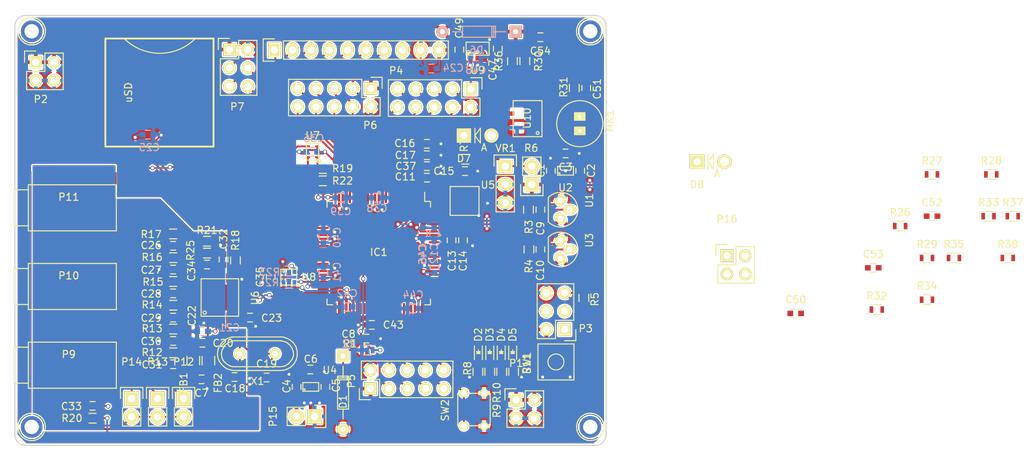
<source format=kicad_pcb>
(kicad_pcb (version 4) (host pcbnew 4.0.1-stable)
  (layers (0 F.Cu signal) (31 B.Cu signal) (34 B.Paste user) (35 F.Paste user) (36 B.SilkS user) (37 F.SilkS user) (38 B.Mask user) (39 F.Mask user hide) (44 Edge.Cuts user))
  (net 0 "")
  (net 1 GND)
  (net 2 VCC)
  (net 3 "Net-(C2-Pad2)")
  (net 4 /ADCA_REF)
  (net 5 +BAT)
  (net 6 "Net-(C5-Pad2)")
  (net 7 GNDA)
  (net 8 aVDD)
  (net 9 /ADC_A1)
  (net 10 /ADC_A2)
  (net 11 /ADC_A3)
  (net 12 /ADC_A7)
  (net 13 /ADCB_REF)
  (net 14 "Net-(C18-Pad2)")
  (net 15 "Net-(C19-Pad2)")
  (net 16 "Net-(C21-Pad2)")
  (net 17 "Net-(C26-Pad1)")
  (net 18 "Net-(C27-Pad1)")
  (net 19 "Net-(C28-Pad1)")
  (net 20 "Net-(C29-Pad1)")
  (net 21 "Net-(C30-Pad1)")
  (net 22 "Net-(C31-Pad1)")
  (net 23 "Net-(C32-Pad1)")
  (net 24 "Net-(C34-Pad1)")
  (net 25 "Net-(C34-Pad2)")
  (net 26 "Net-(D2-Pad2)")
  (net 27 "Net-(D2-Pad1)")
  (net 28 "Net-(D3-Pad2)")
  (net 29 "Net-(D3-Pad1)")
  (net 30 "Net-(D4-Pad2)")
  (net 31 "Net-(D4-Pad1)")
  (net 32 "Net-(D5-Pad2)")
  (net 33 "Net-(D5-Pad1)")
  (net 34 /ADC_A6)
  (net 35 /ADC_B1)
  (net 36 /ADC_B2)
  (net 37 /ADC_B3)
  (net 38 /ADC_B4)
  (net 39 /ADC_B5)
  (net 40 /ADC_B6)
  (net 41 /ADC_B7)
  (net 42 /SDA_HDC)
  (net 43 /SCL_HDC)
  (net 44 /DRDY_HDC)
  (net 45 /RDY_nRF)
  (net 46 /~CS_nRF)
  (net 47 /MOSI_nRF)
  (net 48 /MISO_nRF)
  (net 49 /SCK_nRF)
  (net 50 /SDA_OPT)
  (net 51 /SCL_OPT)
  (net 52 /INT_OPT)
  (net 53 /RST_nRF)
  (net 54 /~SS-uSD)
  (net 55 /MOSI-uSD)
  (net 56 /MISO_uSD)
  (net 57 /SCK-uSD)
  (net 58 "Net-(IC1-Pad49)")
  (net 59 "Net-(IC1-Pad50)")
  (net 60 "Net-(IC1-Pad51)")
  (net 61 "Net-(IC1-Pad52)")
  (net 62 "Net-(IC1-Pad55)")
  (net 63 "Net-(IC1-Pad56)")
  (net 64 /ACT_nRF)
  (net 65 /J0)
  (net 66 /J1)
  (net 67 /J2)
  (net 68 /J3)
  (net 69 /J4)
  (net 70 /J5)
  (net 71 /J6)
  (net 72 /J7)
  (net 73 "Net-(IC1-Pad75)")
  (net 74 "Net-(IC1-Pad89)")
  (net 75 /RESET)
  (net 76 /ADC_A4)
  (net 77 /ADC_A5)
  (net 78 "Net-(P9-Pad3)")
  (net 79 "Net-(P10-Pad3)")
  (net 80 "Net-(R3-Pad1)")
  (net 81 "Net-(R4-Pad1)")
  (net 82 "Net-(R6-Pad2)")
  (net 83 "Net-(R18-Pad2)")
  (net 84 "Net-(R25-Pad2)")
  (net 85 "Net-(IC1-Pad17)")
  (net 86 "Net-(IC1-Pad18)")
  (net 87 "Net-(IC1-Pad19)")
  (net 88 "Net-(IC1-Pad20)")
  (net 89 "Net-(IC1-Pad21)")
  (net 90 "Net-(IC1-Pad22)")
  (net 91 /E0)
  (net 92 /E1)
  (net 93 /E2)
  (net 94 /E3)
  (net 95 /malha)
  (net 96 "Net-(P11-Pad3)")
  (net 97 "Net-(P12-Pad1)")
  (net 98 "Net-(P13-Pad1)")
  (net 99 "Net-(P14-Pad1)")
  (net 100 /2Vcc)
  (net 101 "Net-(C49-Pad1)")
  (net 102 "Net-(C49-Pad2)")
  (net 103 "Net-(C50-Pad1)")
  (net 104 "Net-(C50-Pad2)")
  (net 105 "Net-(C51-Pad1)")
  (net 106 "Net-(C52-Pad2)")
  (net 107 "Net-(C54-Pad1)")
  (net 108 "Net-(D7-Pad2)")
  (net 109 "Net-(R26-Pad1)")
  (net 110 "Net-(R33-Pad2)")
  (net 111 "Net-(R35-Pad2)")
  (module SOIC8-PDSO_G8 (layer F.Cu) (at 132.9055 118.9355 90)
    (fp_text reference U10 (at 0.0635 -0.0635 90) (layer F.SilkS))
    (fp_text value opa2333)
    (pad 1 smd rect (at -1.9 2.6 90) (size 0.6 1.5) (layers F.Cu F.Paste F.Mask) (net 103 "Net-(C50-Pad1)"))
    (pad 2 smd rect (at -0.7 2.6 90) (size 0.6 1.5) (layers F.Cu F.Paste F.Mask) (net 104 "Net-(C50-Pad2)"))
    (pad 3 smd rect (at 0.6 2.6 90) (size 0.6 1.5) (layers F.Cu F.Paste F.Mask) (net 107 "Net-(C54-Pad1)"))
    (pad 4 smd rect (at 1.9 2.6 90) (size 0.6 1.5) (layers F.Cu F.Paste F.Mask) (net 1 GND))
    (pad 5 smd rect (at 1.9 -2.6 90) (size 0.6 1.5) (layers F.Cu F.Paste F.Mask) (net 103 "Net-(C50-Pad1)"))
    (pad 6 smd rect (at 0.7 -2.6 90) (size 0.6 1.5) (layers F.Cu F.Paste F.Mask) (net 110 "Net-(R33-Pad2)"))
    (pad 7 smd rect (at -0.6 -2.6 90) (size 0.6 1.5) (layers F.Cu F.Paste F.Mask) (net 108 "Net-(D7-Pad2)"))
    (pad 8 smd rect (at -1.9 -2.6 90) (size 0.6 1.5) (layers F.Cu F.Paste F.Mask) (net 100 /2Vcc))
  )
  (module TO_SOT_Packages_THT:TO-92_Molded_Narrow_Oval (layer F.Cu) (at 137.4775 135.8265 270)
    (fp_text reference U3 (at 0 -4 270) (layer F.SilkS))
    (fp_text value LM35)
    (pad 2 thru_hole oval (at 1.27 -1.27) (size 1.80086 1.30048) (drill 0.8) (layers *.Cu *.Mask F.SilkS) (net 81 "Net-(R4-Pad1)"))
    (pad 1 thru_hole oval (at 0 0 315) (size 1.30048 1.80086) (drill 0.8) (layers *.Cu *.Mask F.SilkS) (net 1 GND))
    (pad 3 thru_hole oval (at 2.54 0 315) (size 1.80086 1.30048) (drill 0.8) (layers *.Cu *.Mask F.SilkS) (net 4 /ADCA_REF))
  )
  (module Crystals:Crystal_HC49-U_Vertical (layer F.Cu) (at 95.4405 151.5745 180)
    (fp_text reference X1 (at 0 -3.81 180) (layer F.SilkS))
    (fp_text value 4.096MHz)
    (pad 1 thru_hole circle (at -2.44094 0 180) (size 1.50114 1.50114) (drill 0.8001) (layers *.Cu *.Mask F.SilkS) (net 15 "Net-(C19-Pad2)"))
    (pad 2 thru_hole circle (at 2.44094 0 180) (size 1.50114 1.50114) (drill 0.8001) (layers *.Cu *.Mask F.SilkS) (net 14 "Net-(C18-Pad2)"))
  )
  (module Housings_QFP:TQFP-100_14x14mm_Pitch0.5mm (layer F.Cu) (at 112.268 137.6045 270)
    (fp_text reference IC1 (at -0.127 0 360) (layer F.SilkS))
    (fp_text value ATXMEGA128A1U-A)
    (pad 1 smd rect (at -7.7 -6 270) (size 1.5 0.3) (layers F.Cu F.Paste F.Mask) (net 34 /ADC_A6))
    (pad 2 smd rect (at -7.7 -5.5 270) (size 1.5 0.3) (layers F.Cu F.Paste F.Mask) (net 12 /ADC_A7))
    (pad 3 smd rect (at -7.7 -5 270) (size 1.5 0.3) (layers F.Cu F.Paste F.Mask) (net 1 GND))
    (pad 4 smd rect (at -7.7 -4.5 270) (size 1.5 0.3) (layers F.Cu F.Paste F.Mask) (net 2 VCC))
    (pad 5 smd rect (at -7.7 -4 270) (size 1.5 0.3) (layers F.Cu F.Paste F.Mask) (net 13 /ADCB_REF))
    (pad 6 smd rect (at -7.7 -3.5 270) (size 1.5 0.3) (layers F.Cu F.Paste F.Mask) (net 35 /ADC_B1))
    (pad 7 smd rect (at -7.7 -3 270) (size 1.5 0.3) (layers F.Cu F.Paste F.Mask) (net 36 /ADC_B2))
    (pad 8 smd rect (at -7.7 -2.5 270) (size 1.5 0.3) (layers F.Cu F.Paste F.Mask) (net 37 /ADC_B3))
    (pad 9 smd rect (at -7.7 -2 270) (size 1.5 0.3) (layers F.Cu F.Paste F.Mask) (net 38 /ADC_B4))
    (pad 10 smd rect (at -7.7 -1.5 270) (size 1.5 0.3) (layers F.Cu F.Paste F.Mask) (net 39 /ADC_B5))
    (pad 11 smd rect (at -7.7 -1 270) (size 1.5 0.3) (layers F.Cu F.Paste F.Mask) (net 40 /ADC_B6))
    (pad 12 smd rect (at -7.7 -0.5 270) (size 1.5 0.3) (layers F.Cu F.Paste F.Mask) (net 41 /ADC_B7))
    (pad 13 smd rect (at -7.7 0 270) (size 1.5 0.3) (layers F.Cu F.Paste F.Mask) (net 1 GND))
    (pad 14 smd rect (at -7.7 0.5 270) (size 1.5 0.3) (layers F.Cu F.Paste F.Mask) (net 2 VCC))
    (pad 15 smd rect (at -7.7 1 270) (size 1.5 0.3) (layers F.Cu F.Paste F.Mask) (net 53 /RST_nRF))
    (pad 16 smd rect (at -7.7 1.5 270) (size 1.5 0.3) (layers F.Cu F.Paste F.Mask) (net 64 /ACT_nRF))
    (pad 17 smd rect (at -7.7 2 270) (size 1.5 0.3) (layers F.Cu F.Paste F.Mask) (net 85 "Net-(IC1-Pad17)"))
    (pad 18 smd rect (at -7.7 2.5 270) (size 1.5 0.3) (layers F.Cu F.Paste F.Mask) (net 86 "Net-(IC1-Pad18)"))
    (pad 19 smd rect (at -7.7 3 270) (size 1.5 0.3) (layers F.Cu F.Paste F.Mask) (net 87 "Net-(IC1-Pad19)"))
    (pad 20 smd rect (at -7.7 3.5 270) (size 1.5 0.3) (layers F.Cu F.Paste F.Mask) (net 88 "Net-(IC1-Pad20)"))
    (pad 21 smd rect (at -7.7 4 270) (size 1.5 0.3) (layers F.Cu F.Paste F.Mask) (net 89 "Net-(IC1-Pad21)"))
    (pad 22 smd rect (at -7.7 4.5 270) (size 1.5 0.3) (layers F.Cu F.Paste F.Mask) (net 90 "Net-(IC1-Pad22)"))
    (pad 23 smd rect (at -7.7 5 270) (size 1.5 0.3) (layers F.Cu F.Paste F.Mask) (net 1 GND))
    (pad 24 smd rect (at -7.7 5.5 270) (size 1.5 0.3) (layers F.Cu F.Paste F.Mask) (net 2 VCC))
    (pad 25 smd rect (at -7.7 6 270) (size 1.5 0.3) (layers F.Cu F.Paste F.Mask) (net 42 /SDA_HDC))
    (pad 26 smd rect (at -6 7.7) (size 1.5 0.3) (layers F.Cu F.Paste F.Mask) (net 43 /SCL_HDC))
    (pad 27 smd rect (at -5.5 7.7) (size 1.5 0.3) (layers F.Cu F.Paste F.Mask) (net 44 /DRDY_HDC))
    (pad 28 smd rect (at -5 7.7) (size 1.5 0.3) (layers F.Cu F.Paste F.Mask) (net 45 /RDY_nRF))
    (pad 29 smd rect (at -4.5 7.7) (size 1.5 0.3) (layers F.Cu F.Paste F.Mask) (net 46 /~CS_nRF))
    (pad 30 smd rect (at -4 7.7) (size 1.5 0.3) (layers F.Cu F.Paste F.Mask) (net 47 /MOSI_nRF))
    (pad 31 smd rect (at -3.5 7.7) (size 1.5 0.3) (layers F.Cu F.Paste F.Mask) (net 48 /MISO_nRF))
    (pad 32 smd rect (at -3 7.7) (size 1.5 0.3) (layers F.Cu F.Paste F.Mask) (net 49 /SCK_nRF))
    (pad 33 smd rect (at -2.5 7.7) (size 1.5 0.3) (layers F.Cu F.Paste F.Mask) (net 1 GND))
    (pad 34 smd rect (at -2 7.7) (size 1.5 0.3) (layers F.Cu F.Paste F.Mask) (net 2 VCC))
    (pad 35 smd rect (at -1.5 7.7) (size 1.5 0.3) (layers F.Cu F.Paste F.Mask) (net 91 /E0))
    (pad 36 smd rect (at -1 7.7) (size 1.5 0.3) (layers F.Cu F.Paste F.Mask) (net 92 /E1))
    (pad 37 smd rect (at -0.5 7.7) (size 1.5 0.3) (layers F.Cu F.Paste F.Mask) (net 93 /E2))
    (pad 38 smd rect (at 0 7.7) (size 1.5 0.3) (layers F.Cu F.Paste F.Mask) (net 94 /E3))
    (pad 39 smd rect (at 0.5 7.7) (size 1.5 0.3) (layers F.Cu F.Paste F.Mask) (net 54 /~SS-uSD))
    (pad 40 smd rect (at 1 7.7) (size 1.5 0.3) (layers F.Cu F.Paste F.Mask) (net 55 /MOSI-uSD))
    (pad 41 smd rect (at 1.5 7.7) (size 1.5 0.3) (layers F.Cu F.Paste F.Mask) (net 56 /MISO_uSD))
    (pad 42 smd rect (at 2 7.7) (size 1.5 0.3) (layers F.Cu F.Paste F.Mask) (net 57 /SCK-uSD))
    (pad 43 smd rect (at 2.5 7.7) (size 1.5 0.3) (layers F.Cu F.Paste F.Mask) (net 1 GND))
    (pad 44 smd rect (at 3 7.7) (size 1.5 0.3) (layers F.Cu F.Paste F.Mask) (net 2 VCC))
    (pad 45 smd rect (at 3.5 7.7) (size 1.5 0.3) (layers F.Cu F.Paste F.Mask) (net 50 /SDA_OPT))
    (pad 46 smd rect (at 4 7.7) (size 1.5 0.3) (layers F.Cu F.Paste F.Mask) (net 51 /SCL_OPT))
    (pad 47 smd rect (at 4.5 7.7) (size 1.5 0.3) (layers F.Cu F.Paste F.Mask) (net 52 /INT_OPT))
    (pad 48 smd rect (at 5 7.7) (size 1.5 0.3) (layers F.Cu F.Paste F.Mask))
    (pad 49 smd rect (at 5.5 7.7) (size 1.5 0.3) (layers F.Cu F.Paste F.Mask) (net 58 "Net-(IC1-Pad49)"))
    (pad 50 smd rect (at 6 7.7) (size 1.5 0.3) (layers F.Cu F.Paste F.Mask) (net 59 "Net-(IC1-Pad50)"))
    (pad 51 smd rect (at 7.7 6 270) (size 1.5 0.3) (layers F.Cu F.Paste F.Mask) (net 60 "Net-(IC1-Pad51)"))
    (pad 52 smd rect (at 7.7 5.5 270) (size 1.5 0.3) (layers F.Cu F.Paste F.Mask) (net 61 "Net-(IC1-Pad52)"))
    (pad 53 smd rect (at 7.7 5 270) (size 1.5 0.3) (layers F.Cu F.Paste F.Mask) (net 1 GND))
    (pad 54 smd rect (at 7.7 4.5 270) (size 1.5 0.3) (layers F.Cu F.Paste F.Mask) (net 2 VCC))
    (pad 55 smd rect (at 7.7 4 270) (size 1.5 0.3) (layers F.Cu F.Paste F.Mask) (net 62 "Net-(IC1-Pad55)"))
    (pad 56 smd rect (at 7.7 3.5 270) (size 1.5 0.3) (layers F.Cu F.Paste F.Mask) (net 63 "Net-(IC1-Pad56)"))
    (pad 57 smd rect (at 7.7 3 270) (size 1.5 0.3) (layers F.Cu F.Paste F.Mask))
    (pad 58 smd rect (at 7.7 2.5 270) (size 1.5 0.3) (layers F.Cu F.Paste F.Mask))
    (pad 59 smd rect (at 7.7 2 270) (size 1.5 0.3) (layers F.Cu F.Paste F.Mask))
    (pad 60 smd rect (at 7.7 1.5 270) (size 1.5 0.3) (layers F.Cu F.Paste F.Mask))
    (pad 61 smd rect (at 7.7 1 270) (size 1.5 0.3) (layers F.Cu F.Paste F.Mask))
    (pad 62 smd rect (at 7.7 0.5 270) (size 1.5 0.3) (layers F.Cu F.Paste F.Mask))
    (pad 63 smd rect (at 7.7 0 270) (size 1.5 0.3) (layers F.Cu F.Paste F.Mask) (net 1 GND))
    (pad 64 smd rect (at 7.7 -0.5 270) (size 1.5 0.3) (layers F.Cu F.Paste F.Mask) (net 2 VCC))
    (pad 65 smd rect (at 7.7 -1 270) (size 1.5 0.3) (layers F.Cu F.Paste F.Mask) (net 65 /J0))
    (pad 66 smd rect (at 7.7 -1.5 270) (size 1.5 0.3) (layers F.Cu F.Paste F.Mask) (net 66 /J1))
    (pad 67 smd rect (at 7.7 -2 270) (size 1.5 0.3) (layers F.Cu F.Paste F.Mask) (net 67 /J2))
    (pad 68 smd rect (at 7.7 -2.5 270) (size 1.5 0.3) (layers F.Cu F.Paste F.Mask) (net 68 /J3))
    (pad 69 smd rect (at 7.7 -3 270) (size 1.5 0.3) (layers F.Cu F.Paste F.Mask) (net 69 /J4))
    (pad 70 smd rect (at 7.7 -3.5 270) (size 1.5 0.3) (layers F.Cu F.Paste F.Mask) (net 70 /J5))
    (pad 71 smd rect (at 7.7 -4 270) (size 1.5 0.3) (layers F.Cu F.Paste F.Mask) (net 71 /J6))
    (pad 72 smd rect (at 7.7 -4.5 270) (size 1.5 0.3) (layers F.Cu F.Paste F.Mask) (net 72 /J7))
    (pad 73 smd rect (at 7.7 -5 270) (size 1.5 0.3) (layers F.Cu F.Paste F.Mask) (net 1 GND))
    (pad 74 smd rect (at 7.7 -5.5 270) (size 1.5 0.3) (layers F.Cu F.Paste F.Mask) (net 2 VCC))
    (pad 75 smd rect (at 7.7 -6 270) (size 1.5 0.3) (layers F.Cu F.Paste F.Mask) (net 73 "Net-(IC1-Pad75)"))
    (pad 76 smd rect (at 6 -7.7) (size 1.5 0.3) (layers F.Cu F.Paste F.Mask) (net 27 "Net-(D2-Pad1)"))
    (pad 77 smd rect (at 5.5 -7.7) (size 1.5 0.3) (layers F.Cu F.Paste F.Mask) (net 29 "Net-(D3-Pad1)"))
    (pad 78 smd rect (at 5 -7.7) (size 1.5 0.3) (layers F.Cu F.Paste F.Mask) (net 31 "Net-(D4-Pad1)"))
    (pad 79 smd rect (at 4.5 -7.7) (size 1.5 0.3) (layers F.Cu F.Paste F.Mask) (net 33 "Net-(D5-Pad1)"))
    (pad 80 smd rect (at 4 -7.7) (size 1.5 0.3) (layers F.Cu F.Paste F.Mask))
    (pad 81 smd rect (at 3.5 -7.7) (size 1.5 0.3) (layers F.Cu F.Paste F.Mask))
    (pad 82 smd rect (at 3 -7.7) (size 1.5 0.3) (layers F.Cu F.Paste F.Mask))
    (pad 83 smd rect (at 2.5 -7.7) (size 1.5 0.3) (layers F.Cu F.Paste F.Mask) (net 2 VCC))
    (pad 84 smd rect (at 2 -7.7) (size 1.5 0.3) (layers F.Cu F.Paste F.Mask) (net 1 GND))
    (pad 85 smd rect (at 1.5 -7.7) (size 1.5 0.3) (layers F.Cu F.Paste F.Mask))
    (pad 86 smd rect (at 1 -7.7) (size 1.5 0.3) (layers F.Cu F.Paste F.Mask))
    (pad 87 smd rect (at 0.5 -7.7) (size 1.5 0.3) (layers F.Cu F.Paste F.Mask))
    (pad 88 smd rect (at 0 -7.7) (size 1.5 0.3) (layers F.Cu F.Paste F.Mask))
    (pad 89 smd rect (at -0.5 -7.7) (size 1.5 0.3) (layers F.Cu F.Paste F.Mask) (net 74 "Net-(IC1-Pad89)"))
    (pad 90 smd rect (at -1 -7.7) (size 1.5 0.3) (layers F.Cu F.Paste F.Mask) (net 75 /RESET))
    (pad 91 smd rect (at -1.5 -7.7) (size 1.5 0.3) (layers F.Cu F.Paste F.Mask))
    (pad 92 smd rect (at -2 -7.7) (size 1.5 0.3) (layers F.Cu F.Paste F.Mask))
    (pad 93 smd rect (at -2.5 -7.7) (size 1.5 0.3) (layers F.Cu F.Paste F.Mask) (net 1 GND))
    (pad 94 smd rect (at -3 -7.7) (size 1.5 0.3) (layers F.Cu F.Paste F.Mask) (net 2 VCC))
    (pad 95 smd rect (at -3.5 -7.7) (size 1.5 0.3) (layers F.Cu F.Paste F.Mask) (net 4 /ADCA_REF))
    (pad 96 smd rect (at -4 -7.7) (size 1.5 0.3) (layers F.Cu F.Paste F.Mask) (net 9 /ADC_A1))
    (pad 97 smd rect (at -4.5 -7.7) (size 1.5 0.3) (layers F.Cu F.Paste F.Mask) (net 10 /ADC_A2))
    (pad 98 smd rect (at -5 -7.7) (size 1.5 0.3) (layers F.Cu F.Paste F.Mask) (net 11 /ADC_A3))
    (pad 99 smd rect (at -5.5 -7.7) (size 1.5 0.3) (layers F.Cu F.Paste F.Mask) (net 76 /ADC_A4))
    (pad 100 smd rect (at -6 -7.7) (size 1.5 0.3) (layers F.Cu F.Paste F.Mask) (net 77 /ADC_A5))
  )
  (module Capacitors_SMD:C_0603 (layer F.Cu) (at 134.6835 131.572 270)
    (fp_text reference C9 (at 2.60096 -0.01778 270) (layer F.SilkS))
    (fp_text value 10uF)
    (pad 1 smd rect (at -0.75 0 270) (size 0.8 0.75) (layers F.Cu F.Paste F.Mask) (net 1 GND))
    (pad 2 smd rect (at 0.75 0 270) (size 0.8 0.75) (layers F.Cu F.Paste F.Mask) (net 10 /ADC_A2))
  )
  (module Capacitors_SMD:C_0603 (layer F.Cu) (at 136.1409 126.1757 270)
    (fp_text reference C1 (at 0 1.397 270) (layer F.SilkS))
    (fp_text value 1uF)
    (pad 1 smd rect (at -0.75 0 270) (size 0.8 0.75) (layers F.Cu F.Paste F.Mask) (net 1 GND))
    (pad 2 smd rect (at 0.75 0 270) (size 0.8 0.75) (layers F.Cu F.Paste F.Mask) (net 2 VCC))
  )
  (module Capacitors_SMD:C_0603 (layer F.Cu) (at 140.2049 126.1757 90)
    (fp_text reference C2 (at 0 1.524 90) (layer F.SilkS))
    (fp_text value 10nF)
    (pad 1 smd rect (at -0.75 0 90) (size 0.8 0.75) (layers F.Cu F.Paste F.Mask) (net 1 GND))
    (pad 2 smd rect (at 0.75 0 90) (size 0.8 0.75) (layers F.Cu F.Paste F.Mask) (net 3 "Net-(C2-Pad2)"))
  )
  (module Capacitors_SMD:C_0603 (layer F.Cu) (at 138.1729 123.7627 180)
    (fp_text reference C3 (at 0 -1.9 180) (layer F.SilkS))
    (fp_text value 1uF)
    (pad 1 smd rect (at -0.75 0 180) (size 0.8 0.75) (layers F.Cu F.Paste F.Mask) (net 1 GND))
    (pad 2 smd rect (at 0.75 0 180) (size 0.8 0.75) (layers F.Cu F.Paste F.Mask) (net 4 /ADCA_REF))
  )
  (module Capacitors_SMD:C_0603 (layer F.Cu) (at 100.86975 156.17825 270)
    (fp_text reference C4 (at -0.09525 1.36525 270) (layer F.SilkS))
    (fp_text value 1uF)
    (pad 1 smd rect (at -0.75 0 270) (size 0.8 0.75) (layers F.Cu F.Paste F.Mask) (net 1 GND))
    (pad 2 smd rect (at 0.75 0 270) (size 0.8 0.75) (layers F.Cu F.Paste F.Mask) (net 5 +BAT))
  )
  (module Capacitors_SMD:C_0603 (layer F.Cu) (at 104.87025 156.17825 90)
    (fp_text reference C5 (at 0.22225 1.49225 90) (layer F.SilkS))
    (fp_text value 10nF)
    (pad 1 smd rect (at -0.75 0 90) (size 0.8 0.75) (layers F.Cu F.Paste F.Mask) (net 1 GND))
    (pad 2 smd rect (at 0.75 0 90) (size 0.8 0.75) (layers F.Cu F.Paste F.Mask) (net 6 "Net-(C5-Pad2)"))
  )
  (module Capacitors_SMD:C_0603 (layer F.Cu) (at 102.77475 153.76525 180)
    (fp_text reference C6 (at -0.0635 1.4605 360) (layer F.SilkS))
    (fp_text value 1uF)
    (pad 1 smd rect (at -0.75 0 180) (size 0.8 0.75) (layers F.Cu F.Paste F.Mask) (net 1 GND))
    (pad 2 smd rect (at 0.75 0 180) (size 0.8 0.75) (layers F.Cu F.Paste F.Mask) (net 2 VCC))
  )
  (module Capacitors_SMD:C_0603 (layer F.Cu) (at 87.6935 155.1305 180)
    (fp_text reference C7 (at 0 -1.9 180) (layer F.SilkS))
    (fp_text value 1uF)
    (pad 1 smd rect (at -0.75 0 180) (size 0.8 0.75) (layers F.Cu F.Paste F.Mask) (net 7 GNDA))
    (pad 2 smd rect (at 0.75 0 180) (size 0.8 0.75) (layers F.Cu F.Paste F.Mask) (net 8 aVDD))
  )
  (module Capacitors_SMD:C_0603 (layer F.Cu) (at 110.5535 149.479 180)
    (fp_text reference C8 (at 2.4765 0.635 180) (layer F.SilkS))
    (fp_text value 1uF)
    (pad 1 smd rect (at -0.75 0 180) (size 0.8 0.75) (layers F.Cu F.Paste F.Mask) (net 1 GND))
    (pad 2 smd rect (at 0.75 0 180) (size 0.8 0.75) (layers F.Cu F.Paste F.Mask) (net 12 /ADC_A7))
  )
  (module Capacitors_SMD:C_0603 (layer F.Cu) (at 134.6835 137.0965 270)
    (fp_text reference C10 (at 2.90576 0.01524 270) (layer F.SilkS))
    (fp_text value 10uF)
    (pad 1 smd rect (at -0.75 0 270) (size 0.8 0.75) (layers F.Cu F.Paste F.Mask) (net 1 GND))
    (pad 2 smd rect (at 0.75 0 270) (size 0.8 0.75) (layers F.Cu F.Paste F.Mask) (net 9 /ADC_A1))
  )
  (module Capacitors_SMD:C_0603 (layer F.Cu) (at 118.9355 127.127)
    (fp_text reference C11 (at -2.9845 -0.127) (layer F.SilkS))
    (fp_text value 10u)
    (pad 1 smd rect (at -0.75 0) (size 0.8 0.75) (layers F.Cu F.Paste F.Mask) (net 2 VCC))
    (pad 2 smd rect (at 0.75 0) (size 0.8 0.75) (layers F.Cu F.Paste F.Mask) (net 1 GND))
  )
  (module Capacitors_SMD:C_0603 (layer B.Cu) (at 119.9515 134.8105 270)
    (fp_text reference C12 (at 2.8575 0 270) (layer B.SilkS) (effects (justify mirror)))
    (fp_text value 10u)
    (pad 1 smd rect (at -0.75 0 270) (size 0.8 0.75) (layers B.Cu B.Paste B.Mask) (net 2 VCC))
    (pad 2 smd rect (at 0.75 0 270) (size 0.8 0.75) (layers B.Cu B.Paste B.Mask) (net 1 GND))
  )
  (module Capacitors_SMD:C_0603 (layer F.Cu) (at 122.3645 135.8265 90)
    (fp_text reference C13 (at -2.8575 0.0635 90) (layer F.SilkS))
    (fp_text value 10nF)
    (pad 1 smd rect (at -0.75 0 90) (size 0.8 0.75) (layers F.Cu F.Paste F.Mask) (net 1 GND))
    (pad 2 smd rect (at 0.75 0 90) (size 0.8 0.75) (layers F.Cu F.Paste F.Mask) (net 4 /ADCA_REF))
  )
  (module Capacitors_SMD:C_0603 (layer F.Cu) (at 123.952 135.8265 90)
    (fp_text reference C14 (at -2.8575 0 90) (layer F.SilkS))
    (fp_text value 10uF)
    (pad 1 smd rect (at -0.75 0 90) (size 0.8 0.75) (layers F.Cu F.Paste F.Mask) (net 1 GND))
    (pad 2 smd rect (at 0.75 0 90) (size 0.8 0.75) (layers F.Cu F.Paste F.Mask) (net 4 /ADCA_REF))
  )
  (module Capacitors_SMD:C_0603 (layer F.Cu) (at 124.22886 126.22022 180)
    (fp_text reference C15 (at 2.921 0 360) (layer F.SilkS))
    (fp_text value 1uF)
    (pad 1 smd rect (at -0.75 0 180) (size 0.8 0.75) (layers F.Cu F.Paste F.Mask) (net 1 GND))
    (pad 2 smd rect (at 0.75 0 180) (size 0.8 0.75) (layers F.Cu F.Paste F.Mask) (net 34 /ADC_A6))
  )
  (module Capacitors_SMD:C_0603 (layer F.Cu) (at 118.9355 122.428 180)
    (fp_text reference C16 (at 3.048 0.0635 180) (layer F.SilkS))
    (fp_text value 10nF)
    (pad 1 smd rect (at -0.75 0 180) (size 0.8 0.75) (layers F.Cu F.Paste F.Mask) (net 1 GND))
    (pad 2 smd rect (at 0.75 0 180) (size 0.8 0.75) (layers F.Cu F.Paste F.Mask) (net 13 /ADCB_REF))
  )
  (module Capacitors_SMD:C_0603 (layer F.Cu) (at 118.9355 124.0155 180)
    (fp_text reference C17 (at 2.9845 0 180) (layer F.SilkS))
    (fp_text value 10uF)
    (pad 1 smd rect (at -0.75 0 180) (size 0.8 0.75) (layers F.Cu F.Paste F.Mask) (net 1 GND))
    (pad 2 smd rect (at 0.75 0 180) (size 0.8 0.75) (layers F.Cu F.Paste F.Mask) (net 13 /ADCB_REF))
  )
  (module Capacitors_SMD:C_0603 (layer F.Cu) (at 92.2655 154.813)
    (fp_text reference C18 (at 0.0635 1.5875) (layer F.SilkS))
    (fp_text value 22p)
    (pad 1 smd rect (at -0.75 0) (size 0.8 0.75) (layers F.Cu F.Paste F.Mask) (net 1 GND))
    (pad 2 smd rect (at 0.75 0) (size 0.8 0.75) (layers F.Cu F.Paste F.Mask) (net 14 "Net-(C18-Pad2)"))
  )
  (module Capacitors_SMD:C_0603 (layer F.Cu) (at 96.7105 154.8765)
    (fp_text reference C19 (at 0 -1.9) (layer F.SilkS))
    (fp_text value 22p)
    (pad 1 smd rect (at -0.75 0) (size 0.8 0.75) (layers F.Cu F.Paste F.Mask) (net 1 GND))
    (pad 2 smd rect (at 0.75 0) (size 0.8 0.75) (layers F.Cu F.Paste F.Mask) (net 15 "Net-(C19-Pad2)"))
  )
  (module Capacitors_SMD:C_0603 (layer F.Cu) (at 87.8205 150.0505)
    (fp_text reference C20 (at 2.8575 0.0635 180) (layer F.SilkS))
    (fp_text value 10u)
    (pad 1 smd rect (at -0.75 0) (size 0.8 0.75) (layers F.Cu F.Paste F.Mask) (net 8 aVDD))
    (pad 2 smd rect (at 0.75 0) (size 0.8 0.75) (layers F.Cu F.Paste F.Mask) (net 7 GNDA))
  )
  (module Capacitors_SMD:C_0603 (layer B.Cu) (at 87.8205 148.463)
    (fp_text reference C21 (at 3.7465 -0.508) (layer B.SilkS) (effects (justify mirror)))
    (fp_text value 1u)
    (pad 1 smd rect (at -0.75 0) (size 0.8 0.75) (layers B.Cu B.Paste B.Mask) (net 7 GNDA))
    (pad 2 smd rect (at 0.75 0) (size 0.8 0.75) (layers B.Cu B.Paste B.Mask) (net 16 "Net-(C21-Pad2)"))
  )
  (module Capacitors_SMD:C_0603 (layer F.Cu) (at 87.8205 148.463)
    (fp_text reference C22 (at -1.4605 -2.159 90) (layer F.SilkS))
    (fp_text value 100n)
    (pad 1 smd rect (at -0.75 0) (size 0.8 0.75) (layers F.Cu F.Paste F.Mask) (net 8 aVDD))
    (pad 2 smd rect (at 0.75 0) (size 0.8 0.75) (layers F.Cu F.Paste F.Mask) (net 7 GNDA))
  )
  (module Capacitors_SMD:C_0603 (layer F.Cu) (at 94.4245 146.558)
    (fp_text reference C23 (at 2.9845 0.0635) (layer F.SilkS))
    (fp_text value 100n)
    (pad 1 smd rect (at -0.75 0) (size 0.8 0.75) (layers F.Cu F.Paste F.Mask) (net 2 VCC))
    (pad 2 smd rect (at 0.75 0) (size 0.8 0.75) (layers F.Cu F.Paste F.Mask) (net 1 GND))
  )
  (module Capacitors_SMD:C_0603 (layer B.Cu) (at 119.54256 111.98352)
    (fp_text reference C24 (at 3.05562 -0.07874) (layer B.SilkS) (effects (justify mirror)))
    (fp_text value 100nF)
    (pad 1 smd rect (at -0.75 0) (size 0.8 0.75) (layers B.Cu B.Paste B.Mask) (net 1 GND))
    (pad 2 smd rect (at 0.75 0) (size 0.8 0.75) (layers B.Cu B.Paste B.Mask) (net 2 VCC))
  )
  (module Capacitors_SMD:C_0603 (layer B.Cu) (at 80.264 121.158 180)
    (fp_text reference C25 (at -0.1905 -1.778 180) (layer B.SilkS) (effects (justify mirror)))
    (fp_text value 100nF)
    (pad 1 smd rect (at -0.75 0 180) (size 0.8 0.75) (layers B.Cu B.Paste B.Mask) (net 1 GND))
    (pad 2 smd rect (at 0.75 0 180) (size 0.8 0.75) (layers B.Cu B.Paste B.Mask) (net 2 VCC))
  )
  (module Capacitors_SMD:C_0603 (layer F.Cu) (at 83.7565 136.5885 180)
    (fp_text reference C26 (at 3.048 0.0635 180) (layer F.SilkS))
    (fp_text value Xn)
    (pad 1 smd rect (at -0.75 0 180) (size 0.8 0.75) (layers F.Cu F.Paste F.Mask) (net 17 "Net-(C26-Pad1)"))
    (pad 2 smd rect (at 0.75 0 180) (size 0.8 0.75) (layers F.Cu F.Paste F.Mask) (net 7 GNDA))
  )
  (module Capacitors_SMD:C_0603 (layer F.Cu) (at 83.7565 139.8905 180)
    (fp_text reference C27 (at 3.048 -0.0635 180) (layer F.SilkS))
    (fp_text value Xn)
    (pad 1 smd rect (at -0.75 0 180) (size 0.8 0.75) (layers F.Cu F.Paste F.Mask) (net 18 "Net-(C27-Pad1)"))
    (pad 2 smd rect (at 0.75 0 180) (size 0.8 0.75) (layers F.Cu F.Paste F.Mask) (net 7 GNDA))
  )
  (module Capacitors_SMD:C_0603 (layer F.Cu) (at 83.7565 143.1925 180)
    (fp_text reference C28 (at 3.048 -0.0635 180) (layer F.SilkS))
    (fp_text value Xn)
    (pad 1 smd rect (at -0.75 0 180) (size 0.8 0.75) (layers F.Cu F.Paste F.Mask) (net 19 "Net-(C28-Pad1)"))
    (pad 2 smd rect (at 0.75 0 180) (size 0.8 0.75) (layers F.Cu F.Paste F.Mask) (net 7 GNDA))
  )
  (module Capacitors_SMD:C_0603 (layer F.Cu) (at 83.7565 146.558 180)
    (fp_text reference C29 (at 3.048 -0.0635 180) (layer F.SilkS))
    (fp_text value Xn)
    (pad 1 smd rect (at -0.75 0 180) (size 0.8 0.75) (layers F.Cu F.Paste F.Mask) (net 20 "Net-(C29-Pad1)"))
    (pad 2 smd rect (at 0.75 0 180) (size 0.8 0.75) (layers F.Cu F.Paste F.Mask) (net 7 GNDA))
  )
  (module Capacitors_SMD:C_0603 (layer F.Cu) (at 83.7565 149.7965 180)
    (fp_text reference C30 (at 3.048 -0.0635 180) (layer F.SilkS))
    (fp_text value Xn)
    (pad 1 smd rect (at -0.75 0 180) (size 0.8 0.75) (layers F.Cu F.Paste F.Mask) (net 21 "Net-(C30-Pad1)"))
    (pad 2 smd rect (at 0.75 0 180) (size 0.8 0.75) (layers F.Cu F.Paste F.Mask) (net 7 GNDA))
  )
  (module Capacitors_SMD:C_0603 (layer F.Cu) (at 83.7565 153.035 180)
    (fp_text reference C31 (at 2.921 -0.0635 180) (layer F.SilkS))
    (fp_text value Xn)
    (pad 1 smd rect (at -0.75 0 180) (size 0.8 0.75) (layers F.Cu F.Paste F.Mask) (net 22 "Net-(C31-Pad1)"))
    (pad 2 smd rect (at 0.75 0 180) (size 0.8 0.75) (layers F.Cu F.Paste F.Mask) (net 7 GNDA))
  )
  (module Capacitors_SMD:C_0603 (layer F.Cu) (at 90.7415 138.4935 90)
    (fp_text reference C32 (at 2.8575 0 90) (layer F.SilkS))
    (fp_text value 100n)
    (pad 1 smd rect (at -0.75 0 90) (size 0.8 0.75) (layers F.Cu F.Paste F.Mask) (net 23 "Net-(C32-Pad1)"))
    (pad 2 smd rect (at 0.75 0 90) (size 0.8 0.75) (layers F.Cu F.Paste F.Mask) (net 7 GNDA))
  )
  (module Capacitors_SMD:C_0603 (layer F.Cu) (at 72.574 158.8135 180)
    (fp_text reference C33 (at 2.921 -0.0635 180) (layer F.SilkS))
    (fp_text value 10nF)
    (pad 1 smd rect (at -0.75 0 180) (size 0.8 0.75) (layers F.Cu F.Paste F.Mask) (net 1 GND))
    (pad 2 smd rect (at 0.75 0 180) (size 0.8 0.75) (layers F.Cu F.Paste F.Mask) (net 95 /malha))
  )
  (module Capacitors_SMD:C_0603 (layer F.Cu) (at 88.4555 139.192 180)
    (fp_text reference C34 (at 2.159 -0.889 270) (layer F.SilkS))
    (fp_text value 1.5n)
    (pad 1 smd rect (at -0.75 0 180) (size 0.8 0.75) (layers F.Cu F.Paste F.Mask) (net 24 "Net-(C34-Pad1)"))
    (pad 2 smd rect (at 0.75 0 180) (size 0.8 0.75) (layers F.Cu F.Paste F.Mask) (net 25 "Net-(C34-Pad2)"))
  )
  (module Capacitors_SMD:C_0603 (layer F.Cu) (at 97.282 140.9065 270)
    (fp_text reference C35 (at 0 1.4605 270) (layer F.SilkS))
    (fp_text value 100n)
    (pad 1 smd rect (at -0.75 0 270) (size 0.8 0.75) (layers F.Cu F.Paste F.Mask) (net 2 VCC))
    (pad 2 smd rect (at 0.75 0 270) (size 0.8 0.75) (layers F.Cu F.Paste F.Mask) (net 1 GND))
  )
  (module Capacitors_SMD:C_0603 (layer B.Cu) (at 102.96525 123.53925 180)
    (fp_text reference C36 (at -0.28575 1.87325 180) (layer B.SilkS) (effects (justify mirror)))
    (fp_text value 100n)
    (pad 1 smd rect (at -0.75 0 180) (size 0.8 0.75) (layers B.Cu B.Paste B.Mask) (net 2 VCC))
    (pad 2 smd rect (at 0.75 0 180) (size 0.8 0.75) (layers B.Cu B.Paste B.Mask) (net 1 GND))
  )
  (module Capacitors_SMD:C_0603 (layer F.Cu) (at 118.9355 125.5395)
    (fp_text reference C37 (at -2.921 0) (layer F.SilkS))
    (fp_text value 100n)
    (pad 1 smd rect (at -0.75 0) (size 0.8 0.75) (layers F.Cu F.Paste F.Mask) (net 2 VCC))
    (pad 2 smd rect (at 0.75 0) (size 0.8 0.75) (layers F.Cu F.Paste F.Mask) (net 1 GND))
  )
  (module Capacitors_SMD:C_0603 (layer B.Cu) (at 112.014 129.921)
    (fp_text reference C38 (at 0 1.4605) (layer B.SilkS) (effects (justify mirror)))
    (fp_text value 100n)
    (pad 1 smd rect (at -0.75 0) (size 0.8 0.75) (layers B.Cu B.Paste B.Mask) (net 2 VCC))
    (pad 2 smd rect (at 0.75 0) (size 0.8 0.75) (layers B.Cu B.Paste B.Mask) (net 1 GND))
  )
  (module Capacitors_SMD:C_0603 (layer B.Cu) (at 106.9975 129.921)
    (fp_text reference C39 (at 0 1.9) (layer B.SilkS) (effects (justify mirror)))
    (fp_text value 100n)
    (pad 1 smd rect (at -0.75 0) (size 0.8 0.75) (layers B.Cu B.Paste B.Mask) (net 2 VCC))
    (pad 2 smd rect (at 0.75 0) (size 0.8 0.75) (layers B.Cu B.Paste B.Mask) (net 1 GND))
  )
  (module Capacitors_SMD:C_0603 (layer B.Cu) (at 104.5845 135.4455 90)
    (fp_text reference C40 (at 0 1.9 90) (layer B.SilkS) (effects (justify mirror)))
    (fp_text value 100n)
    (pad 1 smd rect (at -0.75 0 90) (size 0.8 0.75) (layers B.Cu B.Paste B.Mask) (net 2 VCC))
    (pad 2 smd rect (at 0.75 0 90) (size 0.8 0.75) (layers B.Cu B.Paste B.Mask) (net 1 GND))
  )
  (module Capacitors_SMD:C_0603 (layer B.Cu) (at 104.5845 140.2715 90)
    (fp_text reference C41 (at 0 1.9 90) (layer B.SilkS) (effects (justify mirror)))
    (fp_text value 100n)
    (pad 1 smd rect (at -0.75 0 90) (size 0.8 0.75) (layers B.Cu B.Paste B.Mask) (net 2 VCC))
    (pad 2 smd rect (at 0.75 0 90) (size 0.8 0.75) (layers B.Cu B.Paste B.Mask) (net 1 GND))
  )
  (module Capacitors_SMD:C_0603 (layer B.Cu) (at 107.8865 145.0975 180)
    (fp_text reference C42 (at 0 1.9 180) (layer B.SilkS) (effects (justify mirror)))
    (fp_text value 100n)
    (pad 1 smd rect (at -0.75 0 180) (size 0.8 0.75) (layers B.Cu B.Paste B.Mask) (net 2 VCC))
    (pad 2 smd rect (at 0.75 0 180) (size 0.8 0.75) (layers B.Cu B.Paste B.Mask) (net 1 GND))
  )
  (module Capacitors_SMD:C_0603 (layer F.Cu) (at 111.3155 147.574 180)
    (fp_text reference C43 (at -2.9845 0 180) (layer F.SilkS))
    (fp_text value 100n)
    (pad 1 smd rect (at -0.75 0 180) (size 0.8 0.75) (layers F.Cu F.Paste F.Mask) (net 2 VCC))
    (pad 2 smd rect (at 0.75 0 180) (size 0.8 0.75) (layers F.Cu F.Paste F.Mask) (net 1 GND))
  )
  (module Capacitors_SMD:C_0603 (layer B.Cu) (at 117.0305 145.288 180)
    (fp_text reference C44 (at 0 1.9 180) (layer B.SilkS) (effects (justify mirror)))
    (fp_text value 100n)
    (pad 1 smd rect (at -0.75 0 180) (size 0.8 0.75) (layers B.Cu B.Paste B.Mask) (net 2 VCC))
    (pad 2 smd rect (at 0.75 0 180) (size 0.8 0.75) (layers B.Cu B.Paste B.Mask) (net 1 GND))
  )
  (module Capacitors_SMD:C_0603 (layer B.Cu) (at 120.015 139.573 90)
    (fp_text reference C45 (at 1.7145 -1.651 90) (layer B.SilkS) (effects (justify mirror)))
    (fp_text value 100n)
    (pad 1 smd rect (at -0.75 0 90) (size 0.8 0.75) (layers B.Cu B.Paste B.Mask) (net 2 VCC))
    (pad 2 smd rect (at 0.75 0 90) (size 0.8 0.75) (layers B.Cu B.Paste B.Mask) (net 1 GND))
  )
  (module Capacitors_SMD:C_0603 (layer B.Cu) (at 118.364 134.8105 270)
    (fp_text reference C46 (at 2.8575 0 270) (layer B.SilkS) (effects (justify mirror)))
    (fp_text value 100n)
    (pad 1 smd rect (at -0.75 0 270) (size 0.8 0.75) (layers B.Cu B.Paste B.Mask) (net 2 VCC))
    (pad 2 smd rect (at 0.75 0 270) (size 0.8 0.75) (layers B.Cu B.Paste B.Mask) (net 1 GND))
  )
  (module Diodes_ThroughHole:Diode_DO-35_SOD27_Horizontal_RM10 (layer F.Cu) (at 107.315 151.892 270)
    (fp_text reference D1 (at 6.35 0 270) (layer F.SilkS))
    (fp_text value "Z 5.7V")
    (pad 1 thru_hole circle (at 10.16052 -0.00254 90) (size 1.69926 1.69926) (drill 0.70104) (layers *.Cu *.Mask F.SilkS) (net 1 GND))
    (pad 2 thru_hole rect (at 0.00052 -0.00254 90) (size 1.69926 1.69926) (drill 0.70104) (layers *.Cu *.Mask F.SilkS) (net 5 +BAT))
  )
  (module LEDs:LED_0603 (layer F.Cu) (at 126.07925 151.28875 90)
    (fp_text reference D2 (at 2.3495 0 90) (layer F.SilkS))
    (fp_text value LED)
    (pad 1 smd rect (at 0.7493 0 270) (size 0.79756 0.79756) (layers F.Cu F.Paste F.Mask) (net 27 "Net-(D2-Pad1)"))
    (pad 2 smd rect (at -0.7493 0 270) (size 0.79756 0.79756) (layers F.Cu F.Paste F.Mask) (net 26 "Net-(D2-Pad2)"))
  )
  (module LEDs:LED_0603 (layer F.Cu) (at 127.66675 151.28875 90)
    (fp_text reference D3 (at 2.3495 0 90) (layer F.SilkS))
    (fp_text value LED)
    (pad 1 smd rect (at 0.7493 0 270) (size 0.79756 0.79756) (layers F.Cu F.Paste F.Mask) (net 29 "Net-(D3-Pad1)"))
    (pad 2 smd rect (at -0.7493 0 270) (size 0.79756 0.79756) (layers F.Cu F.Paste F.Mask) (net 28 "Net-(D3-Pad2)"))
  )
  (module LEDs:LED_0603 (layer F.Cu) (at 129.25425 151.28875 90)
    (fp_text reference D4 (at 2.3495 0 90) (layer F.SilkS))
    (fp_text value LED)
    (pad 1 smd rect (at 0.7493 0 270) (size 0.79756 0.79756) (layers F.Cu F.Paste F.Mask) (net 31 "Net-(D4-Pad1)"))
    (pad 2 smd rect (at -0.7493 0 270) (size 0.79756 0.79756) (layers F.Cu F.Paste F.Mask) (net 30 "Net-(D4-Pad2)"))
  )
  (module LEDs:LED_0603 (layer F.Cu) (at 130.84175 151.28875 90)
    (fp_text reference D5 (at 2.3495 0 90) (layer F.SilkS))
    (fp_text value LED)
    (pad 1 smd rect (at 0.7493 0 270) (size 0.79756 0.79756) (layers F.Cu F.Paste F.Mask) (net 33 "Net-(D5-Pad1)"))
    (pad 2 smd rect (at -0.7493 0 270) (size 0.79756 0.79756) (layers F.Cu F.Paste F.Mask) (net 32 "Net-(D5-Pad2)"))
  )
  (module Resistors_SMD:R_0805 (layer F.Cu) (at 86.5505 152.527 90)
    (fp_text reference FB1 (at -3.048 -1.3335 90) (layer F.SilkS))
    (fp_text value FILTER)
    (pad 1 smd rect (at -0.95 0 90) (size 0.7 1.3) (layers F.Cu F.Paste F.Mask) (net 2 VCC))
    (pad 2 smd rect (at 0.95 0 90) (size 0.7 1.3) (layers F.Cu F.Paste F.Mask) (net 8 aVDD))
  )
  (module Resistors_SMD:R_0805 (layer F.Cu) (at 88.646 152.527 90)
    (fp_text reference FB2 (at -3.1115 1.3335 90) (layer F.SilkS))
    (fp_text value FILTER)
    (pad 1 smd rect (at -0.95 0 90) (size 0.7 1.3) (layers F.Cu F.Paste F.Mask) (net 1 GND))
    (pad 2 smd rect (at 0.95 0 90) (size 0.7 1.3) (layers F.Cu F.Paste F.Mask) (net 7 GNDA))
  )
  (module Pin_Headers:Pin_Header_Straight_2x02 (layer F.Cu) (at 131.318 157.988)
    (fp_text reference P1 (at 0 -5.1) (layer F.SilkS))
    (fp_text value CONN_02X02)
    (pad 1 thru_hole rect (at 0 0) (size 1.7272 1.7272) (drill 1.016) (layers *.Cu *.Mask F.SilkS) (net 2 VCC))
    (pad 2 thru_hole oval (at 2.54 0) (size 1.7272 1.7272) (drill 1.016) (layers *.Cu *.Mask F.SilkS) (net 2 VCC))
    (pad 3 thru_hole oval (at 0 2.54) (size 1.7272 1.7272) (drill 1.016) (layers *.Cu *.Mask F.SilkS) (net 1 GND))
    (pad 4 thru_hole oval (at 2.54 2.54) (size 1.7272 1.7272) (drill 1.016) (layers *.Cu *.Mask F.SilkS) (net 1 GND))
  )
  (module Pin_Headers:Pin_Header_Straight_2x02 (layer F.Cu) (at 64.7 111.1)
    (fp_text reference P2 (at 0.6985 5.1435) (layer F.SilkS))
    (fp_text value CONN_02X02)
    (pad 1 thru_hole rect (at 0 0) (size 1.7272 1.7272) (drill 1.016) (layers *.Cu *.Mask F.SilkS) (net 2 VCC))
    (pad 2 thru_hole oval (at 2.54 0) (size 1.7272 1.7272) (drill 1.016) (layers *.Cu *.Mask F.SilkS) (net 2 VCC))
    (pad 3 thru_hole oval (at 0 2.54) (size 1.7272 1.7272) (drill 1.016) (layers *.Cu *.Mask F.SilkS) (net 1 GND))
    (pad 4 thru_hole oval (at 2.54 2.54) (size 1.7272 1.7272) (drill 1.016) (layers *.Cu *.Mask F.SilkS) (net 1 GND))
  )
  (module Pin_Headers:Pin_Header_Straight_2x03 (layer F.Cu) (at 138.049 148.209 180)
    (fp_text reference P3 (at -2.921 0.127 180) (layer F.SilkS))
    (fp_text value PDI)
    (pad 1 thru_hole rect (at 0 0 180) (size 1.7272 1.7272) (drill 1.016) (layers *.Cu *.Mask F.SilkS) (net 74 "Net-(IC1-Pad89)"))
    (pad 2 thru_hole oval (at 2.54 0 180) (size 1.7272 1.7272) (drill 1.016) (layers *.Cu *.Mask F.SilkS) (net 2 VCC))
    (pad 3 thru_hole oval (at 0 2.54 180) (size 1.7272 1.7272) (drill 1.016) (layers *.Cu *.Mask F.SilkS))
    (pad 4 thru_hole oval (at 2.54 2.54 180) (size 1.7272 1.7272) (drill 1.016) (layers *.Cu *.Mask F.SilkS))
    (pad 5 thru_hole oval (at 0 5.08 180) (size 1.7272 1.7272) (drill 1.016) (layers *.Cu *.Mask F.SilkS) (net 75 /RESET))
    (pad 6 thru_hole oval (at 2.54 5.08 180) (size 1.7272 1.7272) (drill 1.016) (layers *.Cu *.Mask F.SilkS) (net 1 GND))
  )
  (module Pin_Headers:Pin_Header_Straight_2x05 (layer F.Cu) (at 125.0315 114.808 270)
    (fp_text reference P4 (at -2.54 10.3505 360) (layer F.SilkS))
    (fp_text value "PORT A")
    (pad 1 thru_hole rect (at 0 0 270) (size 1.7272 1.7272) (drill 1.016) (layers *.Cu *.Mask F.SilkS) (net 2 VCC))
    (pad 2 thru_hole oval (at 2.54 0 270) (size 1.7272 1.7272) (drill 1.016) (layers *.Cu *.Mask F.SilkS) (net 1 GND))
    (pad 3 thru_hole oval (at 0 2.54 270) (size 1.7272 1.7272) (drill 1.016) (layers *.Cu *.Mask F.SilkS) (net 13 /ADCB_REF))
    (pad 4 thru_hole oval (at 2.54 2.54 270) (size 1.7272 1.7272) (drill 1.016) (layers *.Cu *.Mask F.SilkS) (net 35 /ADC_B1))
    (pad 5 thru_hole oval (at 0 5.08 270) (size 1.7272 1.7272) (drill 1.016) (layers *.Cu *.Mask F.SilkS) (net 36 /ADC_B2))
    (pad 6 thru_hole oval (at 2.54 5.08 270) (size 1.7272 1.7272) (drill 1.016) (layers *.Cu *.Mask F.SilkS) (net 37 /ADC_B3))
    (pad 7 thru_hole oval (at 0 7.62 270) (size 1.7272 1.7272) (drill 1.016) (layers *.Cu *.Mask F.SilkS) (net 38 /ADC_B4))
    (pad 8 thru_hole oval (at 2.54 7.62 270) (size 1.7272 1.7272) (drill 1.016) (layers *.Cu *.Mask F.SilkS) (net 39 /ADC_B5))
    (pad 9 thru_hole oval (at 0 10.16 270) (size 1.7272 1.7272) (drill 1.016) (layers *.Cu *.Mask F.SilkS) (net 40 /ADC_B6))
    (pad 10 thru_hole oval (at 2.54 10.16 270) (size 1.7272 1.7272) (drill 1.016) (layers *.Cu *.Mask F.SilkS) (net 41 /ADC_B7))
  )
  (module Pin_Headers:Pin_Header_Straight_2x05 (layer F.Cu) (at 111.125 156.4005 90)
    (fp_text reference P5 (at 1.016 -2.667 90) (layer F.SilkS))
    (fp_text value "PORT J")
    (pad 1 thru_hole rect (at 0 0 90) (size 1.7272 1.7272) (drill 1.016) (layers *.Cu *.Mask F.SilkS) (net 2 VCC))
    (pad 2 thru_hole oval (at 2.54 0 90) (size 1.7272 1.7272) (drill 1.016) (layers *.Cu *.Mask F.SilkS) (net 1 GND))
    (pad 3 thru_hole oval (at 0 2.54 90) (size 1.7272 1.7272) (drill 1.016) (layers *.Cu *.Mask F.SilkS) (net 65 /J0))
    (pad 4 thru_hole oval (at 2.54 2.54 90) (size 1.7272 1.7272) (drill 1.016) (layers *.Cu *.Mask F.SilkS) (net 66 /J1))
    (pad 5 thru_hole oval (at 0 5.08 90) (size 1.7272 1.7272) (drill 1.016) (layers *.Cu *.Mask F.SilkS) (net 67 /J2))
    (pad 6 thru_hole oval (at 2.54 5.08 90) (size 1.7272 1.7272) (drill 1.016) (layers *.Cu *.Mask F.SilkS) (net 68 /J3))
    (pad 7 thru_hole oval (at 0 7.62 90) (size 1.7272 1.7272) (drill 1.016) (layers *.Cu *.Mask F.SilkS) (net 69 /J4))
    (pad 8 thru_hole oval (at 2.54 7.62 90) (size 1.7272 1.7272) (drill 1.016) (layers *.Cu *.Mask F.SilkS) (net 70 /J5))
    (pad 9 thru_hole oval (at 0 10.16 90) (size 1.7272 1.7272) (drill 1.016) (layers *.Cu *.Mask F.SilkS) (net 71 /J6))
    (pad 10 thru_hole oval (at 2.54 10.16 90) (size 1.7272 1.7272) (drill 1.016) (layers *.Cu *.Mask F.SilkS) (net 72 /J7))
  )
  (module Pin_Headers:Pin_Header_Straight_2x05 (layer F.Cu) (at 111.1885 114.7445 270)
    (fp_text reference P6 (at 5.10286 0.09906 360) (layer F.SilkS))
    (fp_text value "PORT C")
    (pad 1 thru_hole rect (at 0 0 270) (size 1.7272 1.7272) (drill 1.016) (layers *.Cu *.Mask F.SilkS) (net 2 VCC))
    (pad 2 thru_hole oval (at 2.54 0 270) (size 1.7272 1.7272) (drill 1.016) (layers *.Cu *.Mask F.SilkS) (net 1 GND))
    (pad 3 thru_hole oval (at 0 2.54 270) (size 1.7272 1.7272) (drill 1.016) (layers *.Cu *.Mask F.SilkS) (net 53 /RST_nRF))
    (pad 4 thru_hole oval (at 2.54 2.54 270) (size 1.7272 1.7272) (drill 1.016) (layers *.Cu *.Mask F.SilkS) (net 64 /ACT_nRF))
    (pad 5 thru_hole oval (at 0 5.08 270) (size 1.7272 1.7272) (drill 1.016) (layers *.Cu *.Mask F.SilkS) (net 85 "Net-(IC1-Pad17)"))
    (pad 6 thru_hole oval (at 2.54 5.08 270) (size 1.7272 1.7272) (drill 1.016) (layers *.Cu *.Mask F.SilkS) (net 86 "Net-(IC1-Pad18)"))
    (pad 7 thru_hole oval (at 0 7.62 270) (size 1.7272 1.7272) (drill 1.016) (layers *.Cu *.Mask F.SilkS) (net 87 "Net-(IC1-Pad19)"))
    (pad 8 thru_hole oval (at 2.54 7.62 270) (size 1.7272 1.7272) (drill 1.016) (layers *.Cu *.Mask F.SilkS) (net 88 "Net-(IC1-Pad20)"))
    (pad 9 thru_hole oval (at 0 10.16 270) (size 1.7272 1.7272) (drill 1.016) (layers *.Cu *.Mask F.SilkS) (net 89 "Net-(IC1-Pad21)"))
    (pad 10 thru_hole oval (at 2.54 10.16 270) (size 1.7272 1.7272) (drill 1.016) (layers *.Cu *.Mask F.SilkS) (net 90 "Net-(IC1-Pad22)"))
  )
  (module Pin_Headers:Pin_Header_Straight_2x03 (layer F.Cu) (at 91.567 109.347)
    (fp_text reference P7 (at 1.0795 7.9375) (layer F.SilkS))
    (fp_text value "PORT E")
    (pad 1 thru_hole rect (at 0 0) (size 1.7272 1.7272) (drill 1.016) (layers *.Cu *.Mask F.SilkS) (net 2 VCC))
    (pad 2 thru_hole oval (at 2.54 0) (size 1.7272 1.7272) (drill 1.016) (layers *.Cu *.Mask F.SilkS) (net 1 GND))
    (pad 3 thru_hole oval (at 0 2.54) (size 1.7272 1.7272) (drill 1.016) (layers *.Cu *.Mask F.SilkS) (net 91 /E0))
    (pad 4 thru_hole oval (at 2.54 2.54) (size 1.7272 1.7272) (drill 1.016) (layers *.Cu *.Mask F.SilkS) (net 92 /E1))
    (pad 5 thru_hole oval (at 0 5.08) (size 1.7272 1.7272) (drill 1.016) (layers *.Cu *.Mask F.SilkS) (net 93 /E2))
    (pad 6 thru_hole oval (at 2.54 5.08) (size 1.7272 1.7272) (drill 1.016) (layers *.Cu *.Mask F.SilkS) (net 94 /E3))
  )
  (module Pin_Headers:Pin_Header_Straight_1x10 (layer F.Cu) (at 97.79 109.4105 90)
    (fp_text reference P8 (at 0 -5.1 90) (layer F.SilkS))
    (fp_text value "nRF8001 CON")
    (pad 1 thru_hole rect (at 0 0 90) (size 2.032 1.7272) (drill 1.016) (layers *.Cu *.Mask F.SilkS) (net 49 /SCK_nRF))
    (pad 2 thru_hole oval (at 0 2.54 90) (size 2.032 1.7272) (drill 1.016) (layers *.Cu *.Mask F.SilkS) (net 48 /MISO_nRF))
    (pad 3 thru_hole oval (at 0 5.08 90) (size 2.032 1.7272) (drill 1.016) (layers *.Cu *.Mask F.SilkS) (net 47 /MOSI_nRF))
    (pad 4 thru_hole oval (at 0 7.62 90) (size 2.032 1.7272) (drill 1.016) (layers *.Cu *.Mask F.SilkS) (net 46 /~CS_nRF))
    (pad 5 thru_hole oval (at 0 10.16 90) (size 2.032 1.7272) (drill 1.016) (layers *.Cu *.Mask F.SilkS) (net 45 /RDY_nRF))
    (pad 6 thru_hole oval (at 0 12.7 90) (size 2.032 1.7272) (drill 1.016) (layers *.Cu *.Mask F.SilkS) (net 64 /ACT_nRF))
    (pad 7 thru_hole oval (at 0 15.24 90) (size 2.032 1.7272) (drill 1.016) (layers *.Cu *.Mask F.SilkS) (net 53 /RST_nRF))
    (pad 8 thru_hole oval (at 0 17.78 90) (size 2.032 1.7272) (drill 1.016) (layers *.Cu *.Mask F.SilkS))
    (pad 9 thru_hole oval (at 0 20.32 90) (size 2.032 1.7272) (drill 1.016) (layers *.Cu *.Mask F.SilkS) (net 1 GND))
    (pad 10 thru_hole oval (at 0 22.86 90) (size 2.032 1.7272) (drill 1.016) (layers *.Cu *.Mask F.SilkS) (net 2 VCC))
  )
  (module Resistors_SMD:R_0603 (layer F.Cu) (at 110.6805 151.0665)
    (fp_text reference R1 (at -2.413 -0.889) (layer F.SilkS))
    (fp_text value 47k)
    (pad 1 smd rect (at -0.75 0) (size 0.5 0.9) (layers F.Cu F.Paste F.Mask) (net 5 +BAT))
    (pad 2 smd rect (at 0.75 0) (size 0.5 0.9) (layers F.Cu F.Paste F.Mask) (net 12 /ADC_A7))
  )
  (module Resistors_SMD:R_0603 (layer B.Cu) (at 110.6805 151.0665)
    (fp_text reference R2 (at -2.54 -0.889) (layer B.SilkS) (effects (justify mirror)))
    (fp_text value 47k)
    (pad 1 smd rect (at -0.75 0) (size 0.5 0.9) (layers B.Cu B.Paste B.Mask) (net 1 GND))
    (pad 2 smd rect (at 0.75 0) (size 0.5 0.9) (layers B.Cu B.Paste B.Mask) (net 12 /ADC_A7))
  )
  (module Resistors_SMD:R_0603 (layer F.Cu) (at 133.0325 131.572 270)
    (fp_text reference R3 (at 2.4003 -0.05842 270) (layer F.SilkS))
    (fp_text value 15k)
    (pad 1 smd rect (at -0.75 0 270) (size 0.5 0.9) (layers F.Cu F.Paste F.Mask) (net 80 "Net-(R3-Pad1)"))
    (pad 2 smd rect (at 0.75 0 270) (size 0.5 0.9) (layers F.Cu F.Paste F.Mask) (net 10 /ADC_A2))
  )
  (module Resistors_SMD:R_0603 (layer F.Cu) (at 133.096 137.0965 270)
    (fp_text reference R4 (at 2.32664 0.00508 270) (layer F.SilkS))
    (fp_text value 15k)
    (pad 1 smd rect (at -0.75 0 270) (size 0.5 0.9) (layers F.Cu F.Paste F.Mask) (net 81 "Net-(R4-Pad1)"))
    (pad 2 smd rect (at 0.75 0 270) (size 0.5 0.9) (layers F.Cu F.Paste F.Mask) (net 9 /ADC_A1))
  )
  (module Resistors_SMD:R_0603 (layer F.Cu) (at 140.716 143.8275 270)
    (fp_text reference R5 (at 0.1905 -1.524 270) (layer F.SilkS))
    (fp_text value 10K)
    (pad 1 smd rect (at -0.75 0 270) (size 0.5 0.9) (layers F.Cu F.Paste F.Mask) (net 75 /RESET))
    (pad 2 smd rect (at 0.75 0 270) (size 0.5 0.9) (layers F.Cu F.Paste F.Mask) (net 2 VCC))
  )
  (module Resistors_SMD:R_0603 (layer F.Cu) (at 124.29236 124.56922)
    (fp_text reference R7 (at -0.1905 -1.9685 90) (layer F.SilkS))
    (fp_text value 8k2)
    (pad 1 smd rect (at -0.75 0) (size 0.5 0.9) (layers F.Cu F.Paste F.Mask) (net 34 /ADC_A6))
    (pad 2 smd rect (at 0.75 0) (size 0.5 0.9) (layers F.Cu F.Paste F.Mask) (net 82 "Net-(R6-Pad2)"))
  )
  (module Resistors_SMD:R_0603 (layer F.Cu) (at 126.01575 154.08275 90)
    (fp_text reference R8 (at 0.47625 -1.42875 90) (layer F.SilkS))
    (fp_text value 220)
    (pad 1 smd rect (at -0.75 0 90) (size 0.5 0.9) (layers F.Cu F.Paste F.Mask) (net 1 GND))
    (pad 2 smd rect (at 0.75 0 90) (size 0.5 0.9) (layers F.Cu F.Paste F.Mask) (net 26 "Net-(D2-Pad2)"))
  )
  (module Resistors_SMD:R_0603 (layer F.Cu) (at 127.66675 154.08275 90)
    (fp_text reference R9 (at -5.42925 0.98425 270) (layer F.SilkS))
    (fp_text value 220)
    (pad 1 smd rect (at -0.75 0 90) (size 0.5 0.9) (layers F.Cu F.Paste F.Mask) (net 1 GND))
    (pad 2 smd rect (at 0.75 0 90) (size 0.5 0.9) (layers F.Cu F.Paste F.Mask) (net 28 "Net-(D3-Pad2)"))
  )
  (module Resistors_SMD:R_0603 (layer F.Cu) (at 129.31775 154.08275 90)
    (fp_text reference R10 (at -2.88925 -0.66675 90) (layer F.SilkS))
    (fp_text value 220)
    (pad 1 smd rect (at -0.75 0 90) (size 0.5 0.9) (layers F.Cu F.Paste F.Mask) (net 1 GND))
    (pad 2 smd rect (at 0.75 0 90) (size 0.5 0.9) (layers F.Cu F.Paste F.Mask) (net 30 "Net-(D4-Pad2)"))
  )
  (module Resistors_SMD:R_0603 (layer F.Cu) (at 130.96875 154.08275 90)
    (fp_text reference R11 (at 1.11125 1.80975 90) (layer F.SilkS))
    (fp_text value 220)
    (pad 1 smd rect (at -0.75 0 90) (size 0.5 0.9) (layers F.Cu F.Paste F.Mask) (net 1 GND))
    (pad 2 smd rect (at 0.75 0 90) (size 0.5 0.9) (layers F.Cu F.Paste F.Mask) (net 32 "Net-(D5-Pad2)"))
  )
  (module Resistors_SMD:R_0603 (layer F.Cu) (at 83.7565 151.4475 180)
    (fp_text reference R12 (at 2.921 0.0635 180) (layer F.SilkS))
    (fp_text value 10K)
    (pad 1 smd rect (at -0.75 0 180) (size 0.5 0.9) (layers F.Cu F.Paste F.Mask) (net 22 "Net-(C31-Pad1)"))
    (pad 2 smd rect (at 0.75 0 180) (size 0.5 0.9) (layers F.Cu F.Paste F.Mask) (net 97 "Net-(P12-Pad1)"))
  )
  (module Resistors_SMD:R_0603 (layer F.Cu) (at 83.7565 148.1455 180)
    (fp_text reference R13 (at 2.921 0.0635 180) (layer F.SilkS))
    (fp_text value 10K)
    (pad 1 smd rect (at -0.75 0 180) (size 0.5 0.9) (layers F.Cu F.Paste F.Mask) (net 21 "Net-(C30-Pad1)"))
    (pad 2 smd rect (at 0.75 0 180) (size 0.5 0.9) (layers F.Cu F.Paste F.Mask) (net 98 "Net-(P13-Pad1)"))
  )
  (module Resistors_SMD:R_0603 (layer F.Cu) (at 83.7565 144.8435 180)
    (fp_text reference R14 (at 2.921 0.0635 180) (layer F.SilkS))
    (fp_text value 10K)
    (pad 1 smd rect (at -0.75 0 180) (size 0.5 0.9) (layers F.Cu F.Paste F.Mask) (net 20 "Net-(C29-Pad1)"))
    (pad 2 smd rect (at 0.75 0 180) (size 0.5 0.9) (layers F.Cu F.Paste F.Mask) (net 99 "Net-(P14-Pad1)"))
  )
  (module Resistors_SMD:R_0603 (layer F.Cu) (at 83.7565 141.5415 180)
    (fp_text reference R15 (at 2.794 -0.0635 180) (layer F.SilkS))
    (fp_text value 10K)
    (pad 1 smd rect (at -0.75 0 180) (size 0.5 0.9) (layers F.Cu F.Paste F.Mask) (net 19 "Net-(C28-Pad1)"))
    (pad 2 smd rect (at 0.75 0 180) (size 0.5 0.9) (layers F.Cu F.Paste F.Mask) (net 78 "Net-(P9-Pad3)"))
  )
  (module Resistors_SMD:R_0603 (layer F.Cu) (at 83.7565 138.2395 180)
    (fp_text reference R16 (at 2.921 0.0635 180) (layer F.SilkS))
    (fp_text value 10K)
    (pad 1 smd rect (at -0.75 0 180) (size 0.5 0.9) (layers F.Cu F.Paste F.Mask) (net 18 "Net-(C27-Pad1)"))
    (pad 2 smd rect (at 0.75 0 180) (size 0.5 0.9) (layers F.Cu F.Paste F.Mask) (net 79 "Net-(P10-Pad3)"))
  )
  (module Resistors_SMD:R_0603 (layer F.Cu) (at 83.7565 134.9375 180)
    (fp_text reference R17 (at 3.048 -0.0635 180) (layer F.SilkS))
    (fp_text value 10K)
    (pad 1 smd rect (at -0.75 0 180) (size 0.5 0.9) (layers F.Cu F.Paste F.Mask) (net 17 "Net-(C26-Pad1)"))
    (pad 2 smd rect (at 0.75 0 180) (size 0.5 0.9) (layers F.Cu F.Paste F.Mask) (net 96 "Net-(P11-Pad3)"))
  )
  (module Resistors_SMD:R_0603 (layer F.Cu) (at 92.3925 138.6205 270)
    (fp_text reference R18 (at -2.794 0 270) (layer F.SilkS))
    (fp_text value 1M)
    (pad 1 smd rect (at -0.75 0 270) (size 0.5 0.9) (layers F.Cu F.Paste F.Mask) (net 2 VCC))
    (pad 2 smd rect (at 0.75 0 270) (size 0.5 0.9) (layers F.Cu F.Paste F.Mask) (net 83 "Net-(R18-Pad2)"))
  )
  (module Resistors_SMD:R_0603 (layer F.Cu) (at 104.521 125.857 180)
    (fp_text reference R19 (at -2.7305 0 180) (layer F.SilkS))
    (fp_text value 1K2)
    (pad 1 smd rect (at -0.75 0 180) (size 0.5 0.9) (layers F.Cu F.Paste F.Mask) (net 2 VCC))
    (pad 2 smd rect (at 0.75 0 180) (size 0.5 0.9) (layers F.Cu F.Paste F.Mask) (net 43 /SCL_HDC))
  )
  (module Resistors_SMD:R_0603 (layer F.Cu) (at 72.574 160.528 180)
    (fp_text reference R20 (at 2.8575 0 180) (layer F.SilkS))
    (fp_text value 1M)
    (pad 1 smd rect (at -0.75 0 180) (size 0.5 0.9) (layers F.Cu F.Paste F.Mask) (net 1 GND))
    (pad 2 smd rect (at 0.75 0 180) (size 0.5 0.9) (layers F.Cu F.Paste F.Mask) (net 95 /malha))
  )
  (module Resistors_SMD:R_0603 (layer F.Cu) (at 88.4555 135.9535 180)
    (fp_text reference R21 (at 0 1.524 180) (layer F.SilkS))
    (fp_text value 1M)
    (pad 1 smd rect (at -0.75 0 180) (size 0.5 0.9) (layers F.Cu F.Paste F.Mask) (net 24 "Net-(C34-Pad1)"))
    (pad 2 smd rect (at 0.75 0 180) (size 0.5 0.9) (layers F.Cu F.Paste F.Mask) (net 25 "Net-(C34-Pad2)"))
  )
  (module Resistors_SMD:R_0603 (layer F.Cu) (at 104.521 127.5715)
    (fp_text reference R22 (at 2.7305 0) (layer F.SilkS))
    (fp_text value 1K2)
    (pad 1 smd rect (at -0.75 0) (size 0.5 0.9) (layers F.Cu F.Paste F.Mask) (net 42 /SDA_HDC))
    (pad 2 smd rect (at 0.75 0) (size 0.5 0.9) (layers F.Cu F.Paste F.Mask) (net 2 VCC))
  )
  (module Resistors_SMD:R_0603 (layer B.Cu) (at 99.822 140.081)
    (fp_text reference R23 (at -2.69875 0.15875) (layer B.SilkS) (effects (justify mirror)))
    (fp_text value 1K2)
    (pad 1 smd rect (at -0.75 0) (size 0.5 0.9) (layers B.Cu B.Paste B.Mask) (net 2 VCC))
    (pad 2 smd rect (at 0.75 0) (size 0.5 0.9) (layers B.Cu B.Paste B.Mask) (net 50 /SDA_OPT))
  )
  (module Resistors_SMD:R_0603 (layer B.Cu) (at 99.822 141.7955)
    (fp_text reference R24 (at -2.82575 -0.09525) (layer B.SilkS) (effects (justify mirror)))
    (fp_text value 1K2)
    (pad 1 smd rect (at -0.75 0) (size 0.5 0.9) (layers B.Cu B.Paste B.Mask) (net 2 VCC))
    (pad 2 smd rect (at 0.75 0) (size 0.5 0.9) (layers B.Cu B.Paste B.Mask) (net 51 /SCL_OPT))
  )
  (module Resistors_SMD:R_0603 (layer F.Cu) (at 88.4555 137.6045 180)
    (fp_text reference R25 (at 2.286 0.381 270) (layer F.SilkS))
    (fp_text value 100K)
    (pad 1 smd rect (at -0.75 0 180) (size 0.5 0.9) (layers F.Cu F.Paste F.Mask) (net 24 "Net-(C34-Pad1)"))
    (pad 2 smd rect (at 0.75 0 180) (size 0.5 0.9) (layers F.Cu F.Paste F.Mask) (net 84 "Net-(R25-Pad2)"))
  )
  (module TO_SOT_Packages_SMD:SC-70-5 (layer F.Cu) (at 138.1729 126.1757)
    (fp_text reference U2 (at 0 2.3495) (layer F.SilkS))
    (fp_text value TPS71727)
    (pad 1 smd rect (at -0.6604 1.016) (size 0.4064 0.6604) (layers F.Cu F.Paste F.Mask) (net 2 VCC))
    (pad 3 smd rect (at 0.6604 1.016) (size 0.4064 0.6604) (layers F.Cu F.Paste F.Mask) (net 2 VCC))
    (pad 2 smd rect (at 0 1.016) (size 0.4064 0.6604) (layers F.Cu F.Paste F.Mask) (net 1 GND))
    (pad 4 smd rect (at 0.6604 -1.016) (size 0.4064 0.6604) (layers F.Cu F.Paste F.Mask) (net 3 "Net-(C2-Pad2)"))
    (pad 5 smd rect (at -0.6604 -1.016) (size 0.4064 0.6604) (layers F.Cu F.Paste F.Mask) (net 4 /ADCA_REF))
  )
  (module TO_SOT_Packages_SMD:SC-70-5 (layer F.Cu) (at 102.83825 156.17825)
    (fp_text reference U4 (at 2.63525 -2.31775) (layer F.SilkS))
    (fp_text value TPS71733)
    (pad 1 smd rect (at -0.6604 1.016) (size 0.4064 0.6604) (layers F.Cu F.Paste F.Mask) (net 5 +BAT))
    (pad 3 smd rect (at 0.6604 1.016) (size 0.4064 0.6604) (layers F.Cu F.Paste F.Mask) (net 5 +BAT))
    (pad 2 smd rect (at 0 1.016) (size 0.4064 0.6604) (layers F.Cu F.Paste F.Mask) (net 1 GND))
    (pad 4 smd rect (at 0.6604 -1.016) (size 0.4064 0.6604) (layers F.Cu F.Paste F.Mask) (net 6 "Net-(C5-Pad2)"))
    (pad 5 smd rect (at -0.6604 -1.016) (size 0.4064 0.6604) (layers F.Cu F.Paste F.Mask) (net 2 VCC))
  )
  (module Placa_principal_ADXL:ADXL335 (layer F.Cu) (at 124.17044 130.35788)
    (fp_text reference U5 (at 3.2385 -2.2225) (layer F.SilkS))
    (fp_text value ADXL335)
    (pad 9 smd rect (at -2.025 0.975) (size 0.8 0.35) (layers F.Cu F.Paste F.Mask))
    (pad 10 smd rect (at -2.025 0.325) (size 0.8 0.35) (layers F.Cu F.Paste F.Mask) (net 76 /ADC_A4))
    (pad 11 smd rect (at -2.025 -0.325) (size 0.8 0.35) (layers F.Cu F.Paste F.Mask))
    (pad 12 smd rect (at -2.025 -0.975) (size 0.8 0.35) (layers F.Cu F.Paste F.Mask) (net 77 /ADC_A5))
    (pad ~ smd rect (at 0 0) (size 1.95 1.95) (layers F.Cu F.Paste F.Mask))
    (pad 4 smd rect (at 2.025 0.975) (size 0.8 0.35) (layers F.Cu F.Paste F.Mask))
    (pad 3 smd rect (at 2.025 0.325) (size 0.8 0.35) (layers F.Cu F.Paste F.Mask) (net 1 GND))
    (pad 2 smd rect (at 2.025 -0.325) (size 0.8 0.35) (layers F.Cu F.Paste F.Mask))
    (pad 1 smd rect (at 2.025 -0.975) (size 0.8 0.35) (layers F.Cu F.Paste F.Mask))
    (pad 13 smd rect (at -0.975 -2.025) (size 0.35 0.8) (layers F.Cu F.Paste F.Mask))
    (pad 14 smd rect (at -0.325 -2.025) (size 0.35 0.8) (layers F.Cu F.Paste F.Mask) (net 4 /ADCA_REF))
    (pad 15 smd rect (at 0.325 -2.025) (size 0.35 0.8) (layers F.Cu F.Paste F.Mask) (net 4 /ADCA_REF))
    (pad 16 smd rect (at 0.975 -2.025) (size 0.35 0.8) (layers F.Cu F.Paste F.Mask))
    (pad 8 smd rect (at -0.975 2.025) (size 0.35 0.8) (layers F.Cu F.Paste F.Mask) (net 11 /ADC_A3))
    (pad 7 smd rect (at -0.325 2.025) (size 0.35 0.8) (layers F.Cu F.Paste F.Mask) (net 1 GND))
    (pad 6 smd rect (at 0.325 2.025) (size 0.35 0.8) (layers F.Cu F.Paste F.Mask) (net 1 GND))
    (pad 5 smd rect (at 0.975 2.025) (size 0.35 0.8) (layers F.Cu F.Paste F.Mask) (net 1 GND))
  )
  (module Placa_principal:ADS1293 (layer F.Cu) (at 90.2335 143.764 90)
    (fp_text reference U6 (at -0.0635 4.8895 90) (layer F.SilkS))
    (fp_text value ADS1293)
    (pad ~ smd rect (at 0 0 90) (size 3.6 3.6) (layers F.Cu F.Paste F.Mask))
    (pad 11 smd rect (at 2.5 0 90) (size 1 0.25) (layers F.Cu F.Paste F.Mask) (net 23 "Net-(C32-Pad1)"))
    (pad 12 smd rect (at 2.5 0.5 90) (size 1 0.25) (layers F.Cu F.Paste F.Mask) (net 23 "Net-(C32-Pad1)"))
    (pad 13 smd rect (at 2.5 1 90) (size 1 0.25) (layers F.Cu F.Paste F.Mask) (net 83 "Net-(R18-Pad2)"))
    (pad 14 smd rect (at 2.5 1.5 90) (size 1 0.25) (layers F.Cu F.Paste F.Mask) (net 1 GND))
    (pad 10 smd rect (at 2.5 -0.5 90) (size 1 0.25) (layers F.Cu F.Paste F.Mask) (net 24 "Net-(C34-Pad1)"))
    (pad 9 smd rect (at 2.5 -1 90) (size 1 0.25) (layers F.Cu F.Paste F.Mask) (net 25 "Net-(C34-Pad2)"))
    (pad 8 smd rect (at 2.5 -1.5 90) (size 1 0.25) (layers F.Cu F.Paste F.Mask) (net 84 "Net-(R25-Pad2)"))
    (pad 25 smd rect (at -2.6 0 90) (size 1 0.25) (layers F.Cu F.Paste F.Mask))
    (pad 26 smd rect (at -2.6 -0.5 90) (size 1 0.25) (layers F.Cu F.Paste F.Mask) (net 16 "Net-(C21-Pad2)"))
    (pad 27 smd rect (at -2.6 -1 90) (size 1 0.25) (layers F.Cu F.Paste F.Mask) (net 7 GNDA))
    (pad 28 smd rect (at -2.6 -1.5 90) (size 1 0.25) (layers F.Cu F.Paste F.Mask) (net 8 aVDD))
    (pad 24 smd rect (at -2.6 0.5 90) (size 1 0.25) (layers F.Cu F.Paste F.Mask) (net 14 "Net-(C18-Pad2)"))
    (pad 23 smd rect (at -2.6 1 90) (size 1 0.25) (layers F.Cu F.Paste F.Mask) (net 15 "Net-(C19-Pad2)"))
    (pad 22 smd rect (at -2.6 1.5 90) (size 1 0.25) (layers F.Cu F.Paste F.Mask) (net 2 VCC))
    (pad 15 smd rect (at 1.5 2.5 90) (size 0.25 1) (layers F.Cu F.Paste F.Mask) (net 63 "Net-(IC1-Pad56)"))
    (pad 16 smd rect (at 1 2.5 90) (size 0.25 1) (layers F.Cu F.Paste F.Mask) (net 58 "Net-(IC1-Pad49)"))
    (pad 17 smd rect (at 0.5 2.5 90) (size 0.25 1) (layers F.Cu F.Paste F.Mask) (net 61 "Net-(IC1-Pad52)"))
    (pad 18 smd rect (at 0 2.5 90) (size 0.25 1) (layers F.Cu F.Paste F.Mask) (net 59 "Net-(IC1-Pad50)"))
    (pad 19 smd rect (at -0.5 2.5 90) (size 0.25 1) (layers F.Cu F.Paste F.Mask) (net 60 "Net-(IC1-Pad51)"))
    (pad 20 smd rect (at -1 2.5 90) (size 0.25 1) (layers F.Cu F.Paste F.Mask) (net 62 "Net-(IC1-Pad55)"))
    (pad 21 smd rect (at -1.5 2.5 90) (size 0.25 1) (layers F.Cu F.Paste F.Mask))
    (pad 1 smd rect (at -1.5 -2.5 90) (size 0.25 1) (layers F.Cu F.Paste F.Mask) (net 22 "Net-(C31-Pad1)"))
    (pad 2 smd rect (at -1 -2.5 90) (size 0.25 1) (layers F.Cu F.Paste F.Mask) (net 21 "Net-(C30-Pad1)"))
    (pad 3 smd rect (at -0.5 -2.5 90) (size 0.25 1) (layers F.Cu F.Paste F.Mask) (net 20 "Net-(C29-Pad1)"))
    (pad 4 smd rect (at 0 -2.5 90) (size 0.25 1) (layers F.Cu F.Paste F.Mask) (net 19 "Net-(C28-Pad1)"))
    (pad 5 smd rect (at 0.5 -2.5 90) (size 0.25 1) (layers F.Cu F.Paste F.Mask) (net 18 "Net-(C27-Pad1)"))
    (pad 6 smd rect (at 1 -2.5 90) (size 0.25 1) (layers F.Cu F.Paste F.Mask) (net 17 "Net-(C26-Pad1)"))
    (pad 7 smd rect (at 1.5 -2.5 90) (size 0.25 1) (layers F.Cu F.Paste F.Mask))
  )
  (module Placa_principal:HDC1000 (layer F.Cu) (at 103.09225 123.53925 180)
    (fp_text reference U7 (at 0 2.25 180) (layer F.SilkS))
    (fp_text value HDC1000)
    (pad A1 smd rect (at -0.65 -0.75 180) (size 0.6 0.25) (layers F.Cu F.Paste F.Mask) (net 43 /SCL_HDC))
    (pad B1 smd rect (at -0.65 -0.25 180) (size 0.6 0.25) (layers F.Cu F.Paste F.Mask) (net 2 VCC))
    (pad B2 smd rect (at 0.65 -0.25 180) (size 0.6 0.25) (layers F.Cu F.Paste F.Mask) (net 1 GND))
    (pad A2 smd rect (at 0.65 -0.75 180) (size 0.6 0.25) (layers F.Cu F.Paste F.Mask) (net 42 /SDA_HDC))
    (pad C1 smd rect (at -0.65 0.25 180) (size 0.6 0.25) (layers F.Cu F.Paste F.Mask) (net 1 GND))
    (pad D1 smd rect (at -0.65 0.75 180) (size 0.6 0.25) (layers F.Cu F.Paste F.Mask) (net 1 GND))
    (pad C2 smd rect (at 0.65 0.25 180) (size 0.6 0.25) (layers F.Cu F.Paste F.Mask) (net 1 GND))
    (pad D2 smd rect (at 0.65 0.75 180) (size 0.6 0.25) (layers F.Cu F.Paste F.Mask) (net 44 /DRDY_HDC))
  )
  (module Placa_principal_OPT:OPT3001 (layer F.Cu) (at 99.79025 140.93825)
    (fp_text reference U8 (at 2.794 0) (layer F.SilkS))
    (fp_text value OPT3001)
    (pad 0 smd rect (at 0 0) (size 0.65 1.35) (layers F.Cu F.Paste F.Mask) (net 1 GND))
    (pad 1 smd rect (at -1.1 -0.65) (size 0.8 0.25) (layers F.Cu F.Paste F.Mask) (net 2 VCC))
    (pad 2 smd rect (at -1.1 0) (size 0.8 0.25) (layers F.Cu F.Paste F.Mask) (net 1 GND))
    (pad 3 smd rect (at -1.1 0.65) (size 0.8 0.25) (layers F.Cu F.Paste F.Mask) (net 1 GND))
    (pad 4 smd rect (at 1.1 0.65) (size 0.8 0.25) (layers F.Cu F.Paste F.Mask) (net 51 /SCL_OPT))
    (pad 5 smd rect (at 1.1 0) (size 0.8 0.25) (layers F.Cu F.Paste F.Mask) (net 52 /INT_OPT))
    (pad 6 smd rect (at 1.1 -0.65) (size 0.8 0.25) (layers F.Cu F.Paste F.Mask) (net 50 /SDA_OPT))
  )
  (module Pin_Headers:Pin_Header_Straight_1x03 (layer F.Cu) (at 129.80924 125.53442)
    (fp_text reference VR1 (at 0.03556 -2.47904) (layer F.SilkS))
    (fp_text value 100k)
    (pad 1 thru_hole rect (at 0 0) (size 2.032 1.7272) (drill 1.016) (layers *.Cu *.Mask F.SilkS) (net 82 "Net-(R6-Pad2)"))
    (pad 2 thru_hole oval (at 0 2.54) (size 2.032 1.7272) (drill 1.016) (layers *.Cu *.Mask F.SilkS) (net 1 GND))
    (pad 3 thru_hole oval (at 0 5.08) (size 2.032 1.7272) (drill 1.016) (layers *.Cu *.Mask F.SilkS) (net 1 GND))
  )
  (module Pin_Headers:Pin_Header_Straight_1x02 (layer F.Cu) (at 103.378 160.274 270)
    (fp_text reference P15 (at 0 5.7785 270) (layer F.SilkS))
    (fp_text value CONN_01X02)
    (pad 1 thru_hole rect (at 0 0 270) (size 2.032 2.032) (drill 1.016) (layers *.Cu *.Mask F.SilkS) (net 1 GND))
    (pad 2 thru_hole oval (at 0 2.54 270) (size 2.032 2.032) (drill 1.016) (layers *.Cu *.Mask F.SilkS) (net 5 +BAT))
  )
  (module Pin_Headers:Pin_Header_Straight_1x02 (layer F.Cu) (at 133.49732 128.07696 180)
    (fp_text reference R6 (at 0.08636 5.05206 180) (layer F.SilkS))
    (fp_text value LDR)
    (pad 1 thru_hole rect (at 0 0 180) (size 2.032 2.032) (drill 1.016) (layers *.Cu *.Mask F.SilkS) (net 4 /ADCA_REF))
    (pad 2 thru_hole oval (at 0 2.54 180) (size 2.032 2.032) (drill 1.016) (layers *.Cu *.Mask F.SilkS) (net 82 "Net-(R6-Pad2)"))
  )
  (module Placa_principal:uSD_5027_normal (layer F.Cu) (at 81.8515 115.316)
    (fp_text reference SD1 hide)
    (fp_text value uSD (at -4.304 0.001 90) (layer F.SilkS))
    (pad 8 smd rect (at -5.05 7.96) (size 0.8 1.68) (layers F.Cu F.Paste F.Mask))
    (pad 7 smd rect (at -3.95 7.96) (size 0.8 1.68) (layers F.Cu F.Paste F.Mask) (net 55 /MOSI-uSD))
    (pad 5 smd rect (at -1.75 7.96) (size 0.8 1.68) (layers F.Cu F.Paste F.Mask) (net 57 /SCK-uSD))
    (pad 6 smd rect (at -2.85 7.96) (size 0.8 1.68) (layers F.Cu F.Paste F.Mask) (net 2 VCC))
    (pad 2 smd rect (at 1.55 7.96) (size 0.8 1.68) (layers F.Cu F.Paste F.Mask) (net 54 /~SS-uSD))
    (pad 1 smd rect (at 2.65 7.96) (size 0.8 1.68) (layers F.Cu F.Paste F.Mask))
    (pad 3 smd rect (at 0.45 7.96) (size 0.8 1.68) (layers F.Cu F.Paste F.Mask) (net 56 /MISO_uSD))
    (pad 4 smd rect (at -0.65 7.96) (size 0.8 1.68) (layers F.Cu F.Paste F.Mask) (net 1 GND))
    (pad "" smd rect (at 6.2 8.05) (size 1.7 1.5) (layers F.Cu F.Paste F.Mask))
    (pad "" smd rect (at -6.55 8.05) (size 1.4 1.5) (layers F.Cu F.Paste F.Mask))
    (pad 9 smd rect (at -7.11 6.38) (size 1.3 1.3) (layers F.Cu F.Paste F.Mask))
    (pad "" smd rect (at 6.49 -6.8) (size 1.5 1.7) (layers F.Cu F.Paste F.Mask))
    (pad 10 smd rect (at -7.11 -0.96) (size 1.3 1.4) (layers F.Cu F.Paste F.Mask))
    (pad "" smd rect (at -7 -6.8) (size 1.5 1.7) (layers F.Cu F.Paste F.Mask))
  )
  (module Placa_principal:J2-connector (layer F.Cu) (at 75.876 153.162 180)
    (fp_text reference P9 (at 6.6 1.5 180) (layer F.SilkS))
    (fp_text value MIC-CON-MONO)
    (pad 1 smd rect (at 9 -4.1 180) (size 1.5 1.7) (layers F.Cu F.Paste F.Mask) (net 95 /malha))
    (pad 2 smd rect (at 6.2 -4.1 180) (size 1.5 1.7) (layers F.Cu F.Paste F.Mask) (net 95 /malha))
    (pad 3 smd rect (at 0.7 -4.1 180) (size 1.5 1.7) (layers F.Cu F.Paste F.Mask) (net 78 "Net-(P9-Pad3)"))
    (pad 4 smd rect (at 0.7 4.1 180) (size 1.5 1.7) (layers F.Cu F.Paste F.Mask) (net 78 "Net-(P9-Pad3)"))
    (pad 5 smd rect (at 9.3 4.1 180) (size 1.5 1.7) (layers F.Cu F.Paste F.Mask) (net 95 /malha))
  )
  (module Placa_principal:J2-connector (layer F.Cu) (at 75.876 142.24 180)
    (fp_text reference P10 (at 6.6 1.5 180) (layer F.SilkS))
    (fp_text value MIC-CON-MONO)
    (pad 1 smd rect (at 9 -4.1 180) (size 1.5 1.7) (layers F.Cu F.Paste F.Mask) (net 95 /malha))
    (pad 2 smd rect (at 6.2 -4.1 180) (size 1.5 1.7) (layers F.Cu F.Paste F.Mask) (net 95 /malha))
    (pad 3 smd rect (at 0.7 -4.1 180) (size 1.5 1.7) (layers F.Cu F.Paste F.Mask) (net 79 "Net-(P10-Pad3)"))
    (pad 4 smd rect (at 0.7 4.1 180) (size 1.5 1.7) (layers F.Cu F.Paste F.Mask) (net 79 "Net-(P10-Pad3)"))
    (pad 5 smd rect (at 9.3 4.1 180) (size 1.5 1.7) (layers F.Cu F.Paste F.Mask) (net 95 /malha))
  )
  (module Placa_principal:J2-connector (layer F.Cu) (at 75.876 131.318 180)
    (fp_text reference P11 (at 6.6 1.5 180) (layer F.SilkS))
    (fp_text value MIC-CON-MONO)
    (pad 1 smd rect (at 9 -4.1 180) (size 1.5 1.7) (layers F.Cu F.Paste F.Mask) (net 95 /malha))
    (pad 2 smd rect (at 6.2 -4.1 180) (size 1.5 1.7) (layers F.Cu F.Paste F.Mask) (net 95 /malha))
    (pad 3 smd rect (at 0.7 -4.1 180) (size 1.5 1.7) (layers F.Cu F.Paste F.Mask) (net 96 "Net-(P11-Pad3)"))
    (pad 4 smd rect (at 0.7 4.1 180) (size 1.5 1.7) (layers F.Cu F.Paste F.Mask) (net 96 "Net-(P11-Pad3)"))
    (pad 5 smd rect (at 9.3 4.1 180) (size 1.5 1.7) (layers F.Cu F.Paste F.Mask) (net 95 /malha))
  )
  (module Pin_Headers:Pin_Header_Straight_1x02 (layer F.Cu) (at 85.2 157.8)
    (fp_text reference P12 (at 0 -5.1) (layer F.SilkS))
    (fp_text value CONN_01X02)
    (pad 1 thru_hole rect (at 0 0) (size 2.032 2.032) (drill 1.016) (layers *.Cu *.Mask F.SilkS) (net 97 "Net-(P12-Pad1)"))
    (pad 2 thru_hole oval (at 0 2.54) (size 2.032 2.032) (drill 1.016) (layers *.Cu *.Mask F.SilkS) (net 95 /malha))
  )
  (module Pin_Headers:Pin_Header_Straight_1x02 (layer F.Cu) (at 81.6 157.8)
    (fp_text reference P13 (at 0 -5.1) (layer F.SilkS))
    (fp_text value CONN_01X02)
    (pad 1 thru_hole rect (at 0 0) (size 2.032 2.032) (drill 1.016) (layers *.Cu *.Mask F.SilkS) (net 98 "Net-(P13-Pad1)"))
    (pad 2 thru_hole oval (at 0 2.54) (size 2.032 2.032) (drill 1.016) (layers *.Cu *.Mask F.SilkS) (net 95 /malha))
  )
  (module Pin_Headers:Pin_Header_Straight_1x02 (layer F.Cu) (at 78 157.8)
    (fp_text reference P14 (at 0 -5.1) (layer F.SilkS))
    (fp_text value CONN_01X02)
    (pad 1 thru_hole rect (at 0 0) (size 2.032 2.032) (drill 1.016) (layers *.Cu *.Mask F.SilkS) (net 99 "Net-(P14-Pad1)"))
    (pad 2 thru_hole oval (at 0 2.54) (size 2.032 2.032) (drill 1.016) (layers *.Cu *.Mask F.SilkS) (net 95 /malha))
  )
  (module Placa_principal:5mm-smd-button (layer F.Cu) (at 136.8425 152.7175 90)
    (fp_text reference SW1 (at -0.127 -4.0005 90) (layer F.SilkS))
    (fp_text value SW_PUSH)
    (pad 1 smd rect (at -2.1 -3 90) (size 0.7 0.9) (layers F.Cu F.Paste F.Mask) (net 1 GND))
    (pad 2 smd rect (at 2.1 -3 90) (size 0.7 0.9) (layers F.Cu F.Paste F.Mask) (net 75 /RESET))
    (pad 1 smd rect (at -2.1 3 90) (size 0.7 0.9) (layers F.Cu F.Paste F.Mask) (net 1 GND))
    (pad 2 smd rect (at 2.1 3 90) (size 0.7 0.9) (layers F.Cu F.Paste F.Mask) (net 75 /RESET))
  )
  (module Placa_principal:4.5mm-dip-button (layer F.Cu) (at 125.476 159.3215 270)
    (fp_text reference SW2 (at 0.1 4 270) (layer F.SilkS))
    (fp_text value SW_PUSH)
    (pad 1 thru_hole circle (at 2.3 -1.4 270) (size 1.2 1.2) (drill 0.7) (layers *.Cu *.Mask F.SilkS) (net 1 GND))
    (pad 2 thru_hole circle (at 2.3 1.4 270) (size 1.2 1.2) (drill 0.7) (layers *.Cu *.Mask F.SilkS) (net 73 "Net-(IC1-Pad75)"))
    (pad 1 thru_hole circle (at -2.3 -1.4 270) (size 1.2 1.2) (drill 0.7) (layers *.Cu *.Mask F.SilkS) (net 1 GND))
    (pad 2 thru_hole circle (at -2.3 1.4 270) (size 1.2 1.2) (drill 0.7) (layers *.Cu *.Mask F.SilkS) (net 73 "Net-(IC1-Pad75)"))
  )
  (module TO_SOT_Packages_THT:TO-92_Molded_Narrow_Oval (layer F.Cu) (at 137.4775 130.302 270)
    (fp_text reference U1 (at 0 -4 270) (layer F.SilkS))
    (fp_text value LM35)
    (pad 2 thru_hole oval (at 1.27 -1.27) (size 1.80086 1.30048) (drill 0.8) (layers *.Cu *.Mask F.SilkS) (net 80 "Net-(R3-Pad1)"))
    (pad 1 thru_hole oval (at 0 0 315) (size 1.30048 1.80086) (drill 0.8) (layers *.Cu *.Mask F.SilkS) (net 1 GND))
    (pad 3 thru_hole oval (at 2.54 0 315) (size 1.80086 1.30048) (drill 0.8) (layers *.Cu *.Mask F.SilkS) (net 4 /ADCA_REF))
  )
  (module Placa_principal:1pin-mod (layer F.Cu) (at 141.605 161.7345)
    (fp_text reference "" (at 0 -3.048) (layer F.SilkS))
    (fp_text value 1pin)
    (pad "" thru_hole circle (at 0 0) (size 3 3) (drill 2) (layers *.Cu))
  )
  (module Placa_principal:1pin-mod (layer F.Cu) (at 141.6 106.8)
    (fp_text reference "" (at 0 -3.048) (layer F.SilkS))
    (fp_text value 1pin)
    (pad "" thru_hole circle (at 0 0) (size 3 3) (drill 2) (layers *.Cu))
  )
  (module Placa_principal:1pin-mod (layer F.Cu) (at 64.135 106.807)
    (fp_text reference "" (at 0 -3.048) (layer F.SilkS))
    (fp_text value 1pin)
    (pad "" thru_hole circle (at 0 0) (size 3 3) (drill 2) (layers *.Cu))
  )
  (module Placa_principal:1pin-mod (layer F.Cu) (at 64.135 161.7345)
    (fp_text reference "" (at 0 -3.048) (layer F.SilkS))
    (fp_text value 1pin)
    (pad "" thru_hole circle (at 0 0) (size 3 3) (drill 2) (layers *.Cu))
  )
  (module Capacitors_SMD:C_0603 (layer F.Cu) (at 128.778 109.22 270)
    (fp_text reference C47 (at 2.9845 0.6985 450) (layer F.SilkS))
    (fp_text value 3u3)
    (pad 1 smd rect (at -0.75 0 270) (size 0.8 0.75) (layers F.Cu F.Paste F.Mask) (net 100 /2Vcc))
    (pad 2 smd rect (at 0.75 0 270) (size 0.8 0.75) (layers F.Cu F.Paste F.Mask) (net 1 GND))
  )
  (module Capacitors_SMD:C_0603 (layer B.Cu) (at 125.73 110.2995)
    (fp_text reference C48 (at 0 1.9) (layer B.SilkS) (effects (justify mirror)))
    (fp_text value 3u3)
    (pad 1 smd rect (at -0.75 0) (size 0.8 0.75) (layers B.Cu B.Paste B.Mask) (net 2 VCC))
    (pad 2 smd rect (at 0.75 0) (size 0.8 0.75) (layers B.Cu B.Paste B.Mask) (net 1 GND))
  )
  (module Capacitors_SMD:C_0603 (layer F.Cu) (at 123.444 109.347 90)
    (fp_text reference C49 (at 2.9845 0 90) (layer F.SilkS))
    (fp_text value 3u3)
    (pad 1 smd rect (at -0.75 0 90) (size 0.8 0.75) (layers F.Cu F.Paste F.Mask) (net 101 "Net-(C49-Pad1)"))
    (pad 2 smd rect (at 0.75 0 90) (size 0.8 0.75) (layers F.Cu F.Paste F.Mask) (net 102 "Net-(C49-Pad2)"))
  )
  (module Capacitors_SMD:C_0603 (layer F.Cu) (at 170.088333 145.975)
    (fp_text reference C50 (at 0 -1.9) (layer F.SilkS))
    (fp_text value 16pF)
    (pad 1 smd rect (at -0.75 0) (size 0.8 0.75) (layers F.Cu F.Paste F.Mask) (net 103 "Net-(C50-Pad1)"))
    (pad 2 smd rect (at 0.75 0) (size 0.8 0.75) (layers F.Cu F.Paste F.Mask) (net 104 "Net-(C50-Pad2)"))
  )
  (module Capacitors_SMD:C_0603 (layer F.Cu) (at 141.0335 114.681 90)
    (fp_text reference C51 (at -0.127 1.524 90) (layer F.SilkS))
    (fp_text value 2u2F)
    (pad 1 smd rect (at -0.75 0 90) (size 0.8 0.75) (layers F.Cu F.Paste F.Mask) (net 105 "Net-(C51-Pad1)"))
    (pad 2 smd rect (at 0.75 0 90) (size 0.8 0.75) (layers F.Cu F.Paste F.Mask) (net 104 "Net-(C50-Pad2)"))
  )
  (module Capacitors_SMD:C_0603 (layer F.Cu) (at 188.998333 132.475)
    (fp_text reference C52 (at 0 -1.9) (layer F.SilkS))
    (fp_text value 1u5F)
    (pad 1 smd rect (at -0.75 0) (size 0.8 0.75) (layers F.Cu F.Paste F.Mask) (net 36 /ADC_B2))
    (pad 2 smd rect (at 0.75 0) (size 0.8 0.75) (layers F.Cu F.Paste F.Mask) (net 106 "Net-(C52-Pad2)"))
  )
  (module Capacitors_SMD:C_0603 (layer F.Cu) (at 180.848333 139.645)
    (fp_text reference C53 (at 0 -1.9) (layer F.SilkS))
    (fp_text value 1u5F)
    (pad 1 smd rect (at -0.75 0) (size 0.8 0.75) (layers F.Cu F.Paste F.Mask) (net 36 /ADC_B2))
    (pad 2 smd rect (at 0.75 0) (size 0.8 0.75) (layers F.Cu F.Paste F.Mask) (net 1 GND))
  )
  (module Capacitors_SMD:C_0603 (layer F.Cu) (at 134.6835 107.6325 180)
    (fp_text reference C54 (at 0 -1.9 180) (layer F.SilkS))
    (fp_text value 2u2F)
    (pad 1 smd rect (at -0.75 0 180) (size 0.8 0.75) (layers F.Cu F.Paste F.Mask) (net 107 "Net-(C54-Pad1)"))
    (pad 2 smd rect (at 0.75 0 180) (size 0.8 0.75) (layers F.Cu F.Paste F.Mask) (net 1 GND))
  )
  (module Diodes_ThroughHole:Diode_DO-35_SOD27_Horizontal_RM10 (layer B.Cu) (at 131.2545 106.8705 180)
    (fp_text reference D6 (at 5.43052 -2.53746 180) (layer B.SilkS) (effects (justify mirror)))
    (fp_text value D_Schottky)
    (pad 2 thru_hole circle (at 10.16052 0.00254) (size 1.69926 1.69926) (drill 0.70104) (layers *.Cu *.Mask B.SilkS) (net 2 VCC))
    (pad 1 thru_hole rect (at 0.00052 0.00254) (size 1.69926 1.69926) (drill 0.70104) (layers *.Cu *.Mask B.SilkS) (net 100 /2Vcc))
  )
  (module Diodes_ThroughHole:Diode_DO-41_SOD81_Vertical_AnodeUp (layer F.Cu) (at 124.079 121.285)
    (fp_text reference D7 (at 0 3.175) (layer F.SilkS))
    (fp_text value D_Schottky)
    (fp_text user A (at 2.794 1.651) (layer F.SilkS))
    (pad 2 thru_hole circle (at 3.81 0) (size 1.99898 1.99898) (drill 1.27) (layers *.Cu *.Mask F.SilkS) (net 108 "Net-(D7-Pad2)"))
    (pad 1 thru_hole rect (at 0 0) (size 1.99898 1.99898) (drill 1.00076) (layers *.Cu *.Mask F.SilkS) (net 106 "Net-(C52-Pad2)"))
  )
  (module Diodes_ThroughHole:Diode_DO-41_SOD81_Vertical_AnodeUp (layer F.Cu) (at 156.4005 124.9045)
    (fp_text reference D8 (at 0 3.175) (layer F.SilkS))
    (fp_text value D_Schottky)
    (fp_text user A (at 2.794 1.651) (layer F.SilkS))
    (pad 2 thru_hole circle (at 3.81 0) (size 1.99898 1.99898) (drill 1.27) (layers *.Cu *.Mask F.SilkS) (net 1 GND))
    (pad 1 thru_hole rect (at 0 0) (size 1.99898 1.99898) (drill 1.00076) (layers *.Cu *.Mask F.SilkS) (net 36 /ADC_B2))
  )
  (module Placa_principal:Eletret-mic-6x5 (layer F.Cu) (at 140.1445 119.634 90)
    (fp_text reference MK1 (at 0.4 4.2 90) (layer F.SilkS))
    (fp_text value Electret-mic)
    (pad 1 thru_hole rect (at 1 0 90) (size 1.2 1.6) (drill 0.5) (layers *.Cu *.Mask F.SilkS) (net 105 "Net-(C51-Pad1)"))
    (pad 2 thru_hole rect (at -1 0 90) (size 1.2 1.6) (drill 0.4) (layers *.Cu *.Mask F.SilkS) (net 1 GND))
  )
  (module Pin_Headers:Pin_Header_Straight_2x02 (layer F.Cu) (at 160.558333 137.965)
    (fp_text reference P16 (at 0 -5.1) (layer F.SilkS))
    (fp_text value CONN_02X02)
    (pad 1 thru_hole rect (at 0 0) (size 1.7272 1.7272) (drill 1.016) (layers *.Cu *.Mask F.SilkS) (net 1 GND))
    (pad 2 thru_hole oval (at 2.54 0) (size 1.7272 1.7272) (drill 1.016) (layers *.Cu *.Mask F.SilkS) (net 1 GND))
    (pad 3 thru_hole oval (at 0 2.54) (size 1.7272 1.7272) (drill 1.016) (layers *.Cu *.Mask F.SilkS) (net 5 +BAT))
    (pad 4 thru_hole oval (at 2.54 2.54) (size 1.7272 1.7272) (drill 1.016) (layers *.Cu *.Mask F.SilkS) (net 5 +BAT))
  )
  (module Resistors_SMD:R_0603 (layer F.Cu) (at 184.577381 133.845)
    (fp_text reference R26 (at 0 -1.9) (layer F.SilkS))
    (fp_text value 10K)
    (pad 1 smd rect (at -0.75 0) (size 0.5 0.9) (layers F.Cu F.Paste F.Mask) (net 109 "Net-(R26-Pad1)"))
    (pad 2 smd rect (at 0.75 0) (size 0.5 0.9) (layers F.Cu F.Paste F.Mask) (net 35 /ADC_B1))
  )
  (module Resistors_SMD:R_0603 (layer F.Cu) (at 188.998333 126.675)
    (fp_text reference R27 (at 0 -1.9) (layer F.SilkS))
    (fp_text value 120k)
    (pad 1 smd rect (at -0.75 0) (size 0.5 0.9) (layers F.Cu F.Paste F.Mask) (net 103 "Net-(C50-Pad1)"))
    (pad 2 smd rect (at 0.75 0) (size 0.5 0.9) (layers F.Cu F.Paste F.Mask) (net 104 "Net-(C50-Pad2)"))
  )
  (module Resistors_SMD:R_0603 (layer F.Cu) (at 197.218333 126.675)
    (fp_text reference R28 (at 0 -1.9) (layer F.SilkS))
    (fp_text value 100k)
    (pad 1 smd rect (at -0.75 0) (size 0.5 0.9) (layers F.Cu F.Paste F.Mask) (net 106 "Net-(C52-Pad2)"))
    (pad 2 smd rect (at 0.75 0) (size 0.5 0.9) (layers F.Cu F.Paste F.Mask) (net 109 "Net-(R26-Pad1)"))
  )
  (module Resistors_SMD:R_0603 (layer F.Cu) (at 188.308333 138.275)
    (fp_text reference R29 (at 0 -1.9) (layer F.SilkS))
    (fp_text value 100k)
    (pad 1 smd rect (at -0.75 0) (size 0.5 0.9) (layers F.Cu F.Paste F.Mask) (net 1 GND))
    (pad 2 smd rect (at 0.75 0) (size 0.5 0.9) (layers F.Cu F.Paste F.Mask) (net 109 "Net-(R26-Pad1)"))
  )
  (module Resistors_SMD:R_0603 (layer F.Cu) (at 132.5245 110.9345 270)
    (fp_text reference R30 (at 0 -1.9 270) (layer F.SilkS))
    (fp_text value 100k)
    (pad 1 smd rect (at -0.75 0 270) (size 0.5 0.9) (layers F.Cu F.Paste F.Mask) (net 100 /2Vcc))
    (pad 2 smd rect (at 0.75 0 270) (size 0.5 0.9) (layers F.Cu F.Paste F.Mask) (net 107 "Net-(C54-Pad1)"))
  )
  (module Resistors_SMD:R_0603 (layer F.Cu) (at 139.3825 114.681 270)
    (fp_text reference R31 (at -0.127 1.4605 270) (layer F.SilkS))
    (fp_text value 12k)
    (pad 1 smd rect (at -0.75 0 270) (size 0.5 0.9) (layers F.Cu F.Paste F.Mask) (net 100 /2Vcc))
    (pad 2 smd rect (at 0.75 0 270) (size 0.5 0.9) (layers F.Cu F.Paste F.Mask) (net 105 "Net-(C51-Pad1)"))
  )
  (module Resistors_SMD:R_0603 (layer F.Cu) (at 181.338333 145.445)
    (fp_text reference R32 (at 0 -1.9) (layer F.SilkS))
    (fp_text value 100k)
    (pad 1 smd rect (at -0.75 0) (size 0.5 0.9) (layers F.Cu F.Paste F.Mask) (net 36 /ADC_B2))
    (pad 2 smd rect (at 0.75 0) (size 0.5 0.9) (layers F.Cu F.Paste F.Mask) (net 1 GND))
  )
  (module Resistors_SMD:R_0603 (layer F.Cu) (at 196.837381 132.475)
    (fp_text reference R33 (at 0 -1.9) (layer F.SilkS))
    (fp_text value 47k)
    (pad 1 smd rect (at -0.75 0) (size 0.5 0.9) (layers F.Cu F.Paste F.Mask) (net 108 "Net-(D7-Pad2)"))
    (pad 2 smd rect (at 0.75 0) (size 0.5 0.9) (layers F.Cu F.Paste F.Mask) (net 110 "Net-(R33-Pad2)"))
  )
  (module Resistors_SMD:R_0603 (layer F.Cu) (at 188.308333 144.075)
    (fp_text reference R34 (at 0 -1.9) (layer F.SilkS))
    (fp_text value 180k)
    (pad 1 smd rect (at -0.75 0) (size 0.5 0.9) (layers F.Cu F.Paste F.Mask) (net 106 "Net-(C52-Pad2)"))
    (pad 2 smd rect (at 0.75 0) (size 0.5 0.9) (layers F.Cu F.Paste F.Mask) (net 1 GND))
  )
  (module Resistors_SMD:R_0603 (layer F.Cu) (at 192.037381 138.275)
    (fp_text reference R35 (at 0 -1.9) (layer F.SilkS))
    (fp_text value 10k)
    (pad 1 smd rect (at -0.75 0) (size 0.5 0.9) (layers F.Cu F.Paste F.Mask) (net 110 "Net-(R33-Pad2)"))
    (pad 2 smd rect (at 0.75 0) (size 0.5 0.9) (layers F.Cu F.Paste F.Mask) (net 111 "Net-(R35-Pad2)"))
  )
  (module Resistors_SMD:R_0603 (layer F.Cu) (at 130.81 110.9345 90)
    (fp_text reference R36 (at 0 -1.9 90) (layer F.SilkS))
    (fp_text value 100k)
    (pad 1 smd rect (at -0.75 0 90) (size 0.5 0.9) (layers F.Cu F.Paste F.Mask) (net 107 "Net-(C54-Pad1)"))
    (pad 2 smd rect (at 0.75 0 90) (size 0.5 0.9) (layers F.Cu F.Paste F.Mask) (net 1 GND))
  )
  (module Resistors_SMD:R_0603 (layer F.Cu) (at 200.187381 132.475)
    (fp_text reference R37 (at 0 -1.9) (layer F.SilkS))
    (fp_text value 22k)
    (pad 1 smd rect (at -0.75 0) (size 0.5 0.9) (layers F.Cu F.Paste F.Mask) (net 1 GND))
    (pad 2 smd rect (at 0.75 0) (size 0.5 0.9) (layers F.Cu F.Paste F.Mask) (net 111 "Net-(R35-Pad2)"))
  )
  (module Resistors_SMD:R_0603 (layer F.Cu) (at 199.497381 138.275)
    (fp_text reference R38 (at 0 -1.9) (layer F.SilkS))
    (fp_text value 10k)
    (pad 1 smd rect (at -0.75 0) (size 0.5 0.9) (layers F.Cu F.Paste F.Mask) (net 100 /2Vcc))
    (pad 2 smd rect (at 0.75 0) (size 0.5 0.9) (layers F.Cu F.Paste F.Mask) (net 111 "Net-(R35-Pad2)"))
  )
  (module Placa_principal:DBV-PDSO-G6 (layer F.Cu) (at 125.984 109.22)
    (fp_text reference U9 (at 0 3) (layer F.SilkS))
    (fp_text value LM2665)
    (pad 1 smd rect (at -1 1.3) (size 0.6 1.1) (layers F.Cu F.Paste F.Mask) (net 2 VCC))
    (pad 2 smd rect (at 0 1.3) (size 0.6 1.1) (layers F.Cu F.Paste F.Mask) (net 1 GND))
    (pad 3 smd rect (at 1 1.3) (size 0.6 1.1) (layers F.Cu F.Paste F.Mask) (net 101 "Net-(C49-Pad1)"))
    (pad 4 smd rect (at 1 -1.3) (size 0.6 1.1) (layers F.Cu F.Paste F.Mask) (net 1 GND))
    (pad 5 smd rect (at 0 -1.3) (size 0.6 1.1) (layers F.Cu F.Paste F.Mask) (net 100 /2Vcc))
    (pad 6 smd rect (at -1 -1.3) (size 0.6 1.1) (layers F.Cu F.Paste F.Mask) (net 102 "Net-(C49-Pad2)"))
  )
  (gr_line (start 63.3 164.3) (end 142.3 164.3) (angle 90) (layer Edge.Cuts) (width 0.15))
  (gr_line (start 61.8 106.1) (end 61.8 162.8) (angle 90) (layer Edge.Cuts) (width 0.15))
  (gr_line (start 142.3 104.6) (end 63.3 104.6) (angle 90) (layer Edge.Cuts) (width 0.15))
  (gr_line (start 143.8 162.8) (end 143.8 106.1) (angle 90) (layer Edge.Cuts) (width 0.15))
  (gr_arc (start 63.3 106.1) (end 61.8 106.1) (angle 90) (layer Edge.Cuts) (width 0.15))
  (gr_arc (start 142.3 106.1) (end 142.3 104.6) (angle 90) (layer Edge.Cuts) (width 0.15))
  (gr_arc (start 142.3 162.8) (end 143.8 162.8) (angle 90) (layer Edge.Cuts) (width 0.15))
  (gr_arc (start 63.3 162.8) (end 63.3 164.3) (angle 90) (layer Edge.Cuts) (width 0.15))
  (segment (start 123.17414 131.09764) (end 123.33514 131.09764) (width 0.254) (layer F.Cu) (net 0))
  (segment (start 118.79256 111.98352) (end 118.11 111.30096) (width 0.254) (layer B.Cu) (net 1))
  (segment (start 118.11 111.30096) (end 118.11 109.4105) (width 0.254) (layer B.Cu) (net 1))
  (segment (start 134.6835 136.3465) (end 136.9575 136.3465) (width 0.254) (layer F.Cu) (net 1))
  (segment (start 136.9575 136.3465) (end 137.4775 135.8265) (width 0.254) (layer F.Cu) (net 1))
  (segment (start 134.6835 130.822) (end 136.9575 130.822) (width 0.254) (layer F.Cu) (net 1))
  (segment (start 136.9575 130.822) (end 137.4775 130.302) (width 0.254) (layer F.Cu) (net 1))
  (segment (start 118.364 135.5605) (end 117.487 135.5605) (width 0.254) (layer B.Cu) (net 1))
  (segment (start 117.943 135.1045) (end 119.968 135.1045) (width 0.254) (layer F.Cu) (net 1))
  (segment (start 117.475 135.5725) (end 117.943 135.1045) (width 0.254) (layer F.Cu) (net 1))
  (via (at 117.475 135.5725) (size 0.6) (drill 0.4) (layers F.Cu B.Cu) (net 1))
  (segment (start 117.487 135.5605) (end 117.475 135.5725) (width 0.254) (layer B.Cu) (net 1))
  (segment (start 139.8425 154.8175) (end 139.838 154.813) (width 0.254) (layer F.Cu) (net 1))
  (segment (start 139.838 154.813) (end 138.811 154.813) (width 0.254) (layer F.Cu) (net 1))
  (via (at 138.811 154.813) (size 0.6) (drill 0.4) (layers F.Cu B.Cu) (net 1))
  (segment (start 133.8425 154.8175) (end 133.847 154.813) (width 0.254) (layer F.Cu) (net 1))
  (segment (start 133.847 154.813) (end 135.001 154.813) (width 0.254) (layer F.Cu) (net 1))
  (via (at 135.001 154.813) (size 0.6) (drill 0.4) (layers F.Cu B.Cu) (net 1))
  (via (at 124.86075 154.83275) (size 0.6) (drill 0.4) (layers F.Cu B.Cu) (net 1))
  (segment (start 126.01575 154.83275) (end 124.86075 154.83275) (width 0.254) (layer F.Cu) (net 1))
  (segment (start 124.86075 154.83275) (end 124.841 154.813) (width 0.254) (layer B.Cu) (net 1))
  (segment (start 128.778 109.97) (end 128.778 110.871) (width 0.254) (layer F.Cu) (net 1))
  (via (at 128.778 110.871) (size 0.6) (drill 0.4) (layers F.Cu B.Cu) (net 1))
  (segment (start 126.984 107.92) (end 127.605 107.92) (width 0.254) (layer F.Cu) (net 1))
  (via (at 127.635 107.95) (size 0.6) (drill 0.4) (layers F.Cu B.Cu) (net 1))
  (segment (start 127.605 107.92) (end 127.635 107.95) (width 0.254) (layer F.Cu) (net 1))
  (segment (start 125.984 110.52) (end 125.984 111.506) (width 0.254) (layer F.Cu) (net 1))
  (via (at 125.984 111.506) (size 0.6) (drill 0.4) (layers F.Cu B.Cu) (net 1))
  (segment (start 136.1409 125.4257) (end 136.1409 124.4767) (width 0.254) (layer F.Cu) (net 1))
  (via (at 136.0889 124.4247) (size 0.6) (drill 0.4) (layers F.Cu B.Cu) (net 1))
  (segment (start 136.1409 124.4767) (end 136.0889 124.4247) (width 0.254) (layer F.Cu) (net 1))
  (segment (start 101.25075 123.53925) (end 101.2115 123.5) (width 0.254) (layer B.Cu) (net 1))
  (segment (start 101.2115 123.5) (end 100.3 123.5) (width 0.254) (layer B.Cu) (net 1))
  (segment (start 95.1745 146.558) (end 95.1745 147.7525) (width 0.254) (layer F.Cu) (net 1))
  (via (at 95.1865 147.7645) (size 0.6) (drill 0.4) (layers F.Cu B.Cu) (net 1))
  (segment (start 95.1745 147.7525) (end 95.1865 147.7645) (width 0.254) (layer F.Cu) (net 1))
  (segment (start 130.96875 154.83275) (end 129.31775 154.83275) (width 0.254) (layer F.Cu) (net 1))
  (segment (start 129.31775 154.83275) (end 127.66675 154.83275) (width 0.254) (layer F.Cu) (net 1))
  (segment (start 107.268 145.3045) (end 107.268 143.971) (width 0.254) (layer F.Cu) (net 1))
  (via (at 107.061 143.764) (size 0.6) (drill 0.4) (layers F.Cu B.Cu) (net 1))
  (segment (start 107.268 143.971) (end 107.061 143.764) (width 0.254) (layer F.Cu) (net 1))
  (segment (start 104.013 158.40075) (end 104.04475 158.40075) (width 0.508) (layer F.Cu) (net 1))
  (via (at 104.04475 158.40075) (size 0.6) (drill 0.4) (layers F.Cu B.Cu) (net 1))
  (segment (start 104.04475 158.40075) (end 104.0765 158.369) (width 0.508) (layer B.Cu) (net 1))
  (segment (start 104.87025 156.92825) (end 104.87025 157.57525) (width 0.508) (layer F.Cu) (net 1))
  (via (at 102.83825 158.40075) (size 0.6) (drill 0.4) (layers F.Cu B.Cu) (net 1))
  (segment (start 104.013 158.40075) (end 102.83825 158.40075) (width 0.508) (layer F.Cu) (net 1))
  (segment (start 104.87025 157.57525) (end 104.04475 158.40075) (width 0.508) (layer F.Cu) (net 1))
  (segment (start 94.361 155.829) (end 94.361 155.0035) (width 0.254) (layer F.Cu) (net 1))
  (via (at 94.361 155.829) (size 0.6) (drill 0.4) (layers F.Cu B.Cu) (net 1))
  (via (at 94.361 155.0035) (size 0.6) (drill 0.4) (layers F.Cu B.Cu) (net 1))
  (segment (start 95.9605 154.8765) (end 95.008 155.829) (width 0.254) (layer F.Cu) (net 1))
  (segment (start 92.5315 155.829) (end 94.361 155.829) (width 0.254) (layer F.Cu) (net 1))
  (segment (start 92.5315 155.829) (end 91.5155 154.813) (width 0.254) (layer F.Cu) (net 1))
  (segment (start 95.008 155.829) (end 94.361 155.829) (width 0.254) (layer F.Cu) (net 1))
  (segment (start 88.646 153.477) (end 90.1795 153.477) (width 0.254) (layer F.Cu) (net 1))
  (segment (start 90.1795 153.477) (end 91.5155 154.813) (width 0.254) (layer F.Cu) (net 1))
  (segment (start 110.5655 147.574) (end 109.4105 147.574) (width 0.254) (layer F.Cu) (net 1))
  (via (at 109.4105 147.574) (size 0.6) (drill 0.4) (layers F.Cu B.Cu) (net 1))
  (segment (start 111.3035 149.479) (end 112.522 149.479) (width 0.254) (layer F.Cu) (net 1))
  (via (at 112.522 149.479) (size 0.6) (drill 0.4) (layers F.Cu B.Cu) (net 1))
  (segment (start 102.83825 158.40075) (end 102.83825 159.73425) (width 0.508) (layer F.Cu) (net 1))
  (segment (start 102.83825 159.73425) (end 103.378 160.274) (width 0.508) (layer F.Cu) (net 1))
  (segment (start 130.96875 154.83275) (end 132.06025 154.83275) (width 0.254) (layer F.Cu) (net 1))
  (via (at 132.08 154.813) (size 0.6) (drill 0.4) (layers F.Cu B.Cu) (net 1))
  (segment (start 132.06025 154.83275) (end 132.08 154.813) (width 0.254) (layer F.Cu) (net 1))
  (segment (start 130.96875 154.83275) (end 126.01575 154.83275) (width 0.254) (layer F.Cu) (net 1))
  (segment (start 124.97886 126.22022) (end 125.99416 126.22022) (width 0.254) (layer F.Cu) (net 1))
  (via (at 125.99416 126.22022) (size 0.6) (drill 0.4) (layers F.Cu B.Cu) (net 1))
  (segment (start 100.86975 155.42825) (end 100.81825 155.42825) (width 0.254) (layer F.Cu) (net 1))
  (segment (start 100.81825 155.42825) (end 99.822 154.432) (width 0.508) (layer F.Cu) (net 1))
  (via (at 99.822 154.432) (size 0.6) (drill 0.4) (layers F.Cu B.Cu) (net 1))
  (segment (start 138.9229 123.7627) (end 140.0779 123.7627) (width 0.254) (layer F.Cu) (net 1))
  (via (at 140.0779 123.7627) (size 0.6) (drill 0.4) (layers F.Cu B.Cu) (net 1))
  (segment (start 138.1729 126.1757) (end 139.4549 126.1757) (width 0.254) (layer F.Cu) (net 1))
  (via (at 138.1729 126.1757) (size 0.6) (drill 0.4) (layers F.Cu B.Cu) (net 1))
  (segment (start 139.4549 126.1757) (end 140.2049 126.9257) (width 0.254) (layer F.Cu) (net 1))
  (segment (start 136.1409 125.4257) (end 136.1409 125.6042) (width 0.254) (layer F.Cu) (net 1))
  (segment (start 136.1409 125.6042) (end 136.7124 126.1757) (width 0.254) (layer F.Cu) (net 1))
  (segment (start 136.7124 126.1757) (end 138.1729 126.1757) (width 0.254) (layer F.Cu) (net 1))
  (segment (start 119.6855 127.127) (end 120.269 127.127) (width 0.254) (layer F.Cu) (net 1))
  (via (at 120.904 126.492) (size 0.6) (drill 0.4) (layers F.Cu B.Cu) (net 1))
  (segment (start 120.269 127.127) (end 120.904 126.492) (width 0.254) (layer F.Cu) (net 1))
  (segment (start 119.6855 125.5395) (end 120.904 125.5395) (width 0.254) (layer F.Cu) (net 1))
  (via (at 120.904 125.5395) (size 0.6) (drill 0.4) (layers F.Cu B.Cu) (net 1))
  (segment (start 119.6855 124.0155) (end 120.904 124.0155) (width 0.254) (layer F.Cu) (net 1))
  (via (at 120.904 124.0155) (size 0.6) (drill 0.4) (layers F.Cu B.Cu) (net 1))
  (segment (start 119.6855 122.428) (end 120.904 122.428) (width 0.254) (layer F.Cu) (net 1))
  (via (at 120.904 122.428) (size 0.6) (drill 0.4) (layers F.Cu B.Cu) (net 1))
  (segment (start 81.0775 121.2215) (end 82.1055 121.2215) (width 0.254) (layer B.Cu) (net 1))
  (segment (start 81.2015 122.1255) (end 82.1055 121.2215) (width 0.254) (layer F.Cu) (net 1))
  (via (at 82.1055 121.2215) (size 0.6) (drill 0.4) (layers F.Cu B.Cu) (net 1))
  (segment (start 81.2015 122.1255) (end 81.2015 123.276) (width 0.254) (layer F.Cu) (net 1))
  (segment (start 81.0775 121.2215) (end 81.014 121.158) (width 0.254) (layer B.Cu) (net 1))
  (segment (start 103.74225 122.78925) (end 103.74225 123.28925) (width 0.254) (layer F.Cu) (net 1))
  (segment (start 103.74225 123.28925) (end 102.44225 123.28925) (width 0.254) (layer F.Cu) (net 1))
  (segment (start 102.44225 123.28925) (end 102.44225 123.78925) (width 0.254) (layer F.Cu) (net 1))
  (segment (start 74.606 160.528) (end 74.606 162.814) (width 0.254) (layer B.Cu) (net 1))
  (via (at 74.606 160.528) (size 0.6) (drill 0.4) (layers F.Cu B.Cu) (net 1))
  (segment (start 73.324 160.528) (end 74.606 160.528) (width 0.254) (layer F.Cu) (net 1))
  (segment (start 97.282 141.6565) (end 96.151 141.6565) (width 0.254) (layer F.Cu) (net 1))
  (via (at 96.139 141.6685) (size 0.6) (drill 0.4) (layers F.Cu B.Cu) (net 1))
  (segment (start 96.151 141.6565) (end 96.139 141.6685) (width 0.254) (layer F.Cu) (net 1))
  (segment (start 73.324 160.528) (end 73.324 158.8135) (width 0.254) (layer F.Cu) (net 1))
  (segment (start 73.324 158.8135) (end 74.6695 158.8135) (width 0.254) (layer F.Cu) (net 1))
  (segment (start 74.6695 158.8135) (end 74.733 158.877) (width 0.254) (layer F.Cu) (net 1))
  (via (at 74.733 158.877) (size 0.6) (drill 0.4) (layers F.Cu B.Cu) (net 1))
  (segment (start 103.52475 153.76525) (end 104.42575 153.76525) (width 0.254) (layer F.Cu) (net 1))
  (via (at 104.7115 154.051) (size 0.6) (drill 0.4) (layers F.Cu B.Cu) (net 1))
  (segment (start 104.42575 153.76525) (end 104.7115 154.051) (width 0.254) (layer F.Cu) (net 1))
  (segment (start 91.7335 141.264) (end 93.2415 141.264) (width 0.254) (layer F.Cu) (net 1))
  (via (at 93.2815 141.224) (size 0.6) (drill 0.4) (layers F.Cu B.Cu) (net 1))
  (segment (start 93.2415 141.264) (end 93.2815 141.224) (width 0.254) (layer F.Cu) (net 1))
  (segment (start 98.69025 140.93825) (end 99.79025 140.93825) (width 0.254) (layer F.Cu) (net 1))
  (segment (start 98.69025 140.93825) (end 98.69025 141.58825) (width 0.254) (layer F.Cu) (net 1))
  (segment (start 98.69025 141.58825) (end 97.35025 141.58825) (width 0.254) (layer F.Cu) (net 1))
  (segment (start 97.35025 141.58825) (end 97.282 141.6565) (width 0.254) (layer F.Cu) (net 1))
  (segment (start 112.268 145.3045) (end 112.268 146.558) (width 0.254) (layer F.Cu) (net 1))
  (segment (start 111.3275 146.812) (end 110.5655 147.574) (width 0.254) (layer F.Cu) (net 1))
  (segment (start 112.014 146.812) (end 111.3275 146.812) (width 0.254) (layer F.Cu) (net 1))
  (segment (start 112.268 146.558) (end 112.014 146.812) (width 0.254) (layer F.Cu) (net 1))
  (segment (start 104.568 135.1045) (end 105.751 135.1045) (width 0.254) (layer F.Cu) (net 1))
  (segment (start 106.16 134.6955) (end 104.5845 134.6955) (width 0.254) (layer B.Cu) (net 1))
  (segment (start 106.172 134.6835) (end 106.16 134.6955) (width 0.254) (layer B.Cu) (net 1))
  (via (at 106.172 134.6835) (size 0.6) (drill 0.4) (layers F.Cu B.Cu) (net 1))
  (segment (start 105.751 135.1045) (end 106.172 134.6835) (width 0.254) (layer F.Cu) (net 1))
  (segment (start 107.268 129.9045) (end 107.268 130.9535) (width 0.254) (layer F.Cu) (net 1))
  (segment (start 107.7475 131.433) (end 107.7475 129.921) (width 0.254) (layer B.Cu) (net 1))
  (segment (start 107.7595 131.445) (end 107.7475 131.433) (width 0.254) (layer B.Cu) (net 1))
  (via (at 107.7595 131.445) (size 0.6) (drill 0.4) (layers F.Cu B.Cu) (net 1))
  (segment (start 107.268 130.9535) (end 107.7595 131.445) (width 0.254) (layer F.Cu) (net 1))
  (segment (start 112.268 129.9045) (end 112.268 131.1275) (width 0.254) (layer F.Cu) (net 1))
  (segment (start 112.764 131.5205) (end 112.764 129.921) (width 0.254) (layer B.Cu) (net 1))
  (segment (start 112.7125 131.572) (end 112.764 131.5205) (width 0.254) (layer B.Cu) (net 1))
  (via (at 112.7125 131.572) (size 0.6) (drill 0.4) (layers F.Cu B.Cu) (net 1))
  (segment (start 112.268 131.1275) (end 112.7125 131.572) (width 0.254) (layer F.Cu) (net 1))
  (segment (start 104.568 140.1045) (end 105.7675 140.1045) (width 0.254) (layer F.Cu) (net 1))
  (segment (start 105.9935 139.5215) (end 104.5845 139.5215) (width 0.254) (layer B.Cu) (net 1))
  (segment (start 106.172 139.7) (end 105.9935 139.5215) (width 0.254) (layer B.Cu) (net 1))
  (via (at 106.172 139.7) (size 0.6) (drill 0.4) (layers F.Cu B.Cu) (net 1))
  (segment (start 105.7675 140.1045) (end 106.172 139.7) (width 0.254) (layer F.Cu) (net 1))
  (segment (start 119.968 139.6045) (end 118.9035 139.6045) (width 0.254) (layer F.Cu) (net 1))
  (segment (start 119.114 138.823) (end 120.015 138.823) (width 0.254) (layer B.Cu) (net 1))
  (segment (start 118.618 139.319) (end 119.114 138.823) (width 0.254) (layer B.Cu) (net 1))
  (via (at 118.618 139.319) (size 0.6) (drill 0.4) (layers F.Cu B.Cu) (net 1))
  (segment (start 118.9035 139.6045) (end 118.618 139.319) (width 0.254) (layer F.Cu) (net 1))
  (segment (start 117.268 145.3045) (end 117.268 144.2555) (width 0.254) (layer F.Cu) (net 1))
  (segment (start 116.2805 144.387) (end 116.2805 145.288) (width 0.254) (layer B.Cu) (net 1))
  (segment (start 116.84 143.8275) (end 116.2805 144.387) (width 0.254) (layer B.Cu) (net 1))
  (via (at 116.84 143.8275) (size 0.6) (drill 0.4) (layers F.Cu B.Cu) (net 1))
  (segment (start 117.268 144.2555) (end 116.84 143.8275) (width 0.254) (layer F.Cu) (net 1))
  (segment (start 119.6855 125.5395) (end 119.8125 125.6665) (width 0.254) (layer F.Cu) (net 1))
  (segment (start 119.6855 127.127) (end 118.7965 128.016) (width 0.254) (layer F.Cu) (net 1))
  (segment (start 117.268 128.477) (end 117.268 129.9045) (width 0.254) (layer F.Cu) (net 1))
  (segment (start 117.729 128.016) (end 117.268 128.477) (width 0.254) (layer F.Cu) (net 1))
  (segment (start 118.7965 128.016) (end 117.729 128.016) (width 0.254) (layer F.Cu) (net 1))
  (segment (start 119.6855 127.127) (end 119.6855 122.428) (width 0.254) (layer F.Cu) (net 1))
  (segment (start 123.952 136.5765) (end 125.2735 136.5765) (width 0.254) (layer F.Cu) (net 1))
  (via (at 125.2855 136.5885) (size 0.6) (drill 0.4) (layers F.Cu B.Cu) (net 1))
  (segment (start 125.2735 136.5765) (end 125.2855 136.5885) (width 0.254) (layer F.Cu) (net 1))
  (segment (start 122.3645 136.5765) (end 123.952 136.5765) (width 0.254) (layer F.Cu) (net 1))
  (segment (start 126.19544 130.68288) (end 127.33794 130.68288) (width 0.254) (layer F.Cu) (net 1))
  (via (at 127.34544 130.67538) (size 0.6) (drill 0.4) (layers F.Cu B.Cu) (net 1))
  (segment (start 127.33794 130.68288) (end 127.34544 130.67538) (width 0.254) (layer F.Cu) (net 1))
  (segment (start 125.14544 132.38288) (end 126.13194 132.38288) (width 0.254) (layer F.Cu) (net 1))
  (via (at 126.13894 132.38988) (size 0.6) (drill 0.4) (layers F.Cu B.Cu) (net 1))
  (segment (start 126.13194 132.38288) (end 126.13894 132.38988) (width 0.254) (layer F.Cu) (net 1))
  (segment (start 125.14544 132.38288) (end 124.49544 132.38288) (width 0.254) (layer F.Cu) (net 1))
  (segment (start 123.84544 132.38288) (end 124.49544 132.38288) (width 0.254) (layer F.Cu) (net 1))
  (segment (start 101.94925 158.40075) (end 102.83825 158.40075) (width 0.381) (layer F.Cu) (net 1))
  (segment (start 102.83825 158.40075) (end 102.83825 157.19425) (width 0.381) (layer F.Cu) (net 1))
  (via (at 101.94925 158.40075) (size 0.6) (drill 0.4) (layers F.Cu B.Cu) (net 1))
  (segment (start 138.1729 127.1917) (end 138.1729 126.1757) (width 0.254) (layer F.Cu) (net 1))
  (segment (start 102.21525 123.53925) (end 101.25075 123.53925) (width 0.254) (layer B.Cu) (net 1))
  (segment (start 101.50075 123.78925) (end 102.44225 123.78925) (width 0.254) (layer F.Cu) (net 1))
  (segment (start 101.25075 123.53925) (end 101.50075 123.78925) (width 0.254) (layer F.Cu) (net 1))
  (via (at 101.25075 123.53925) (size 0.6) (drill 0.4) (layers F.Cu B.Cu) (net 1))
  (segment (start 120.29256 111.98352) (end 120.65 111.62608) (width 0.254) (layer B.Cu) (net 2))
  (segment (start 120.65 111.62608) (end 120.65 109.4105) (width 0.254) (layer B.Cu) (net 2))
  (segment (start 117.5385 134.0485) (end 118.0945 134.6045) (width 0.254) (layer F.Cu) (net 2))
  (segment (start 118.0945 134.6045) (end 119.968 134.6045) (width 0.254) (layer F.Cu) (net 2))
  (segment (start 116.768 129.9045) (end 116.768 131.771) (width 0.254) (layer F.Cu) (net 2))
  (segment (start 117.5505 134.0605) (end 118.364 134.0605) (width 0.254) (layer B.Cu) (net 2))
  (segment (start 117.5385 134.0485) (end 117.5505 134.0605) (width 0.254) (layer B.Cu) (net 2))
  (via (at 117.5385 134.0485) (size 0.6) (drill 0.4) (layers F.Cu B.Cu) (net 2))
  (segment (start 117.1575 134.0485) (end 117.5385 134.0485) (width 0.254) (layer F.Cu) (net 2))
  (segment (start 116.713 133.604) (end 117.1575 134.0485) (width 0.254) (layer F.Cu) (net 2))
  (via (at 116.713 133.604) (size 0.6) (drill 0.4) (layers F.Cu B.Cu) (net 2))
  (segment (start 114.935 133.604) (end 116.713 133.604) (width 0.254) (layer B.Cu) (net 2))
  (via (at 114.935 133.604) (size 0.6) (drill 0.4) (layers F.Cu B.Cu) (net 2))
  (segment (start 116.768 131.771) (end 114.935 133.604) (width 0.254) (layer F.Cu) (net 2))
  (segment (start 118.364 134.0605) (end 119.9515 134.0605) (width 0.254) (layer B.Cu) (net 2))
  (segment (start 142.5694 128.1442) (end 142.5944 128.1442) (width 0.254) (layer F.Cu) (net 2))
  (segment (start 142.5944 128.1442) (end 143.0909 127.6477) (width 0.254) (layer F.Cu) (net 2))
  (segment (start 124.984 110.52) (end 124.984 111.49) (width 0.254) (layer F.Cu) (net 2))
  (segment (start 124.984 111.49) (end 124.968 111.506) (width 0.254) (layer F.Cu) (net 2))
  (via (at 124.968 111.506) (size 0.6) (drill 0.4) (layers F.Cu B.Cu) (net 2))
  (segment (start 124.968 111.506) (end 124.98 111.494) (width 0.254) (layer B.Cu) (net 2))
  (segment (start 124.98 111.494) (end 124.98 110.2995) (width 0.254) (layer B.Cu) (net 2))
  (segment (start 138.8333 127.7247) (end 138.9889 127.7247) (width 0.254) (layer F.Cu) (net 2))
  (segment (start 138.9889 127.7247) (end 139.4084 128.1442) (width 0.254) (layer F.Cu) (net 2))
  (segment (start 138.8333 127.7247) (end 138.7889 127.7247) (width 0.254) (layer F.Cu) (net 2))
  (segment (start 138.7889 127.7247) (end 138.3694 128.1442) (width 0.254) (layer F.Cu) (net 2))
  (segment (start 138.8333 127.9247) (end 138.8889 127.9247) (width 0.254) (layer F.Cu) (net 2))
  (segment (start 138.8889 127.9247) (end 139.1084 128.1442) (width 0.254) (layer F.Cu) (net 2))
  (segment (start 138.6809 128.1442) (end 139.1084 128.1442) (width 0.254) (layer F.Cu) (net 2))
  (segment (start 139.1084 128.1442) (end 139.4084 128.1442) (width 0.254) (layer F.Cu) (net 2))
  (segment (start 139.4084 128.1442) (end 142.5694 128.1442) (width 0.254) (layer F.Cu) (net 2))
  (segment (start 142.5694 128.1442) (end 142.5889 128.1247) (width 0.254) (layer F.Cu) (net 2))
  (segment (start 86.5505 153.477) (end 87.3785 154.305) (width 0.254) (layer F.Cu) (net 2))
  (segment (start 92.456 156.972) (end 94.4245 156.972) (width 0.254) (layer F.Cu) (net 2))
  (segment (start 89.789 154.305) (end 92.456 156.972) (width 0.254) (layer F.Cu) (net 2))
  (segment (start 87.3785 154.305) (end 89.789 154.305) (width 0.254) (layer F.Cu) (net 2))
  (segment (start 99.072 140.081) (end 99.072 138.8992) (width 0.254) (layer B.Cu) (net 2))
  (via (at 98.9584 138.7856) (size 0.6) (drill 0.4) (layers F.Cu B.Cu) (net 2))
  (segment (start 99.072 138.8992) (end 98.9584 138.7856) (width 0.254) (layer B.Cu) (net 2))
  (segment (start 99.072 140.081) (end 99.072 141.7955) (width 0.254) (layer B.Cu) (net 2))
  (segment (start 125.0315 114.808) (end 125.0315 112.5855) (width 0.254) (layer F.Cu) (net 2))
  (segment (start 125.0315 112.5855) (end 125.0188 112.5728) (width 0.254) (layer F.Cu) (net 2))
  (segment (start 79.514 121.158) (end 78.867 121.158) (width 0.254) (layer B.Cu) (net 2))
  (via (at 78.486 121.539) (size 0.6) (drill 0.4) (layers F.Cu B.Cu) (net 2))
  (segment (start 78.867 121.158) (end 78.486 121.539) (width 0.254) (layer B.Cu) (net 2))
  (segment (start 106.768 129.9045) (end 106.768 125.5005) (width 0.254) (layer F.Cu) (net 2))
  (segment (start 106.768 125.5005) (end 104.80675 123.53925) (width 0.254) (layer F.Cu) (net 2))
  (segment (start 104.568 135.6045) (end 102.648 135.6045) (width 0.254) (layer F.Cu) (net 2))
  (segment (start 95.885 110.2995) (end 95.885 108.1405) (width 0.254) (layer F.Cu) (net 2))
  (segment (start 97.462998 111.877498) (end 95.885 110.2995) (width 0.254) (layer F.Cu) (net 2))
  (segment (start 97.462998 130.419498) (end 97.462998 111.877498) (width 0.254) (layer F.Cu) (net 2))
  (segment (start 102.648 135.6045) (end 97.462998 130.419498) (width 0.254) (layer F.Cu) (net 2))
  (segment (start 118.1855 125.5395) (end 118.364 125.5395) (width 0.254) (layer F.Cu) (net 2))
  (segment (start 98.69025 140.28825) (end 97.41375 140.28825) (width 0.254) (layer F.Cu) (net 2))
  (segment (start 97.41375 140.28825) (end 97.282 140.1565) (width 0.254) (layer F.Cu) (net 2))
  (segment (start 112.0655 147.574) (end 112.768 146.8715) (width 0.254) (layer F.Cu) (net 2))
  (segment (start 112.768 146.8715) (end 112.768 145.3045) (width 0.254) (layer F.Cu) (net 2))
  (segment (start 104.5845 136.1955) (end 105.6125 136.1955) (width 0.254) (layer B.Cu) (net 2))
  (segment (start 106.1405 135.6045) (end 104.568 135.6045) (width 0.254) (layer F.Cu) (net 2))
  (segment (start 106.172 135.636) (end 106.1405 135.6045) (width 0.254) (layer F.Cu) (net 2))
  (via (at 106.172 135.636) (size 0.6) (drill 0.4) (layers F.Cu B.Cu) (net 2))
  (segment (start 105.6125 136.1955) (end 106.172 135.636) (width 0.254) (layer B.Cu) (net 2))
  (segment (start 106.2475 129.921) (end 106.2475 130.822) (width 0.254) (layer B.Cu) (net 2))
  (segment (start 106.768 131.3425) (end 106.768 129.9045) (width 0.254) (layer F.Cu) (net 2))
  (segment (start 106.807 131.3815) (end 106.768 131.3425) (width 0.254) (layer F.Cu) (net 2))
  (via (at 106.807 131.3815) (size 0.6) (drill 0.4) (layers F.Cu B.Cu) (net 2))
  (segment (start 106.2475 130.822) (end 106.807 131.3815) (width 0.254) (layer B.Cu) (net 2))
  (segment (start 111.264 129.921) (end 111.264 131.1395) (width 0.254) (layer B.Cu) (net 2))
  (segment (start 111.768 131.5005) (end 111.768 129.9045) (width 0.254) (layer F.Cu) (net 2))
  (segment (start 111.6965 131.572) (end 111.768 131.5005) (width 0.254) (layer F.Cu) (net 2))
  (via (at 111.6965 131.572) (size 0.6) (drill 0.4) (layers F.Cu B.Cu) (net 2))
  (segment (start 111.264 131.1395) (end 111.6965 131.572) (width 0.254) (layer B.Cu) (net 2))
  (segment (start 104.5845 141.0215) (end 105.93 141.0215) (width 0.254) (layer B.Cu) (net 2))
  (segment (start 106.124 140.6045) (end 104.568 140.6045) (width 0.254) (layer F.Cu) (net 2))
  (segment (start 106.2355 140.716) (end 106.124 140.6045) (width 0.254) (layer F.Cu) (net 2))
  (via (at 106.2355 140.716) (size 0.6) (drill 0.4) (layers F.Cu B.Cu) (net 2))
  (segment (start 105.93 141.0215) (end 106.2355 140.716) (width 0.254) (layer B.Cu) (net 2))
  (segment (start 120.015 140.323) (end 118.6695 140.323) (width 0.254) (layer B.Cu) (net 2))
  (segment (start 118.531 140.1045) (end 119.968 140.1045) (width 0.254) (layer F.Cu) (net 2))
  (segment (start 118.491 140.1445) (end 118.531 140.1045) (width 0.254) (layer F.Cu) (net 2))
  (via (at 118.491 140.1445) (size 0.6) (drill 0.4) (layers F.Cu B.Cu) (net 2))
  (segment (start 118.6695 140.323) (end 118.491 140.1445) (width 0.254) (layer B.Cu) (net 2))
  (segment (start 117.768 145.3045) (end 117.768 143.8665) (width 0.254) (layer F.Cu) (net 2))
  (segment (start 117.7805 143.879) (end 117.7805 145.288) (width 0.254) (layer B.Cu) (net 2))
  (segment (start 117.729 143.8275) (end 117.7805 143.879) (width 0.254) (layer B.Cu) (net 2))
  (via (at 117.729 143.8275) (size 0.6) (drill 0.4) (layers F.Cu B.Cu) (net 2))
  (segment (start 117.768 143.8665) (end 117.729 143.8275) (width 0.254) (layer F.Cu) (net 2))
  (segment (start 108.6365 145.0975) (end 108.6365 144.3235) (width 0.254) (layer B.Cu) (net 2))
  (segment (start 107.768 143.946) (end 107.768 145.3045) (width 0.254) (layer F.Cu) (net 2))
  (segment (start 108.0135 143.7005) (end 107.768 143.946) (width 0.254) (layer F.Cu) (net 2))
  (via (at 108.0135 143.7005) (size 0.6) (drill 0.4) (layers F.Cu B.Cu) (net 2))
  (segment (start 108.6365 144.3235) (end 108.0135 143.7005) (width 0.254) (layer B.Cu) (net 2))
  (segment (start 118.1855 127.127) (end 117.856 127.127) (width 0.254) (layer F.Cu) (net 2))
  (segment (start 117.856 127.127) (end 116.768 128.215) (width 0.254) (layer F.Cu) (net 2))
  (segment (start 116.768 128.215) (end 116.768 129.9045) (width 0.254) (layer F.Cu) (net 2))
  (segment (start 118.1855 125.5395) (end 118.1855 127.127) (width 0.254) (layer F.Cu) (net 2))
  (segment (start 111.76 129.9125) (end 111.768 129.9045) (width 0.254) (layer F.Cu) (net 2))
  (segment (start 102.02475 153.76525) (end 102.17785 153.91835) (width 0.254) (layer F.Cu) (net 2))
  (segment (start 102.17785 153.91835) (end 102.17785 155.16225) (width 0.508) (layer F.Cu) (net 2))
  (segment (start 136.1409 126.9257) (end 136.4069 127.1917) (width 0.254) (layer F.Cu) (net 2))
  (segment (start 136.4069 127.1917) (end 137.5125 127.1917) (width 0.254) (layer F.Cu) (net 2))
  (segment (start 137.437 127.1162) (end 137.5125 127.1917) (width 0.254) (layer F.Cu) (net 2))
  (segment (start 137.5125 127.1917) (end 137.5125 127.8648) (width 0.254) (layer F.Cu) (net 2))
  (segment (start 137.5125 127.8648) (end 137.7919 128.1442) (width 0.254) (layer F.Cu) (net 2))
  (segment (start 137.7919 128.1442) (end 138.3694 128.1442) (width 0.254) (layer F.Cu) (net 2))
  (segment (start 138.8333 127.9918) (end 138.8333 127.9247) (width 0.254) (layer F.Cu) (net 2))
  (segment (start 138.8333 127.9247) (end 138.8333 127.7247) (width 0.254) (layer F.Cu) (net 2))
  (segment (start 138.8333 127.7247) (end 138.8333 127.1917) (width 0.254) (layer F.Cu) (net 2))
  (segment (start 138.6809 128.1442) (end 138.8333 127.9918) (width 0.254) (layer F.Cu) (net 2))
  (segment (start 138.3694 128.1442) (end 138.6809 128.1442) (width 0.254) (layer F.Cu) (net 2))
  (segment (start 103.71525 123.53925) (end 104.80675 123.53925) (width 0.254) (layer B.Cu) (net 2))
  (via (at 104.80675 123.53925) (size 0.6) (drill 0.4) (layers F.Cu B.Cu) (net 2))
  (segment (start 104.55675 123.78925) (end 103.74225 123.78925) (width 0.254) (layer F.Cu) (net 2))
  (segment (start 104.80675 123.53925) (end 104.55675 123.78925) (width 0.254) (layer F.Cu) (net 2))
  (segment (start 93.6745 146.558) (end 91.9275 146.558) (width 0.254) (layer F.Cu) (net 2))
  (segment (start 91.9275 146.558) (end 91.7335 146.364) (width 0.254) (layer F.Cu) (net 2))
  (segment (start 140.2049 125.4257) (end 139.9389 125.1597) (width 0.254) (layer F.Cu) (net 3))
  (segment (start 139.9389 125.1597) (end 138.8333 125.1597) (width 0.254) (layer F.Cu) (net 3))
  (segment (start 137.4229 123.7627) (end 138.5671 122.6185) (width 0.254) (layer F.Cu) (net 4))
  (via (at 141.5415 128.778) (size 0.6) (drill 0.4) (layers F.Cu B.Cu) (net 4))
  (segment (start 141.5415 127.508) (end 141.5415 128.778) (width 0.254) (layer B.Cu) (net 4))
  (via (at 141.5415 127.508) (size 0.6) (drill 0.4) (layers F.Cu B.Cu) (net 4))
  (segment (start 141.5415 123.8885) (end 141.5415 127.508) (width 0.254) (layer F.Cu) (net 4))
  (segment (start 140.2715 122.6185) (end 141.5415 123.8885) (width 0.254) (layer F.Cu) (net 4))
  (segment (start 138.5671 122.6185) (end 140.2715 122.6185) (width 0.254) (layer F.Cu) (net 4))
  (segment (start 123.952 135.0765) (end 126.70098 135.0765) (width 0.254) (layer F.Cu) (net 4))
  (via (at 127.26924 132.48894) (size 0.6) (drill 0.4) (layers F.Cu B.Cu) (net 4))
  (segment (start 127.26924 134.18058) (end 127.26924 132.48894) (width 0.254) (layer B.Cu) (net 4))
  (segment (start 127.26162 134.1882) (end 127.26924 134.18058) (width 0.254) (layer B.Cu) (net 4))
  (via (at 127.26162 134.1882) (size 0.6) (drill 0.4) (layers F.Cu B.Cu) (net 4))
  (segment (start 127.26162 134.51586) (end 127.26162 134.1882) (width 0.254) (layer F.Cu) (net 4))
  (segment (start 126.70098 135.0765) (end 127.26162 134.51586) (width 0.254) (layer F.Cu) (net 4))
  (segment (start 124.49544 128.33288) (end 123.84544 128.33288) (width 0.254) (layer F.Cu) (net 4))
  (segment (start 122.3645 135.0765) (end 123.952 135.0765) (width 0.254) (layer F.Cu) (net 4))
  (segment (start 121.864 134.1045) (end 119.968 134.1045) (width 0.254) (layer F.Cu) (net 4))
  (segment (start 137.4229 123.7627) (end 137.4229 125.0701) (width 0.254) (layer F.Cu) (net 4))
  (segment (start 137.4229 125.0701) (end 137.5125 125.1597) (width 0.254) (layer F.Cu) (net 4))
  (segment (start 107.31754 151.89252) (end 108.14356 151.0665) (width 0.254) (layer F.Cu) (net 5))
  (segment (start 108.14356 151.0665) (end 109.9305 151.0665) (width 0.254) (layer F.Cu) (net 5))
  (segment (start 103.28275 156.24175) (end 103.378 156.1465) (width 0.254) (layer F.Cu) (net 5))
  (segment (start 107.31754 154.61996) (end 107.31754 151.89252) (width 0.254) (layer F.Cu) (net 5))
  (segment (start 105.791 156.1465) (end 107.31754 154.61996) (width 0.254) (layer F.Cu) (net 5))
  (segment (start 103.378 156.1465) (end 105.791 156.1465) (width 0.254) (layer F.Cu) (net 5))
  (segment (start 100.86975 156.92825) (end 100.86975 160.24225) (width 0.508) (layer F.Cu) (net 5))
  (segment (start 100.86975 160.24225) (end 100.838 160.274) (width 0.508) (layer F.Cu) (net 5))
  (segment (start 103.49865 157.19425) (end 103.49865 156.45765) (width 0.381) (layer F.Cu) (net 5))
  (segment (start 102.17785 156.39415) (end 102.17785 157.19425) (width 0.381) (layer F.Cu) (net 5))
  (segment (start 102.33025 156.24175) (end 102.17785 156.39415) (width 0.381) (layer F.Cu) (net 5))
  (segment (start 103.28275 156.24175) (end 102.33025 156.24175) (width 0.381) (layer F.Cu) (net 5))
  (segment (start 103.49865 156.45765) (end 103.28275 156.24175) (width 0.381) (layer F.Cu) (net 5))
  (segment (start 100.86975 156.92825) (end 101.13575 157.19425) (width 0.254) (layer F.Cu) (net 5))
  (segment (start 101.13575 157.19425) (end 102.17785 157.19425) (width 0.381) (layer F.Cu) (net 5))
  (segment (start 103.49865 155.16225) (end 104.60425 155.16225) (width 0.508) (layer F.Cu) (net 6))
  (segment (start 104.60425 155.16225) (end 104.87025 155.42825) (width 0.508) (layer F.Cu) (net 6))
  (segment (start 104.60425 155.16225) (end 104.87025 155.42825) (width 0.254) (layer F.Cu) (net 6))
  (via (at 88.4555 156.4005) (size 0.6) (drill 0.4) (layers F.Cu B.Cu) (net 7))
  (segment (start 88.4435 156.3885) (end 88.4555 156.4005) (width 0.254) (layer F.Cu) (net 7))
  (segment (start 88.4435 155.1305) (end 88.4435 156.3885) (width 0.254) (layer F.Cu) (net 7))
  (via (at 88.011 147.32) (size 0.6) (drill 0.4) (layers F.Cu B.Cu) (net 7))
  (segment (start 88.011 147.32) (end 88.138 147.447) (width 0.254) (layer F.Cu) (net 7))
  (segment (start 88.138 147.447) (end 88.5825 147.447) (width 0.254) (layer F.Cu) (net 7))
  (segment (start 87.0705 148.2605) (end 88.011 147.32) (width 0.254) (layer B.Cu) (net 7))
  (segment (start 88.5825 147.447) (end 88.5825 147.828) (width 0.254) (layer F.Cu) (net 7))
  (segment (start 88.5825 147.447) (end 88.9635 147.447) (width 0.254) (layer F.Cu) (net 7))
  (segment (start 88.5825 147.828) (end 88.5705 147.84) (width 0.254) (layer F.Cu) (net 7))
  (segment (start 88.5705 148.463) (end 88.5705 147.84) (width 0.254) (layer F.Cu) (net 7))
  (segment (start 88.9635 147.447) (end 89.2335 147.177) (width 0.254) (layer F.Cu) (net 7))
  (segment (start 88.5705 147.84) (end 88.9635 147.447) (width 0.254) (layer F.Cu) (net 7))
  (segment (start 89.2335 147.177) (end 89.2335 146.364) (width 0.254) (layer F.Cu) (net 7))
  (segment (start 88.5705 150.0505) (end 88.5705 148.463) (width 0.254) (layer F.Cu) (net 7))
  (segment (start 83.0065 146.558) (end 81.788 146.558) (width 0.254) (layer F.Cu) (net 7))
  (via (at 81.788 146.558) (size 0.6) (drill 0.4) (layers F.Cu B.Cu) (net 7))
  (segment (start 83.0065 143.1925) (end 81.788 143.1925) (width 0.254) (layer F.Cu) (net 7))
  (via (at 81.788 143.1925) (size 0.6) (drill 0.4) (layers F.Cu B.Cu) (net 7))
  (segment (start 83.0065 139.8905) (end 81.788 139.8905) (width 0.254) (layer F.Cu) (net 7))
  (via (at 81.788 139.8905) (size 0.6) (drill 0.4) (layers F.Cu B.Cu) (net 7))
  (segment (start 83.0065 136.5885) (end 81.788 136.5885) (width 0.254) (layer F.Cu) (net 7))
  (via (at 81.788 136.5885) (size 0.6) (drill 0.4) (layers F.Cu B.Cu) (net 7))
  (via (at 90.3605 136.525) (size 0.6) (drill 0.4) (layers F.Cu B.Cu) (net 7))
  (segment (start 90.7415 136.906) (end 90.3605 136.525) (width 0.254) (layer F.Cu) (net 7))
  (segment (start 90.7415 137.7435) (end 90.7415 136.906) (width 0.254) (layer F.Cu) (net 7))
  (segment (start 83.0065 153.035) (end 81.8515 153.035) (width 0.254) (layer F.Cu) (net 7))
  (via (at 81.8515 153.035) (size 0.6) (drill 0.4) (layers F.Cu B.Cu) (net 7))
  (segment (start 83.0065 149.7965) (end 81.7245 149.7965) (width 0.254) (layer F.Cu) (net 7))
  (via (at 81.7245 149.7965) (size 0.6) (drill 0.4) (layers F.Cu B.Cu) (net 7))
  (segment (start 87.0705 148.463) (end 87.0705 148.2605) (width 0.254) (layer B.Cu) (net 7))
  (segment (start 88.646 151.577) (end 88.5705 151.5015) (width 0.254) (layer F.Cu) (net 7))
  (segment (start 88.5705 151.5015) (end 88.5705 150.0505) (width 0.254) (layer F.Cu) (net 7))
  (segment (start 87.0705 148.463) (end 87.0705 147.1175) (width 0.254) (layer F.Cu) (net 8))
  (segment (start 87.0705 147.1175) (end 87.824 146.364) (width 0.254) (layer F.Cu) (net 8))
  (segment (start 87.824 146.364) (end 88.7335 146.364) (width 0.254) (layer F.Cu) (net 8))
  (segment (start 87.0705 150.0505) (end 87.0705 148.463) (width 0.254) (layer F.Cu) (net 8))
  (segment (start 86.5505 151.577) (end 87.0705 151.057) (width 0.254) (layer F.Cu) (net 8))
  (segment (start 87.0705 151.057) (end 87.0705 150.0505) (width 0.254) (layer F.Cu) (net 8))
  (segment (start 121.65076 133.6045) (end 127.7371 133.6045) (width 0.254) (layer F.Cu) (net 9))
  (segment (start 131.9791 137.8465) (end 133.096 137.8465) (width 0.254) (layer F.Cu) (net 9))
  (segment (start 127.7371 133.6045) (end 131.9791 137.8465) (width 0.254) (layer F.Cu) (net 9))
  (segment (start 134.6835 137.8465) (end 133.096 137.8465) (width 0.254) (layer F.Cu) (net 9))
  (segment (start 119.968 133.6045) (end 121.65076 133.6045) (width 0.254) (layer F.Cu) (net 9))
  (segment (start 121.65076 133.6045) (end 121.6655 133.6045) (width 0.254) (layer F.Cu) (net 9))
  (segment (start 133.0325 132.322) (end 132.25 133.1045) (width 0.254) (layer F.Cu) (net 10))
  (segment (start 121.467 133.1045) (end 119.968 133.1045) (width 0.254) (layer F.Cu) (net 10))
  (segment (start 132.25 133.1045) (end 121.467 133.1045) (width 0.254) (layer F.Cu) (net 10))
  (segment (start 133.0325 132.322) (end 134.6835 132.322) (width 0.254) (layer F.Cu) (net 10))
  (segment (start 119.968 132.6045) (end 122.97382 132.6045) (width 0.254) (layer F.Cu) (net 11))
  (segment (start 122.97382 132.6045) (end 123.19544 132.38288) (width 0.254) (layer F.Cu) (net 11))
  (segment (start 110.109 141.1605) (end 110.109 139.319) (width 0.254) (layer F.Cu) (net 12))
  (segment (start 109.8035 148.475) (end 109.7915 148.463) (width 0.254) (layer F.Cu) (net 12))
  (via (at 109.7915 148.463) (size 0.6) (drill 0.4) (layers F.Cu B.Cu) (net 12))
  (segment (start 109.7915 148.463) (end 110.109 148.1455) (width 0.254) (layer B.Cu) (net 12))
  (segment (start 110.109 148.1455) (end 110.109 141.1605) (width 0.254) (layer B.Cu) (net 12))
  (via (at 110.109 141.1605) (size 0.6) (drill 0.4) (layers F.Cu B.Cu) (net 12))
  (segment (start 109.8035 149.479) (end 109.8035 148.475) (width 0.254) (layer F.Cu) (net 12))
  (segment (start 117.768 131.66) (end 117.768 129.9045) (width 0.254) (layer F.Cu) (net 12))
  (segment (start 110.109 139.319) (end 117.768 131.66) (width 0.254) (layer F.Cu) (net 12))
  (segment (start 111.4305 151.0665) (end 112.4585 151.0665) (width 0.254) (layer F.Cu) (net 12))
  (segment (start 112.4585 151.0665) (end 111.4305 151.0665) (width 0.254) (layer B.Cu) (net 12))
  (via (at 112.4585 151.0665) (size 0.6) (drill 0.4) (layers F.Cu B.Cu) (net 12))
  (segment (start 111.4305 151.0665) (end 111.391 151.0665) (width 0.254) (layer F.Cu) (net 12))
  (segment (start 111.391 151.0665) (end 109.8035 149.479) (width 0.254) (layer F.Cu) (net 12))
  (segment (start 118.1855 122.428) (end 118.1855 121.527) (width 0.254) (layer F.Cu) (net 13))
  (segment (start 123.825 116.1415) (end 122.4915 114.808) (width 0.254) (layer F.Cu) (net 13))
  (segment (start 123.825 118.5545) (end 123.825 116.1415) (width 0.254) (layer F.Cu) (net 13))
  (segment (start 122.3645 120.015) (end 123.825 118.5545) (width 0.254) (layer F.Cu) (net 13))
  (segment (start 119.6975 120.015) (end 122.3645 120.015) (width 0.254) (layer F.Cu) (net 13))
  (segment (start 118.1855 121.527) (end 119.6975 120.015) (width 0.254) (layer F.Cu) (net 13))
  (segment (start 118.1855 122.428) (end 118.1855 122.416) (width 0.254) (layer F.Cu) (net 13))
  (segment (start 116.268 129.9045) (end 116.268 128.0165) (width 0.254) (layer F.Cu) (net 13))
  (segment (start 117.4115 124.7895) (end 118.1855 124.0155) (width 0.254) (layer F.Cu) (net 13))
  (segment (start 117.4115 126.873) (end 117.4115 124.7895) (width 0.254) (layer F.Cu) (net 13))
  (segment (start 116.268 128.0165) (end 117.4115 126.873) (width 0.254) (layer F.Cu) (net 13))
  (segment (start 118.1855 122.428) (end 118.1855 124.0155) (width 0.254) (layer F.Cu) (net 13))
  (segment (start 92.99956 151.5745) (end 92.99956 150.59406) (width 0.254) (layer F.Cu) (net 14))
  (segment (start 90.7335 148.328) (end 90.7335 146.364) (width 0.254) (layer F.Cu) (net 14))
  (segment (start 92.99956 150.59406) (end 90.7335 148.328) (width 0.254) (layer F.Cu) (net 14))
  (segment (start 93.0155 154.813) (end 93.0155 151.59044) (width 0.254) (layer F.Cu) (net 14))
  (segment (start 93.0155 151.59044) (end 92.99956 151.5745) (width 0.254) (layer F.Cu) (net 14))
  (segment (start 90.71356 146.38394) (end 90.7335 146.364) (width 0.254) (layer F.Cu) (net 14))
  (segment (start 90.71356 146.38394) (end 90.7335 146.364) (width 0.254) (layer F.Cu) (net 14))
  (segment (start 97.88144 151.5745) (end 94.615 151.5745) (width 0.254) (layer F.Cu) (net 15))
  (segment (start 91.2335 148.193) (end 91.2335 146.364) (width 0.254) (layer F.Cu) (net 15))
  (segment (start 94.615 151.5745) (end 91.2335 148.193) (width 0.254) (layer F.Cu) (net 15))
  (segment (start 97.4605 154.8765) (end 97.4605 151.99544) (width 0.254) (layer F.Cu) (net 15))
  (segment (start 97.4605 151.99544) (end 97.88144 151.5745) (width 0.254) (layer F.Cu) (net 15))
  (via (at 89.5985 148.463) (size 0.6) (drill 0.4) (layers F.Cu B.Cu) (net 16))
  (segment (start 89.7335 148.328) (end 89.7335 146.364) (width 0.254) (layer F.Cu) (net 16))
  (segment (start 89.5985 148.463) (end 89.7335 148.328) (width 0.254) (layer F.Cu) (net 16))
  (segment (start 88.5705 148.463) (end 89.5985 148.463) (width 0.254) (layer B.Cu) (net 16))
  (segment (start 84.5065 136.5885) (end 84.5065 134.9375) (width 0.254) (layer F.Cu) (net 17))
  (segment (start 87.7335 142.764) (end 86.8205 142.764) (width 0.254) (layer F.Cu) (net 17))
  (segment (start 86.0425 138.1245) (end 84.5065 136.5885) (width 0.254) (layer F.Cu) (net 17))
  (segment (start 86.0425 141.986) (end 86.0425 138.1245) (width 0.254) (layer F.Cu) (net 17))
  (segment (start 86.8205 142.764) (end 86.0425 141.986) (width 0.254) (layer F.Cu) (net 17))
  (segment (start 84.5065 139.8905) (end 84.5065 138.2395) (width 0.254) (layer F.Cu) (net 18))
  (segment (start 87.7335 143.264) (end 86.5585 143.264) (width 0.254) (layer F.Cu) (net 18))
  (segment (start 85.5345 140.9185) (end 84.5065 139.8905) (width 0.254) (layer F.Cu) (net 18))
  (segment (start 85.5345 142.24) (end 85.5345 140.9185) (width 0.254) (layer F.Cu) (net 18))
  (segment (start 86.5585 143.264) (end 85.5345 142.24) (width 0.254) (layer F.Cu) (net 18))
  (segment (start 84.5065 143.1925) (end 84.5065 141.5415) (width 0.254) (layer F.Cu) (net 19))
  (segment (start 87.7335 143.764) (end 86.2965 143.764) (width 0.254) (layer F.Cu) (net 19))
  (segment (start 85.725 143.1925) (end 84.5065 143.1925) (width 0.254) (layer F.Cu) (net 19))
  (segment (start 86.2965 143.764) (end 85.725 143.1925) (width 0.254) (layer F.Cu) (net 19))
  (segment (start 84.5065 144.8435) (end 84.5065 146.558) (width 0.254) (layer F.Cu) (net 20))
  (segment (start 87.7335 144.264) (end 85.086 144.264) (width 0.254) (layer F.Cu) (net 20))
  (segment (start 85.086 144.264) (end 84.5065 144.8435) (width 0.254) (layer F.Cu) (net 20))
  (segment (start 84.5065 149.7965) (end 84.5065 148.1455) (width 0.254) (layer F.Cu) (net 21))
  (segment (start 87.7335 144.764) (end 86.4395 144.764) (width 0.254) (layer F.Cu) (net 21))
  (segment (start 85.6615 146.9905) (end 84.5065 148.1455) (width 0.254) (layer F.Cu) (net 21))
  (segment (start 85.6615 145.542) (end 85.6615 146.9905) (width 0.254) (layer F.Cu) (net 21))
  (segment (start 86.4395 144.764) (end 85.6615 145.542) (width 0.254) (layer F.Cu) (net 21))
  (segment (start 84.5065 151.4475) (end 84.5065 153.035) (width 0.254) (layer F.Cu) (net 22))
  (segment (start 87.7335 145.264) (end 86.647502 145.264) (width 0.254) (layer F.Cu) (net 22))
  (segment (start 86.1695 149.7845) (end 84.5065 151.4475) (width 0.254) (layer F.Cu) (net 22))
  (segment (start 86.1695 145.742002) (end 86.1695 149.7845) (width 0.254) (layer F.Cu) (net 22))
  (segment (start 86.647502 145.264) (end 86.1695 145.742002) (width 0.254) (layer F.Cu) (net 22))
  (segment (start 90.7335 141.264) (end 90.7335 139.2515) (width 0.254) (layer F.Cu) (net 23))
  (segment (start 90.7335 139.2515) (end 90.7415 139.2435) (width 0.254) (layer F.Cu) (net 23))
  (segment (start 90.2335 141.264) (end 90.7335 141.264) (width 0.254) (layer F.Cu) (net 23))
  (segment (start 89.7335 141.264) (end 89.7335 139.72) (width 0.254) (layer F.Cu) (net 24))
  (segment (start 89.7335 139.72) (end 89.2055 139.192) (width 0.254) (layer F.Cu) (net 24))
  (segment (start 89.2055 137.6045) (end 89.2055 135.9535) (width 0.254) (layer F.Cu) (net 24))
  (segment (start 89.2055 137.541) (end 89.2055 139.192) (width 0.254) (layer F.Cu) (net 24))
  (segment (start 87.7055 139.192) (end 88.392 138.5055) (width 0.254) (layer F.Cu) (net 25))
  (segment (start 88.392 136.64) (end 88.392 138.5055) (width 0.254) (layer F.Cu) (net 25))
  (segment (start 88.392 136.64) (end 87.7055 135.9535) (width 0.254) (layer F.Cu) (net 25))
  (segment (start 89.2335 141.264) (end 89.2335 140.6685) (width 0.254) (layer F.Cu) (net 25))
  (segment (start 89.2335 140.6685) (end 87.757 139.192) (width 0.254) (layer F.Cu) (net 25))
  (segment (start 87.757 139.192) (end 87.7055 139.192) (width 0.254) (layer F.Cu) (net 25))
  (segment (start 126.01575 153.33275) (end 126.01575 152.10155) (width 0.254) (layer F.Cu) (net 26))
  (segment (start 126.01575 152.10155) (end 126.07925 152.03805) (width 0.254) (layer F.Cu) (net 26))
  (segment (start 126.07925 150.53945) (end 126.07925 149.71575) (width 0.254) (layer F.Cu) (net 27))
  (segment (start 126.07925 149.71575) (end 119.968 143.6045) (width 0.254) (layer F.Cu) (net 27))
  (segment (start 127.66675 153.33275) (end 127.66675 152.03805) (width 0.254) (layer F.Cu) (net 28))
  (segment (start 127.66675 150.53945) (end 127.66675 149.70125) (width 0.254) (layer F.Cu) (net 29))
  (segment (start 121.07 143.1045) (end 119.968 143.1045) (width 0.254) (layer F.Cu) (net 29))
  (segment (start 127.66675 149.70125) (end 121.07 143.1045) (width 0.254) (layer F.Cu) (net 29))
  (segment (start 127.469 150.3417) (end 127.66675 150.53945) (width 0.254) (layer F.Cu) (net 29))
  (segment (start 129.25425 152.03805) (end 129.25425 153.26925) (width 0.254) (layer F.Cu) (net 30))
  (segment (start 129.25425 153.26925) (end 129.31775 153.33275) (width 0.254) (layer F.Cu) (net 30))
  (segment (start 119.968 142.6045) (end 121.3193 142.6045) (width 0.254) (layer F.Cu) (net 31))
  (segment (start 121.3193 142.6045) (end 129.25425 150.53945) (width 0.254) (layer F.Cu) (net 31))
  (segment (start 130.84175 152.03805) (end 130.84175 153.20575) (width 0.254) (layer F.Cu) (net 32))
  (segment (start 130.84175 153.20575) (end 130.96875 153.33275) (width 0.254) (layer F.Cu) (net 32))
  (segment (start 130.84175 150.53945) (end 122.4068 142.1045) (width 0.254) (layer F.Cu) (net 33))
  (segment (start 122.4068 142.1045) (end 119.968 142.1045) (width 0.254) (layer F.Cu) (net 33))
  (segment (start 130.60045 150.53945) (end 130.84175 150.53945) (width 0.254) (layer F.Cu) (net 33))
  (segment (start 123.47886 126.22022) (end 122.10796 126.22022) (width 0.254) (layer F.Cu) (net 34))
  (segment (start 118.42368 129.9045) (end 118.268 129.9045) (width 0.254) (layer F.Cu) (net 34))
  (segment (start 122.10796 126.22022) (end 118.42368 129.9045) (width 0.254) (layer F.Cu) (net 34))
  (segment (start 123.54236 124.56922) (end 123.54236 126.15672) (width 0.254) (layer F.Cu) (net 34))
  (segment (start 123.54236 126.15672) (end 123.47886 126.22022) (width 0.254) (layer F.Cu) (net 34))
  (segment (start 123.41536 125.96622) (end 123.41536 126.08122) (width 0.254) (layer F.Cu) (net 34))
  (segment (start 115.768 129.9045) (end 115.768 123.246) (width 0.254) (layer F.Cu) (net 35))
  (segment (start 121.158 119.507) (end 122.4915 118.1735) (width 0.254) (layer F.Cu) (net 35))
  (segment (start 119.507 119.507) (end 121.158 119.507) (width 0.254) (layer F.Cu) (net 35))
  (segment (start 115.768 123.246) (end 119.507 119.507) (width 0.254) (layer F.Cu) (net 35))
  (segment (start 122.4915 118.1735) (end 122.4915 117.348) (width 0.254) (layer F.Cu) (net 35))
  (segment (start 115.268 129.9045) (end 115.268 123.0475) (width 0.254) (layer F.Cu) (net 36))
  (segment (start 121.2215 116.078) (end 119.9515 114.808) (width 0.254) (layer F.Cu) (net 36))
  (segment (start 121.2215 118.364) (end 121.2215 116.078) (width 0.254) (layer F.Cu) (net 36))
  (segment (start 120.5865 118.999) (end 121.2215 118.364) (width 0.254) (layer F.Cu) (net 36))
  (segment (start 119.3165 118.999) (end 120.5865 118.999) (width 0.254) (layer F.Cu) (net 36))
  (segment (start 115.268 123.0475) (end 119.3165 118.999) (width 0.254) (layer F.Cu) (net 36))
  (segment (start 114.768 129.9045) (end 114.768 122.849) (width 0.254) (layer F.Cu) (net 37))
  (segment (start 114.768 122.849) (end 119.9515 117.6655) (width 0.254) (layer F.Cu) (net 37))
  (segment (start 119.9515 117.6655) (end 119.9515 117.348) (width 0.254) (layer F.Cu) (net 37))
  (segment (start 114.268 129.9045) (end 114.268 122.6505) (width 0.254) (layer F.Cu) (net 38))
  (segment (start 118.6815 116.078) (end 117.4115 114.808) (width 0.254) (layer F.Cu) (net 38))
  (segment (start 118.6815 118.237) (end 118.6815 116.078) (width 0.254) (layer F.Cu) (net 38))
  (segment (start 114.268 122.6505) (end 118.6815 118.237) (width 0.254) (layer F.Cu) (net 38))
  (segment (start 113.768 129.9045) (end 113.768 121.7535) (width 0.254) (layer F.Cu) (net 39))
  (segment (start 113.768 121.7535) (end 117.4115 118.11) (width 0.254) (layer F.Cu) (net 39))
  (segment (start 117.4115 118.11) (end 117.4115 117.348) (width 0.254) (layer F.Cu) (net 39))
  (segment (start 113.268 129.9045) (end 113.268 121.555) (width 0.254) (layer F.Cu) (net 40))
  (segment (start 116.1415 116.078) (end 114.8715 114.808) (width 0.254) (layer F.Cu) (net 40))
  (segment (start 116.1415 118.6815) (end 116.1415 116.078) (width 0.254) (layer F.Cu) (net 40))
  (segment (start 113.268 121.555) (end 116.1415 118.6815) (width 0.254) (layer F.Cu) (net 40))
  (segment (start 112.768 129.9045) (end 112.768 119.4515) (width 0.254) (layer F.Cu) (net 41))
  (segment (start 112.768 119.4515) (end 114.8715 117.348) (width 0.254) (layer F.Cu) (net 41))
  (segment (start 112.768 129.9045) (end 112.776 129.8965) (width 0.254) (layer F.Cu) (net 41))
  (segment (start 103.771 127.5715) (end 103.886 127.6865) (width 0.254) (layer F.Cu) (net 42))
  (segment (start 103.886 127.6865) (end 103.886 129.8575) (width 0.254) (layer F.Cu) (net 42))
  (segment (start 105.2195 129.8575) (end 106.221 129.8575) (width 0.254) (layer F.Cu) (net 42))
  (via (at 105.2195 129.8575) (size 0.6) (drill 0.4) (layers F.Cu B.Cu) (net 42))
  (segment (start 103.886 129.8575) (end 105.2195 129.8575) (width 0.254) (layer B.Cu) (net 42))
  (via (at 103.886 129.8575) (size 0.6) (drill 0.4) (layers F.Cu B.Cu) (net 42))
  (segment (start 106.221 129.8575) (end 106.268 129.9045) (width 0.254) (layer F.Cu) (net 42))
  (segment (start 103.771 127.5715) (end 102.44225 126.24275) (width 0.254) (layer F.Cu) (net 42))
  (segment (start 102.44225 126.24275) (end 102.44225 124.28925) (width 0.254) (layer F.Cu) (net 42))
  (segment (start 103.771 125.857) (end 104.14 125.857) (width 0.254) (layer F.Cu) (net 43))
  (segment (start 104.568 126.285) (end 104.568 131.6045) (width 0.254) (layer F.Cu) (net 43))
  (segment (start 104.14 125.857) (end 104.568 126.285) (width 0.254) (layer F.Cu) (net 43))
  (segment (start 103.74225 124.28925) (end 103.771 124.318) (width 0.254) (layer F.Cu) (net 43))
  (segment (start 103.771 124.318) (end 103.771 125.857) (width 0.254) (layer F.Cu) (net 43))
  (segment (start 103.77875 124.32575) (end 103.74225 124.28925) (width 0.254) (layer F.Cu) (net 43))
  (segment (start 104.568 132.1045) (end 103.412002 132.1045) (width 0.254) (layer F.Cu) (net 44))
  (segment (start 100.98475 122.78925) (end 102.44225 122.78925) (width 0.254) (layer F.Cu) (net 44))
  (segment (start 100.584 123.19) (end 100.98475 122.78925) (width 0.254) (layer F.Cu) (net 44))
  (segment (start 100.584 129.276498) (end 100.584 123.19) (width 0.254) (layer F.Cu) (net 44))
  (segment (start 103.412002 132.1045) (end 100.584 129.276498) (width 0.254) (layer F.Cu) (net 44))
  (segment (start 104.568 132.6045) (end 103.112562 132.6045) (width 0.254) (layer F.Cu) (net 45))
  (segment (start 105.537 111.8235) (end 107.95 109.4105) (width 0.254) (layer F.Cu) (net 45))
  (segment (start 101.2825 111.8235) (end 105.537 111.8235) (width 0.254) (layer F.Cu) (net 45))
  (segment (start 99.7585 113.3475) (end 101.2825 111.8235) (width 0.254) (layer F.Cu) (net 45))
  (segment (start 99.7585 129.250438) (end 99.7585 113.3475) (width 0.254) (layer F.Cu) (net 45))
  (segment (start 103.112562 132.6045) (end 99.7585 129.250438) (width 0.254) (layer F.Cu) (net 45))
  (segment (start 104.568 133.1045) (end 102.907006 133.1045) (width 0.254) (layer F.Cu) (net 46))
  (segment (start 103.505 111.3155) (end 105.41 109.4105) (width 0.254) (layer F.Cu) (net 46))
  (segment (start 101.099056 111.3155) (end 103.505 111.3155) (width 0.254) (layer F.Cu) (net 46))
  (segment (start 99.285778 113.128778) (end 101.099056 111.3155) (width 0.254) (layer F.Cu) (net 46))
  (segment (start 99.285778 129.483272) (end 99.285778 113.128778) (width 0.254) (layer F.Cu) (net 46))
  (segment (start 102.907006 133.1045) (end 99.285778 129.483272) (width 0.254) (layer F.Cu) (net 46))
  (segment (start 104.568 133.6045) (end 102.68 133.6045) (width 0.254) (layer F.Cu) (net 47))
  (segment (start 98.825004 112.947496) (end 102.362 109.4105) (width 0.254) (layer F.Cu) (net 47))
  (segment (start 98.825004 129.749504) (end 98.825004 112.947496) (width 0.254) (layer F.Cu) (net 47))
  (segment (start 102.68 133.6045) (end 98.825004 129.749504) (width 0.254) (layer F.Cu) (net 47))
  (segment (start 102.362 109.4105) (end 102.87 109.4105) (width 0.254) (layer F.Cu) (net 47))
  (segment (start 104.568 134.1045) (end 102.498058 134.1045) (width 0.254) (layer F.Cu) (net 48))
  (segment (start 98.371002 111.369498) (end 100.33 109.4105) (width 0.254) (layer F.Cu) (net 48))
  (segment (start 98.371002 129.977444) (end 98.371002 111.369498) (width 0.254) (layer F.Cu) (net 48))
  (segment (start 102.498058 134.1045) (end 98.371002 129.977444) (width 0.254) (layer F.Cu) (net 48))
  (segment (start 104.568 134.6045) (end 102.353556 134.6045) (width 0.254) (layer F.Cu) (net 49))
  (segment (start 97.917 130.167944) (end 97.917 109.5375) (width 0.254) (layer F.Cu) (net 49))
  (segment (start 102.353556 134.6045) (end 97.917 130.167944) (width 0.254) (layer F.Cu) (net 49))
  (segment (start 97.917 109.5375) (end 97.79 109.4105) (width 0.254) (layer F.Cu) (net 49))
  (segment (start 97.7265 109.474) (end 97.79 109.4105) (width 0.254) (layer F.Cu) (net 49))
  (segment (start 100.572 140.081) (end 100.572 139.772) (width 0.254) (layer B.Cu) (net 50))
  (segment (start 100.572 139.772) (end 100.2 139.4) (width 0.254) (layer B.Cu) (net 50))
  (segment (start 100.89025 140.09025) (end 100.89025 140.28825) (width 0.254) (layer F.Cu) (net 50))
  (segment (start 100.2 139.4) (end 100.89025 140.09025) (width 0.254) (layer F.Cu) (net 50))
  (via (at 100.2 139.4) (size 0.6) (drill 0.4) (layers F.Cu B.Cu) (net 50))
  (segment (start 104.568 141.1045) (end 103.3855 141.1045) (width 0.254) (layer F.Cu) (net 50))
  (segment (start 102.56925 140.28825) (end 100.89025 140.28825) (width 0.254) (layer F.Cu) (net 50))
  (segment (start 103.3855 141.1045) (end 102.56925 140.28825) (width 0.254) (layer F.Cu) (net 50))
  (segment (start 100.699 140.208) (end 100.572 140.081) (width 0.254) (layer B.Cu) (net 50))
  (segment (start 100.7625 140.2715) (end 100.572 140.081) (width 0.254) (layer B.Cu) (net 50))
  (segment (start 100.572 141.7955) (end 100.7675 141.6) (width 0.254) (layer B.Cu) (net 51))
  (segment (start 100.7675 141.6) (end 101.5 141.6) (width 0.254) (layer B.Cu) (net 51))
  (via (at 101.5 141.6) (size 0.6) (drill 0.4) (layers F.Cu B.Cu) (net 51))
  (segment (start 101.5 141.6) (end 100.902 141.6) (width 0.254) (layer F.Cu) (net 51))
  (segment (start 100.902 141.6) (end 100.89025 141.58825) (width 0.254) (layer F.Cu) (net 51))
  (segment (start 100.89025 141.58825) (end 104.55175 141.58825) (width 0.254) (layer F.Cu) (net 51))
  (segment (start 104.55175 141.58825) (end 104.568 141.6045) (width 0.254) (layer F.Cu) (net 51))
  (segment (start 100.89025 140.93825) (end 101.88575 140.93825) (width 0.254) (layer F.Cu) (net 52))
  (segment (start 102.5483 142.1045) (end 104.568 142.1045) (width 0.254) (layer F.Cu) (net 52))
  (segment (start 102.4128 142.24) (end 102.5483 142.1045) (width 0.254) (layer F.Cu) (net 52))
  (via (at 102.4128 142.24) (size 0.6) (drill 0.4) (layers F.Cu B.Cu) (net 52))
  (segment (start 102.4128 141.4272) (end 102.4128 142.24) (width 0.254) (layer B.Cu) (net 52))
  (segment (start 101.9048 140.9192) (end 102.4128 141.4272) (width 0.254) (layer B.Cu) (net 52))
  (via (at 101.9048 140.9192) (size 0.6) (drill 0.4) (layers F.Cu B.Cu) (net 52))
  (segment (start 101.88575 140.93825) (end 101.9048 140.9192) (width 0.254) (layer F.Cu) (net 52))
  (segment (start 108.6485 114.7445) (end 108.6485 113.792) (width 0.254) (layer F.Cu) (net 53))
  (segment (start 108.6485 113.792) (end 113.03 109.4105) (width 0.254) (layer F.Cu) (net 53))
  (segment (start 111.268 129.9045) (end 111.268 123.9045) (width 0.254) (layer F.Cu) (net 53))
  (segment (start 109.9185 116.0145) (end 108.6485 114.7445) (width 0.254) (layer F.Cu) (net 53))
  (segment (start 109.9185 122.555) (end 109.9185 116.0145) (width 0.254) (layer F.Cu) (net 53))
  (segment (start 111.268 123.9045) (end 109.9185 122.555) (width 0.254) (layer F.Cu) (net 53))
  (segment (start 104.568 138.1045) (end 101.831888 138.1045) (width 0.254) (layer F.Cu) (net 54))
  (segment (start 83.4015 124.5495) (end 83.4015 123.276) (width 0.254) (layer F.Cu) (net 54))
  (segment (start 84.0105 125.1585) (end 83.4015 124.5495) (width 0.254) (layer F.Cu) (net 54))
  (segment (start 88.885888 125.1585) (end 84.0105 125.1585) (width 0.254) (layer F.Cu) (net 54))
  (segment (start 101.831888 138.1045) (end 88.885888 125.1585) (width 0.254) (layer F.Cu) (net 54))
  (segment (start 84.074 125.6665) (end 83.312 125.6665) (width 0.254) (layer F.Cu) (net 55))
  (segment (start 101.6475 138.6045) (end 88.7095 125.6665) (width 0.254) (layer F.Cu) (net 55))
  (segment (start 88.7095 125.6665) (end 84.074 125.6665) (width 0.254) (layer F.Cu) (net 55))
  (segment (start 104.568 138.6045) (end 101.6475 138.6045) (width 0.254) (layer F.Cu) (net 55))
  (segment (start 77.9015 124.3835) (end 77.9015 123.276) (width 0.254) (layer F.Cu) (net 55))
  (segment (start 79.3115 125.7935) (end 77.9015 124.3835) (width 0.254) (layer F.Cu) (net 55))
  (segment (start 80.899 125.7935) (end 79.3115 125.7935) (width 0.254) (layer F.Cu) (net 55))
  (via (at 80.899 125.7935) (size 0.6) (drill 0.4) (layers F.Cu B.Cu) (net 55))
  (segment (start 83.185 125.7935) (end 80.899 125.7935) (width 0.254) (layer B.Cu) (net 55))
  (segment (start 83.312 125.6665) (end 83.185 125.7935) (width 0.254) (layer B.Cu) (net 55))
  (via (at 83.312 125.6665) (size 0.6) (drill 0.4) (layers F.Cu B.Cu) (net 55))
  (segment (start 104.568 139.1045) (end 101.505444 139.1045) (width 0.254) (layer F.Cu) (net 56))
  (segment (start 82.3015 125.545) (end 82.3015 123.276) (width 0.254) (layer F.Cu) (net 56))
  (segment (start 83.185 126.4285) (end 82.3015 125.545) (width 0.254) (layer F.Cu) (net 56))
  (segment (start 88.829444 126.4285) (end 83.185 126.4285) (width 0.254) (layer F.Cu) (net 56))
  (segment (start 101.505444 139.1045) (end 88.829444 126.4285) (width 0.254) (layer F.Cu) (net 56))
  (segment (start 104.568 139.6045) (end 101.363388 139.6045) (width 0.254) (layer F.Cu) (net 57))
  (segment (start 82.940502 126.882502) (end 80.1015 124.0435) (width 0.254) (layer F.Cu) (net 57))
  (segment (start 88.64139 126.882502) (end 82.940502 126.882502) (width 0.254) (layer F.Cu) (net 57))
  (segment (start 101.363388 139.6045) (end 88.64139 126.882502) (width 0.254) (layer F.Cu) (net 57))
  (segment (start 80.1015 124.0435) (end 80.1015 123.276) (width 0.254) (layer F.Cu) (net 57))
  (segment (start 104.568 143.1045) (end 98.337 143.1045) (width 0.254) (layer F.Cu) (net 58))
  (segment (start 97.9965 142.764) (end 92.7335 142.764) (width 0.254) (layer F.Cu) (net 58))
  (segment (start 98.337 143.1045) (end 97.9965 142.764) (width 0.254) (layer F.Cu) (net 58))
  (segment (start 92.7335 143.764) (end 95.377 143.764) (width 0.254) (layer F.Cu) (net 59))
  (segment (start 97.2495 143.6045) (end 104.568 143.6045) (width 0.254) (layer F.Cu) (net 59))
  (segment (start 97.0915 143.4465) (end 97.2495 143.6045) (width 0.254) (layer F.Cu) (net 59))
  (via (at 97.0915 143.4465) (size 0.6) (drill 0.4) (layers F.Cu B.Cu) (net 59))
  (segment (start 96.4565 143.4465) (end 97.0915 143.4465) (width 0.254) (layer B.Cu) (net 59))
  (segment (start 95.758 144.145) (end 96.4565 143.4465) (width 0.254) (layer B.Cu) (net 59))
  (via (at 95.758 144.145) (size 0.6) (drill 0.4) (layers F.Cu B.Cu) (net 59))
  (segment (start 95.377 143.764) (end 95.758 144.145) (width 0.254) (layer F.Cu) (net 59))
  (segment (start 106.268 145.3045) (end 96.0285 145.3045) (width 0.254) (layer F.Cu) (net 60))
  (segment (start 94.988 144.264) (end 92.7335 144.264) (width 0.254) (layer F.Cu) (net 60))
  (segment (start 96.0285 145.3045) (end 94.988 144.264) (width 0.254) (layer F.Cu) (net 60))
  (segment (start 92.7335 143.264) (end 95.8295 143.264) (width 0.254) (layer F.Cu) (net 61))
  (segment (start 106.768 144.2965) (end 106.6165 144.145) (width 0.254) (layer F.Cu) (net 61))
  (segment (start 106.6165 144.145) (end 96.7105 144.145) (width 0.254) (layer F.Cu) (net 61))
  (segment (start 106.768 144.2965) (end 106.768 145.3045) (width 0.254) (layer F.Cu) (net 61))
  (segment (start 95.8295 143.264) (end 96.7105 144.145) (width 0.254) (layer F.Cu) (net 61))
  (segment (start 92.7335 144.764) (end 94.7895 144.764) (width 0.254) (layer F.Cu) (net 62))
  (segment (start 108.268 146.3035) (end 108.268 145.3045) (width 0.254) (layer F.Cu) (net 62))
  (segment (start 107.8865 146.685) (end 108.268 146.3035) (width 0.254) (layer F.Cu) (net 62))
  (segment (start 96.7105 146.685) (end 107.8865 146.685) (width 0.254) (layer F.Cu) (net 62))
  (segment (start 94.7895 144.764) (end 96.7105 146.685) (width 0.254) (layer F.Cu) (net 62))
  (segment (start 106.2736 142.8496) (end 106.2736 142.8369) (width 0.254) (layer B.Cu) (net 63))
  (segment (start 96.3408 142.264) (end 96.4184 142.3416) (width 0.254) (layer F.Cu) (net 63))
  (segment (start 96.4184 142.3416) (end 98.1964 142.3416) (width 0.254) (layer F.Cu) (net 63))
  (segment (start 98.1964 142.3416) (end 98.2472 142.3924) (width 0.254) (layer F.Cu) (net 63))
  (segment (start 98.2472 142.3924) (end 101.6508 142.3924) (width 0.254) (layer F.Cu) (net 63))
  (via (at 101.6508 142.3924) (size 0.6) (drill 0.4) (layers F.Cu B.Cu) (net 63))
  (segment (start 101.6508 142.3924) (end 102.108 142.8496) (width 0.254) (layer B.Cu) (net 63))
  (segment (start 102.108 142.8496) (end 106.2736 142.8496) (width 0.254) (layer B.Cu) (net 63))
  (segment (start 107.8484 142.6972) (end 108.768 143.6168) (width 0.254) (layer F.Cu) (net 63))
  (segment (start 108.768 145.3045) (end 108.768 143.6168) (width 0.254) (layer F.Cu) (net 63))
  (segment (start 96.3408 142.264) (end 92.7335 142.264) (width 0.254) (layer F.Cu) (net 63))
  (segment (start 107.8357 142.6972) (end 107.8484 142.6972) (width 0.254) (layer F.Cu) (net 63))
  (segment (start 107.823 142.6845) (end 107.8357 142.6972) (width 0.254) (layer F.Cu) (net 63))
  (via (at 107.823 142.6845) (size 0.6) (drill 0.4) (layers F.Cu B.Cu) (net 63))
  (segment (start 106.426 142.6845) (end 107.823 142.6845) (width 0.254) (layer B.Cu) (net 63))
  (segment (start 106.2736 142.8369) (end 106.426 142.6845) (width 0.254) (layer B.Cu) (net 63))
  (segment (start 108.6485 117.2845) (end 108.6485 116.9035) (width 0.254) (layer F.Cu) (net 64))
  (segment (start 108.6485 116.9035) (end 107.3785 115.6335) (width 0.254) (layer F.Cu) (net 64))
  (segment (start 107.3785 112.522) (end 110.49 109.4105) (width 0.254) (layer F.Cu) (net 64))
  (segment (start 107.3785 115.6335) (end 107.3785 112.522) (width 0.254) (layer F.Cu) (net 64))
  (segment (start 108.6485 117.2845) (end 108.6485 122.047) (width 0.254) (layer F.Cu) (net 64))
  (segment (start 110.768 124.1665) (end 110.768 129.9045) (width 0.254) (layer F.Cu) (net 64))
  (segment (start 108.6485 122.047) (end 110.768 124.1665) (width 0.254) (layer F.Cu) (net 64))
  (segment (start 113.268 145.3045) (end 113.268 152.0985) (width 0.254) (layer F.Cu) (net 65))
  (segment (start 112.395 155.1305) (end 113.665 156.4005) (width 0.254) (layer F.Cu) (net 65))
  (segment (start 112.395 152.9715) (end 112.395 155.1305) (width 0.254) (layer F.Cu) (net 65))
  (segment (start 113.268 152.0985) (end 112.395 152.9715) (width 0.254) (layer F.Cu) (net 65))
  (segment (start 113.665 153.8605) (end 113.768 153.7575) (width 0.254) (layer F.Cu) (net 66))
  (segment (start 113.768 153.7575) (end 113.768 145.3045) (width 0.254) (layer F.Cu) (net 66))
  (segment (start 114.268 145.3045) (end 114.268 152.368) (width 0.254) (layer F.Cu) (net 67))
  (segment (start 114.935 155.1305) (end 116.205 156.4005) (width 0.254) (layer F.Cu) (net 67))
  (segment (start 114.935 153.035) (end 114.935 155.1305) (width 0.254) (layer F.Cu) (net 67))
  (segment (start 114.268 152.368) (end 114.935 153.035) (width 0.254) (layer F.Cu) (net 67))
  (segment (start 116.205 153.8605) (end 116.205 153.289) (width 0.254) (layer F.Cu) (net 68))
  (segment (start 114.768 151.852) (end 114.768 145.3045) (width 0.254) (layer F.Cu) (net 68))
  (segment (start 116.205 153.289) (end 114.768 151.852) (width 0.254) (layer F.Cu) (net 68))
  (segment (start 115.268 145.3045) (end 115.268 150.955) (width 0.254) (layer F.Cu) (net 69))
  (segment (start 117.475 155.1305) (end 118.745 156.4005) (width 0.254) (layer F.Cu) (net 69))
  (segment (start 117.475 153.162) (end 117.475 155.1305) (width 0.254) (layer F.Cu) (net 69))
  (segment (start 115.268 150.955) (end 117.475 153.162) (width 0.254) (layer F.Cu) (net 69))
  (segment (start 118.745 153.8605) (end 118.745 153.543) (width 0.254) (layer F.Cu) (net 70))
  (segment (start 115.768 150.566) (end 115.768 145.3045) (width 0.254) (layer F.Cu) (net 70))
  (segment (start 118.745 153.543) (end 115.768 150.566) (width 0.254) (layer F.Cu) (net 70))
  (segment (start 116.268 145.3045) (end 116.268 149.542) (width 0.254) (layer F.Cu) (net 71))
  (segment (start 120.015 155.1305) (end 121.285 156.4005) (width 0.254) (layer F.Cu) (net 71))
  (segment (start 120.015 153.289) (end 120.015 155.1305) (width 0.254) (layer F.Cu) (net 71))
  (segment (start 116.268 149.542) (end 120.015 153.289) (width 0.254) (layer F.Cu) (net 71))
  (segment (start 121.285 153.8605) (end 121.285 153.416) (width 0.254) (layer F.Cu) (net 72))
  (segment (start 116.768 148.899) (end 116.768 145.3045) (width 0.254) (layer F.Cu) (net 72))
  (segment (start 121.285 153.416) (end 116.768 148.899) (width 0.254) (layer F.Cu) (net 72))
  (segment (start 124.076 157.0215) (end 122.9995 155.945) (width 0.254) (layer F.Cu) (net 73))
  (segment (start 122.9995 150.036) (end 118.268 145.3045) (width 0.254) (layer F.Cu) (net 73))
  (segment (start 122.9995 155.945) (end 122.9995 150.036) (width 0.254) (layer F.Cu) (net 73))
  (segment (start 124.076 157.0215) (end 124.076 161.6215) (width 0.254) (layer F.Cu) (net 73))
  (segment (start 139.8425 150.6175) (end 139.573 150.348) (width 0.254) (layer F.Cu) (net 75))
  (segment (start 139.573 150.348) (end 139.573 144.653) (width 0.254) (layer F.Cu) (net 75))
  (segment (start 139.573 144.653) (end 138.049 143.129) (width 0.254) (layer F.Cu) (net 75))
  (segment (start 133.8425 150.6175) (end 139.8425 150.6175) (width 0.254) (layer F.Cu) (net 75))
  (segment (start 139.7155 150.808) (end 139.573 150.6655) (width 0.254) (layer F.Cu) (net 75))
  (segment (start 140.716 143.0775) (end 140.6645 143.129) (width 0.254) (layer F.Cu) (net 75))
  (segment (start 140.6645 143.129) (end 138.049 143.129) (width 0.254) (layer F.Cu) (net 75))
  (segment (start 119.968 132.1045) (end 121.00142 132.1045) (width 0.254) (layer F.Cu) (net 76))
  (segment (start 121.57976 130.68288) (end 122.14544 130.68288) (width 0.254) (layer F.Cu) (net 76))
  (segment (start 121.30024 130.9624) (end 121.57976 130.68288) (width 0.254) (layer F.Cu) (net 76))
  (segment (start 121.30024 131.80568) (end 121.30024 130.9624) (width 0.254) (layer F.Cu) (net 76))
  (segment (start 121.00142 132.1045) (end 121.30024 131.80568) (width 0.254) (layer F.Cu) (net 76))
  (segment (start 119.968 131.6045) (end 119.968 130.89002) (width 0.254) (layer F.Cu) (net 77))
  (segment (start 121.47514 129.38288) (end 122.14544 129.38288) (width 0.254) (layer F.Cu) (net 77))
  (segment (start 119.968 130.89002) (end 121.47514 129.38288) (width 0.254) (layer F.Cu) (net 77))
  (segment (start 75.176 149.062) (end 77.1 147.138) (width 0.254) (layer F.Cu) (net 78))
  (segment (start 80.2585 141.5415) (end 83.0065 141.5415) (width 0.254) (layer F.Cu) (net 78))
  (segment (start 77.1 144.7) (end 80.2585 141.5415) (width 0.254) (layer F.Cu) (net 78))
  (segment (start 77.1 147.138) (end 77.1 144.7) (width 0.254) (layer F.Cu) (net 78))
  (segment (start 75.176 157.262) (end 75.176 149.062) (width 0.254) (layer F.Cu) (net 78))
  (segment (start 75.176 149.062) (end 75.404 149.062) (width 0.254) (layer F.Cu) (net 78))
  (segment (start 75.176 138.14) (end 75.2755 138.2395) (width 0.254) (layer F.Cu) (net 79))
  (segment (start 75.2755 138.2395) (end 83.0065 138.2395) (width 0.254) (layer F.Cu) (net 79))
  (segment (start 75.176 138.14) (end 75.176 146.34) (width 0.254) (layer F.Cu) (net 79))
  (segment (start 82.907 138.14) (end 83.0065 138.2395) (width 0.254) (layer F.Cu) (net 79))
  (segment (start 138.7475 131.572) (end 133.7825 131.572) (width 0.254) (layer F.Cu) (net 80))
  (segment (start 133.7825 131.572) (end 133.0325 130.822) (width 0.254) (layer F.Cu) (net 80))
  (segment (start 138.7475 137.0965) (end 133.846 137.0965) (width 0.254) (layer F.Cu) (net 81))
  (segment (start 133.846 137.0965) (end 133.096 136.3465) (width 0.254) (layer F.Cu) (net 81))
  (segment (start 133.49732 125.53696) (end 133.49478 125.53442) (width 0.254) (layer F.Cu) (net 82))
  (segment (start 133.49478 125.53442) (end 129.80924 125.53442) (width 0.254) (layer F.Cu) (net 82))
  (segment (start 129.80924 125.53442) (end 128.84404 124.56922) (width 0.254) (layer F.Cu) (net 82))
  (segment (start 128.84404 124.56922) (end 125.04236 124.56922) (width 0.254) (layer F.Cu) (net 82))
  (segment (start 91.2335 141.264) (end 91.2335 140.5295) (width 0.254) (layer F.Cu) (net 83))
  (segment (start 91.2335 140.5295) (end 92.3925 139.3705) (width 0.254) (layer F.Cu) (net 83))
  (segment (start 88.7335 141.264) (end 88.0985 141.264) (width 0.254) (layer F.Cu) (net 84))
  (segment (start 86.741 138.43) (end 87.5665 137.6045) (width 0.254) (layer F.Cu) (net 84))
  (segment (start 87.7055 137.6045) (end 87.5665 137.6045) (width 0.254) (layer F.Cu) (net 84))
  (segment (start 86.741 138.43) (end 86.741 139.9065) (width 0.254) (layer F.Cu) (net 84))
  (segment (start 88.0985 141.264) (end 86.741 139.9065) (width 0.254) (layer F.Cu) (net 84))
  (segment (start 110.268 129.9045) (end 110.268 124.365) (width 0.254) (layer F.Cu) (net 85))
  (segment (start 107.3785 116.713) (end 105.7275 115.062) (width 0.254) (layer F.Cu) (net 85))
  (segment (start 107.3785 121.4755) (end 107.3785 116.713) (width 0.254) (layer F.Cu) (net 85))
  (segment (start 110.268 124.365) (end 107.3785 121.4755) (width 0.254) (layer F.Cu) (net 85))
  (segment (start 109.768 129.9045) (end 109.768 124.619944) (width 0.254) (layer F.Cu) (net 86))
  (segment (start 106.1085 120.960444) (end 106.1085 117.2845) (width 0.254) (layer F.Cu) (net 86))
  (segment (start 109.768 124.619944) (end 106.1085 120.960444) (width 0.254) (layer F.Cu) (net 86))
  (segment (start 109.268 129.9045) (end 109.268 124.762) (width 0.254) (layer F.Cu) (net 87))
  (segment (start 104.8385 116.586) (end 103.3145 115.062) (width 0.254) (layer F.Cu) (net 87))
  (segment (start 104.8385 120.3325) (end 104.8385 116.586) (width 0.254) (layer F.Cu) (net 87))
  (segment (start 109.268 124.762) (end 104.8385 120.3325) (width 0.254) (layer F.Cu) (net 87))
  (segment (start 108.768 129.9045) (end 108.768 124.9605) (width 0.254) (layer F.Cu) (net 88))
  (segment (start 103.5685 119.761) (end 103.5685 117.2845) (width 0.254) (layer F.Cu) (net 88))
  (segment (start 108.768 124.9605) (end 103.5685 119.761) (width 0.254) (layer F.Cu) (net 88))
  (segment (start 108.268 129.9045) (end 108.268 125.2225) (width 0.254) (layer F.Cu) (net 89))
  (segment (start 102.2985 116.0145) (end 101.0285 114.7445) (width 0.254) (layer F.Cu) (net 89))
  (segment (start 102.2985 119.253) (end 102.2985 116.0145) (width 0.254) (layer F.Cu) (net 89))
  (segment (start 108.268 125.2225) (end 102.2985 119.253) (width 0.254) (layer F.Cu) (net 89))
  (segment (start 107.768 129.9045) (end 107.768 125.421) (width 0.254) (layer F.Cu) (net 90))
  (segment (start 101.0285 118.6815) (end 101.0285 117.2845) (width 0.254) (layer F.Cu) (net 90))
  (segment (start 107.768 125.421) (end 101.0285 118.6815) (width 0.254) (layer F.Cu) (net 90))
  (segment (start 96.9645 115.062) (end 96.9645 112.5855) (width 0.254) (layer F.Cu) (net 91))
  (segment (start 102.505944 136.1045) (end 96.9645 130.563056) (width 0.254) (layer F.Cu) (net 91))
  (segment (start 96.9645 130.563056) (end 96.9645 115.062) (width 0.254) (layer F.Cu) (net 91))
  (segment (start 104.568 136.1045) (end 102.505944 136.1045) (width 0.254) (layer F.Cu) (net 91))
  (segment (start 92.837 110.617) (end 91.567 111.887) (width 0.254) (layer F.Cu) (net 91))
  (segment (start 94.996 110.617) (end 92.837 110.617) (width 0.254) (layer F.Cu) (net 91))
  (segment (start 96.9645 112.5855) (end 94.996 110.617) (width 0.254) (layer F.Cu) (net 91))
  (segment (start 96.4565 115.7605) (end 96.4565 114.2365) (width 0.254) (layer F.Cu) (net 92))
  (segment (start 96.4565 114.2365) (end 94.107 111.887) (width 0.254) (layer F.Cu) (net 92))
  (segment (start 104.568 136.6045) (end 102.3145 136.6045) (width 0.254) (layer F.Cu) (net 92))
  (segment (start 96.4565 130.7465) (end 96.4565 115.7605) (width 0.254) (layer F.Cu) (net 92))
  (segment (start 96.4565 115.7605) (end 96.4565 115.697) (width 0.254) (layer F.Cu) (net 92))
  (segment (start 102.3145 136.6045) (end 96.4565 130.7465) (width 0.254) (layer F.Cu) (net 92))
  (segment (start 104.568 137.1045) (end 102.116 137.1045) (width 0.254) (layer F.Cu) (net 93))
  (segment (start 92.837 113.157) (end 91.567 114.427) (width 0.254) (layer F.Cu) (net 93))
  (segment (start 94.6785 113.157) (end 92.837 113.157) (width 0.254) (layer F.Cu) (net 93))
  (segment (start 96.002498 114.480998) (end 94.6785 113.157) (width 0.254) (layer F.Cu) (net 93))
  (segment (start 96.002498 130.990998) (end 96.002498 114.480998) (width 0.254) (layer F.Cu) (net 93))
  (segment (start 102.116 137.1045) (end 96.002498 130.990998) (width 0.254) (layer F.Cu) (net 93))
  (segment (start 104.568 137.6045) (end 101.973944 137.6045) (width 0.254) (layer F.Cu) (net 94))
  (segment (start 95.548496 115.868496) (end 94.107 114.427) (width 0.254) (layer F.Cu) (net 94))
  (segment (start 95.548496 131.179052) (end 95.548496 115.868496) (width 0.254) (layer F.Cu) (net 94))
  (segment (start 101.973944 137.6045) (end 95.548496 131.179052) (width 0.254) (layer F.Cu) (net 94))
  (segment (start 81.6 160.34) (end 85.2 160.34) (width 0.254) (layer F.Cu) (net 95))
  (segment (start 78 160.34) (end 81.6 160.34) (width 0.254) (layer F.Cu) (net 95))
  (segment (start 71.824 160.528) (end 71.824 161.232) (width 0.254) (layer F.Cu) (net 95))
  (segment (start 76.796 161.544) (end 78 160.34) (width 0.254) (layer F.Cu) (net 95))
  (segment (start 72.136 161.544) (end 76.796 161.544) (width 0.254) (layer F.Cu) (net 95))
  (segment (start 71.824 161.232) (end 72.136 161.544) (width 0.254) (layer F.Cu) (net 95))
  (segment (start 69.676 157.262) (end 70.2725 157.262) (width 0.254) (layer F.Cu) (net 95))
  (segment (start 70.2725 157.262) (end 71.824 158.8135) (width 0.254) (layer F.Cu) (net 95))
  (segment (start 71.824 158.8135) (end 71.824 160.528) (width 0.254) (layer F.Cu) (net 95))
  (segment (start 66.876 157.262) (end 69.676 157.262) (width 0.254) (layer F.Cu) (net 95))
  (segment (start 66.576 149.062) (end 66.576 156.962) (width 0.254) (layer F.Cu) (net 95))
  (segment (start 66.576 156.962) (end 66.876 157.262) (width 0.254) (layer F.Cu) (net 95))
  (segment (start 66.876 148.762) (end 66.576 149.062) (width 0.254) (layer F.Cu) (net 95))
  (segment (start 66.876 146.34) (end 66.876 138.44) (width 0.254) (layer F.Cu) (net 95))
  (segment (start 66.876 146.34) (end 66.876 148.762) (width 0.254) (layer F.Cu) (net 95))
  (segment (start 66.876 146.34) (end 69.676 146.34) (width 0.254) (layer F.Cu) (net 95))
  (segment (start 66.576 127.218) (end 66.576 135.118) (width 0.254) (layer F.Cu) (net 95))
  (segment (start 66.576 135.118) (end 66.876 135.418) (width 0.254) (layer F.Cu) (net 95))
  (segment (start 66.876 135.418) (end 69.676 135.418) (width 0.254) (layer F.Cu) (net 95))
  (segment (start 66.576 138.14) (end 66.576 135.718) (width 0.254) (layer F.Cu) (net 95))
  (segment (start 66.576 135.718) (end 66.876 135.418) (width 0.254) (layer F.Cu) (net 95))
  (segment (start 66.876 138.44) (end 66.576 138.14) (width 0.254) (layer F.Cu) (net 95))
  (segment (start 75.176 135.418) (end 75.6565 134.9375) (width 0.254) (layer F.Cu) (net 96))
  (segment (start 75.6565 134.9375) (end 83.0065 134.9375) (width 0.254) (layer F.Cu) (net 96))
  (segment (start 75.176 135.418) (end 75.176 127.218) (width 0.254) (layer F.Cu) (net 96))
  (segment (start 85.2 157.8) (end 83.7565 156.3565) (width 0.254) (layer F.Cu) (net 97))
  (segment (start 83.7565 152.1975) (end 83.0065 151.4475) (width 0.254) (layer F.Cu) (net 97))
  (segment (start 83.7565 156.3565) (end 83.7565 152.1975) (width 0.254) (layer F.Cu) (net 97))
  (segment (start 81.6 157.8) (end 81.6 157.3) (width 0.254) (layer F.Cu) (net 98))
  (segment (start 81.6 157.3) (end 79.5 155.2) (width 0.254) (layer F.Cu) (net 98))
  (segment (start 79.5 155.2) (end 79.5 150.1) (width 0.254) (layer F.Cu) (net 98))
  (segment (start 79.5 150.1) (end 81.4545 148.1455) (width 0.254) (layer F.Cu) (net 98))
  (segment (start 81.4545 148.1455) (end 83.0065 148.1455) (width 0.254) (layer F.Cu) (net 98))
  (segment (start 78 157.8) (end 78 146.6) (width 0.254) (layer F.Cu) (net 99))
  (segment (start 79.7565 144.8435) (end 83.0065 144.8435) (width 0.254) (layer F.Cu) (net 99))
  (segment (start 78 146.6) (end 79.7565 144.8435) (width 0.254) (layer F.Cu) (net 99))
  (segment (start 128.778 108.47) (end 128.778 106.9975) (width 0.381) (layer F.Cu) (net 100))
  (segment (start 128.778 106.9975) (end 128.64846 106.86796) (width 0.381) (layer F.Cu) (net 100))
  (segment (start 125.984 107.92) (end 125.984 107.1245) (width 0.381) (layer F.Cu) (net 100))
  (segment (start 126.24054 106.86796) (end 128.64846 106.86796) (width 0.381) (layer F.Cu) (net 100))
  (segment (start 128.64846 106.86796) (end 131.12698 106.86796) (width 0.381) (layer F.Cu) (net 100))
  (segment (start 125.984 107.1245) (end 126.24054 106.86796) (width 0.381) (layer F.Cu) (net 100))
  (segment (start 126.984 110.52) (end 126.984 109.7755) (width 0.254) (layer F.Cu) (net 101))
  (segment (start 124.194 109.347) (end 123.444 110.097) (width 0.254) (layer F.Cu) (net 101))
  (segment (start 126.5555 109.347) (end 124.194 109.347) (width 0.254) (layer F.Cu) (net 101))
  (segment (start 126.984 109.7755) (end 126.5555 109.347) (width 0.254) (layer F.Cu) (net 101))
  (segment (start 123.444 108.597) (end 124.121 107.92) (width 0.254) (layer F.Cu) (net 102))
  (segment (start 124.121 107.92) (end 124.984 107.92) (width 0.254) (layer F.Cu) (net 102))
  (zone (net 4) (net_name /ADCA_REF) (layer F.Cu) (priority 4) (connect_pads (clearance 0.208)) (min_thickness 0.254) (fill yes (arc_segments 16) (thermal_gap 0.508) (thermal_bridge_width 0.508))
    (polygon (pts (xy 127.635 121.92) (xy 142.113 121.92) (xy 142.113 140.9065) (xy 131.953 140.9065) (xy 131.953 136.0805) (xy 118.0465 136.0805) (xy 118.0465 131.8895) (xy 113.411 131.8895) (xy 113.411 113.2205) (xy 127.635 113.2205) (xy 127.635 114.173)))
  )
  (zone (net 8) (net_name aVDD) (layer F.Cu) (priority 2) (connect_pads (clearance 0.208)) (min_thickness 0.254) (fill yes (arc_segments 16) (thermal_gap 0.508) (thermal_bridge_width 0.508))
    (polygon (pts (xy 75.7555 130.048) (xy 81.9785 130.048) (xy 86.5505 134.62) (xy 91.313 134.62) (xy 91.313 140.081) (xy 90.9955 140.081) (xy 90.9955 148.082) (xy 93.853 148.082) (xy 93.853 157.5435) (xy 95.6945 157.5435) (xy 95.6945 162.179) (xy 64.3255 162.179) (xy 64.3255 126.1745) (xy 64.262 126.1745) (xy 64.262 125.4125) (xy 75.7555 125.4125) (xy 75.7555 130.048)))
  )
  (zone (net 7) (net_name GNDA) (layer B.Cu) (priority 3) (connect_pads (clearance 0.208)) (min_thickness 0.254) (fill yes (arc_segments 16) (thermal_gap 0.508) (thermal_bridge_width 0.508))
    (polygon (pts (xy 64.3255 162.179) (xy 95.6945 162.179) (xy 95.6945 157.5435) (xy 93.853 157.5435) (xy 93.853 148.082) (xy 90.9955 148.082) (xy 90.9955 134.62) (xy 86.5505 134.62) (xy 81.9785 130.048) (xy 75.7555 130.048) (xy 75.7555 125.4125) (xy 64.262 125.4125) (xy 64.262 162.179) (xy 64.3255 162.179)))
  )
  (zone (net 2) (net_name VCC) (layer F.Cu) (connect_pads (clearance 0.208)) (min_thickness 0.254) (fill yes (arc_segments 16) (thermal_gap 0.508) (thermal_bridge_width 0.508))
    (polygon (pts (xy 143.5 106.2) (xy 143.5 162.6) (xy 142.1 164) (xy 63.4 164) (xy 62.2 162.8) (xy 62.2 106.1) (xy 63.4 104.9) (xy 142.2 104.9) (xy 143.5 106.2)))
  )
  (zone (net 1) (net_name GND) (layer B.Cu) (connect_pads (clearance 0.208)) (min_thickness 0.254) (fill yes (arc_segments 16) (thermal_gap 0.508) (thermal_bridge_width 0.508))
    (polygon (pts (xy 143.5 106.2) (xy 143.5 162.6) (xy 142.1 164) (xy 63.4 164) (xy 62.2 162.8) (xy 62.2 106.1) (xy 63.4 104.9) (xy 142.2 104.9) (xy 143.5 106.2)))
  )
  (zone (net 0) (net_name "") (layer B.Cu) (connect_pads (clearance 0.208)) (min_thickness 0.254)
    (keepout (tracks allowed) (vias allowed) (copperpour not_allowed))
    (fill (arc_segments 16) (thermal_gap 0.508) (thermal_bridge_width 0.508))
    (polygon (pts (xy 106 125.3) (xy 100.8 125.3) (xy 100.8 121.9) (xy 106 121.9) (xy 106 125.3)))
  )
  (zone (net 0) (net_name "") (layer F.Cu) (connect_pads (clearance 0.208)) (min_thickness 0.254)
    (keepout (tracks allowed) (vias allowed) (copperpour not_allowed))
    (fill (arc_segments 16) (thermal_gap 0.508) (thermal_bridge_width 0.508))
    (polygon (pts (xy 105.9 125.2) (xy 100.9 125.2) (xy 100.9 122) (xy 105.9 122) (xy 105.9 125.2)))
  )
  (zone (net 100) (net_name /2Vcc) (layer F.Cu) (priority 5) (connect_pads (clearance 0.208)) (min_thickness 0.254) (fill yes (arc_segments 16) (thermal_gap 0.508) (thermal_bridge_width 0.508))
    (polygon (pts (xy 138.557 109.474) (xy 142.113 109.474) (xy 142.113 121.92) (xy 127.635 121.92) (xy 127.635 113.2205) (xy 125.5395 113.2205) (xy 125.5395 105.8545) (xy 138.557 105.8545) (xy 138.557 109.474)))
  )
)
</source>
